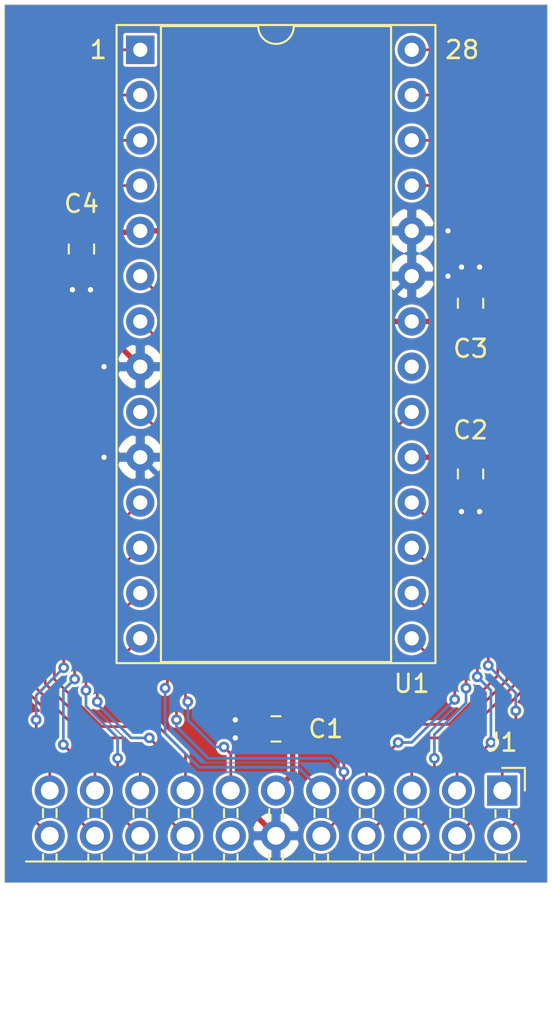
<source format=kicad_pcb>
(kicad_pcb (version 20171130) (host pcbnew "(5.1.5-0-10_14)")

  (general
    (thickness 1.6)
    (drawings 6)
    (tracks 229)
    (zones 0)
    (modules 6)
    (nets 24)
  )

  (page A4)
  (layers
    (0 F.Cu signal)
    (31 B.Cu signal)
    (32 B.Adhes user)
    (33 F.Adhes user)
    (34 B.Paste user)
    (35 F.Paste user)
    (36 B.SilkS user)
    (37 F.SilkS user)
    (38 B.Mask user)
    (39 F.Mask user)
    (40 Dwgs.User user)
    (41 Cmts.User user)
    (42 Eco1.User user)
    (43 Eco2.User user)
    (44 Edge.Cuts user)
    (45 Margin user)
    (46 B.CrtYd user)
    (47 F.CrtYd user)
    (48 B.Fab user hide)
    (49 F.Fab user hide)
  )

  (setup
    (last_trace_width 0.1524)
    (user_trace_width 0.1524)
    (user_trace_width 0.3048)
    (trace_clearance 0.1524)
    (zone_clearance 0)
    (zone_45_only no)
    (trace_min 0.1524)
    (via_size 0.6)
    (via_drill 0.3)
    (via_min_size 0.6)
    (via_min_drill 0.3)
    (user_via 0.6 0.3)
    (uvia_size 0.3)
    (uvia_drill 0.1)
    (uvias_allowed no)
    (uvia_min_size 0.2)
    (uvia_min_drill 0.1)
    (edge_width 0.05)
    (segment_width 0.2)
    (pcb_text_width 0.3)
    (pcb_text_size 1.5 1.5)
    (mod_edge_width 0.12)
    (mod_text_size 1 1)
    (mod_text_width 0.15)
    (pad_size 1.524 1.524)
    (pad_drill 0.762)
    (pad_to_mask_clearance 0.051)
    (solder_mask_min_width 0.25)
    (aux_axis_origin 0 0)
    (visible_elements FFFFFF7F)
    (pcbplotparams
      (layerselection 0x010fc_ffffffff)
      (usegerberextensions false)
      (usegerberattributes false)
      (usegerberadvancedattributes false)
      (creategerberjobfile false)
      (excludeedgelayer true)
      (linewidth 0.100000)
      (plotframeref false)
      (viasonmask false)
      (mode 1)
      (useauxorigin false)
      (hpglpennumber 1)
      (hpglpenspeed 20)
      (hpglpendiameter 15.000000)
      (psnegative false)
      (psa4output false)
      (plotreference true)
      (plotvalue true)
      (plotinvisibletext false)
      (padsonsilk false)
      (subtractmaskfromsilk false)
      (outputformat 1)
      (mirror false)
      (drillshape 0)
      (scaleselection 1)
      (outputdirectory "Gerbers/"))
  )

  (net 0 "")
  (net 1 GND)
  (net 2 +3V3)
  (net 3 /AD15)
  (net 4 /AD0)
  (net 5 /AD14)
  (net 6 /AD1)
  (net 7 /AD13)
  (net 8 /AD2)
  (net 9 /AD12)
  (net 10 /AD3)
  (net 11 /WRITE#)
  (net 12 /ALE_L)
  (net 13 /READ#)
  (net 14 /ALE_H)
  (net 15 /AD11)
  (net 16 /AD4)
  (net 17 /AD10)
  (net 18 /AD5)
  (net 19 /AD9)
  (net 20 /AD6)
  (net 21 /AD8)
  (net 22 /AD7)
  (net 23 "Net-(U1-Pad21)")

  (net_class Default "This is the default net class."
    (clearance 0.1524)
    (trace_width 0.1524)
    (via_dia 0.6)
    (via_drill 0.3)
    (uvia_dia 0.3)
    (uvia_drill 0.1)
    (add_net +3V3)
    (add_net /AD0)
    (add_net /AD1)
    (add_net /AD10)
    (add_net /AD11)
    (add_net /AD12)
    (add_net /AD13)
    (add_net /AD14)
    (add_net /AD15)
    (add_net /AD2)
    (add_net /AD3)
    (add_net /AD4)
    (add_net /AD5)
    (add_net /AD6)
    (add_net /AD7)
    (add_net /AD8)
    (add_net /AD9)
    (add_net /ALE_H)
    (add_net /ALE_L)
    (add_net /READ#)
    (add_net /WRITE#)
    (add_net GND)
    (add_net "Net-(U1-Pad21)")
  )

  (module connector:PinHeader_2x11_P2.54mm_Horizontal locked (layer F.Cu) (tedit 5EADFD2F) (tstamp 5EAE4B74)
    (at 165.1 120.3 270)
    (descr "Through hole angled pin header, 2x11, 2.54mm pitch, 6mm pin length, double rows")
    (tags "Through hole angled pin header THT 2x11 2.54mm double row")
    (path /5ED71000)
    (fp_text reference J1 (at -2.698 0 180) (layer F.SilkS)
      (effects (font (size 1 1) (thickness 0.15)))
    )
    (fp_text value Conn_02x11_Odd_Even (at 5.655 27.67 90) (layer F.Fab)
      (effects (font (size 1 1) (thickness 0.15)))
    )
    (fp_text user %R (at 5.31 12.7) (layer F.Fab)
      (effects (font (size 1 1) (thickness 0.15)))
    )
    (fp_line (start 13.1 -1.8) (end -1.8 -1.8) (layer F.CrtYd) (width 0.05))
    (fp_line (start 13.1 27.2) (end 13.1 -1.8) (layer F.CrtYd) (width 0.05))
    (fp_line (start -1.8 27.2) (end 13.1 27.2) (layer F.CrtYd) (width 0.05))
    (fp_line (start -1.8 -1.8) (end -1.8 27.2) (layer F.CrtYd) (width 0.05))
    (fp_line (start -1.27 -1.27) (end 0 -1.27) (layer F.SilkS) (width 0.12))
    (fp_line (start -1.27 0) (end -1.27 -1.27) (layer F.SilkS) (width 0.12))
    (fp_line (start 1.042929 25.78) (end 1.497071 25.78) (layer F.SilkS) (width 0.12))
    (fp_line (start 1.042929 25.02) (end 1.497071 25.02) (layer F.SilkS) (width 0.12))
    (fp_line (start 3.582929 25.78) (end 3.98 25.78) (layer F.SilkS) (width 0.12))
    (fp_line (start 3.582929 25.02) (end 3.98 25.02) (layer F.SilkS) (width 0.12))
    (fp_line (start 1.042929 23.24) (end 1.497071 23.24) (layer F.SilkS) (width 0.12))
    (fp_line (start 1.042929 22.48) (end 1.497071 22.48) (layer F.SilkS) (width 0.12))
    (fp_line (start 3.582929 23.24) (end 3.98 23.24) (layer F.SilkS) (width 0.12))
    (fp_line (start 3.582929 22.48) (end 3.98 22.48) (layer F.SilkS) (width 0.12))
    (fp_line (start 1.042929 20.7) (end 1.497071 20.7) (layer F.SilkS) (width 0.12))
    (fp_line (start 1.042929 19.94) (end 1.497071 19.94) (layer F.SilkS) (width 0.12))
    (fp_line (start 3.582929 20.7) (end 3.98 20.7) (layer F.SilkS) (width 0.12))
    (fp_line (start 3.582929 19.94) (end 3.98 19.94) (layer F.SilkS) (width 0.12))
    (fp_line (start 1.042929 18.16) (end 1.497071 18.16) (layer F.SilkS) (width 0.12))
    (fp_line (start 1.042929 17.4) (end 1.497071 17.4) (layer F.SilkS) (width 0.12))
    (fp_line (start 3.582929 18.16) (end 3.98 18.16) (layer F.SilkS) (width 0.12))
    (fp_line (start 3.582929 17.4) (end 3.98 17.4) (layer F.SilkS) (width 0.12))
    (fp_line (start 1.042929 15.62) (end 1.497071 15.62) (layer F.SilkS) (width 0.12))
    (fp_line (start 1.042929 14.86) (end 1.497071 14.86) (layer F.SilkS) (width 0.12))
    (fp_line (start 3.582929 15.62) (end 3.98 15.62) (layer F.SilkS) (width 0.12))
    (fp_line (start 3.582929 14.86) (end 3.98 14.86) (layer F.SilkS) (width 0.12))
    (fp_line (start 1.042929 13.08) (end 1.497071 13.08) (layer F.SilkS) (width 0.12))
    (fp_line (start 1.042929 12.32) (end 1.497071 12.32) (layer F.SilkS) (width 0.12))
    (fp_line (start 3.582929 13.08) (end 3.98 13.08) (layer F.SilkS) (width 0.12))
    (fp_line (start 3.582929 12.32) (end 3.98 12.32) (layer F.SilkS) (width 0.12))
    (fp_line (start 1.042929 10.54) (end 1.497071 10.54) (layer F.SilkS) (width 0.12))
    (fp_line (start 1.042929 9.78) (end 1.497071 9.78) (layer F.SilkS) (width 0.12))
    (fp_line (start 3.582929 10.54) (end 3.98 10.54) (layer F.SilkS) (width 0.12))
    (fp_line (start 3.582929 9.78) (end 3.98 9.78) (layer F.SilkS) (width 0.12))
    (fp_line (start 1.042929 8) (end 1.497071 8) (layer F.SilkS) (width 0.12))
    (fp_line (start 1.042929 7.24) (end 1.497071 7.24) (layer F.SilkS) (width 0.12))
    (fp_line (start 3.582929 8) (end 3.98 8) (layer F.SilkS) (width 0.12))
    (fp_line (start 3.582929 7.24) (end 3.98 7.24) (layer F.SilkS) (width 0.12))
    (fp_line (start 1.042929 5.46) (end 1.497071 5.46) (layer F.SilkS) (width 0.12))
    (fp_line (start 1.042929 4.7) (end 1.497071 4.7) (layer F.SilkS) (width 0.12))
    (fp_line (start 3.582929 5.46) (end 3.98 5.46) (layer F.SilkS) (width 0.12))
    (fp_line (start 3.582929 4.7) (end 3.98 4.7) (layer F.SilkS) (width 0.12))
    (fp_line (start 1.042929 2.92) (end 1.497071 2.92) (layer F.SilkS) (width 0.12))
    (fp_line (start 1.042929 2.16) (end 1.497071 2.16) (layer F.SilkS) (width 0.12))
    (fp_line (start 3.582929 2.92) (end 3.98 2.92) (layer F.SilkS) (width 0.12))
    (fp_line (start 3.582929 2.16) (end 3.98 2.16) (layer F.SilkS) (width 0.12))
    (fp_line (start 1.11 0.38) (end 1.497071 0.38) (layer F.SilkS) (width 0.12))
    (fp_line (start 1.11 -0.38) (end 1.497071 -0.38) (layer F.SilkS) (width 0.12))
    (fp_line (start 3.582929 0.38) (end 3.98 0.38) (layer F.SilkS) (width 0.12))
    (fp_line (start 3.582929 -0.38) (end 3.98 -0.38) (layer F.SilkS) (width 0.12))
    (fp_line (start 3.98 -1.33) (end 3.98 26.73) (layer F.SilkS) (width 0.12))
    (fp_line (start -0.32 25.72) (end 4.04 25.72) (layer F.Fab) (width 0.1))
    (fp_line (start -0.32 25.08) (end -0.32 25.72) (layer F.Fab) (width 0.1))
    (fp_line (start -0.32 25.08) (end 4.04 25.08) (layer F.Fab) (width 0.1))
    (fp_line (start -0.32 23.18) (end 4.04 23.18) (layer F.Fab) (width 0.1))
    (fp_line (start -0.32 22.54) (end -0.32 23.18) (layer F.Fab) (width 0.1))
    (fp_line (start -0.32 22.54) (end 4.04 22.54) (layer F.Fab) (width 0.1))
    (fp_line (start -0.32 20.64) (end 4.04 20.64) (layer F.Fab) (width 0.1))
    (fp_line (start -0.32 20) (end -0.32 20.64) (layer F.Fab) (width 0.1))
    (fp_line (start -0.32 20) (end 4.04 20) (layer F.Fab) (width 0.1))
    (fp_line (start -0.32 18.1) (end 4.04 18.1) (layer F.Fab) (width 0.1))
    (fp_line (start -0.32 17.46) (end -0.32 18.1) (layer F.Fab) (width 0.1))
    (fp_line (start -0.32 17.46) (end 4.04 17.46) (layer F.Fab) (width 0.1))
    (fp_line (start -0.32 15.56) (end 4.04 15.56) (layer F.Fab) (width 0.1))
    (fp_line (start -0.32 14.92) (end -0.32 15.56) (layer F.Fab) (width 0.1))
    (fp_line (start -0.32 14.92) (end 4.04 14.92) (layer F.Fab) (width 0.1))
    (fp_line (start -0.32 13.02) (end 4.04 13.02) (layer F.Fab) (width 0.1))
    (fp_line (start -0.32 12.38) (end -0.32 13.02) (layer F.Fab) (width 0.1))
    (fp_line (start -0.32 12.38) (end 4.04 12.38) (layer F.Fab) (width 0.1))
    (fp_line (start -0.32 10.48) (end 4.04 10.48) (layer F.Fab) (width 0.1))
    (fp_line (start -0.32 9.84) (end -0.32 10.48) (layer F.Fab) (width 0.1))
    (fp_line (start -0.32 9.84) (end 4.04 9.84) (layer F.Fab) (width 0.1))
    (fp_line (start -0.32 7.94) (end 4.04 7.94) (layer F.Fab) (width 0.1))
    (fp_line (start -0.32 7.3) (end -0.32 7.94) (layer F.Fab) (width 0.1))
    (fp_line (start -0.32 7.3) (end 4.04 7.3) (layer F.Fab) (width 0.1))
    (fp_line (start -0.32 5.4) (end 4.04 5.4) (layer F.Fab) (width 0.1))
    (fp_line (start -0.32 4.76) (end -0.32 5.4) (layer F.Fab) (width 0.1))
    (fp_line (start -0.32 4.76) (end 4.04 4.76) (layer F.Fab) (width 0.1))
    (fp_line (start -0.32 2.86) (end 4.04 2.86) (layer F.Fab) (width 0.1))
    (fp_line (start -0.32 2.22) (end -0.32 2.86) (layer F.Fab) (width 0.1))
    (fp_line (start -0.32 2.22) (end 4.04 2.22) (layer F.Fab) (width 0.1))
    (fp_line (start -0.32 0.32) (end 4.04 0.32) (layer F.Fab) (width 0.1))
    (fp_line (start -0.32 -0.32) (end -0.32 0.32) (layer F.Fab) (width 0.1))
    (fp_line (start -0.32 -0.32) (end 4.04 -0.32) (layer F.Fab) (width 0.1))
    (fp_line (start 4.04 26.67) (end 4.04 -0.635) (layer F.Fab) (width 0.1))
    (pad 22 thru_hole oval (at 2.54 25.4 270) (size 1.7 1.7) (drill 1) (layers *.Cu *.Mask)
      (net 16 /AD4))
    (pad 21 thru_hole oval (at 0 25.4 270) (size 1.7 1.7) (drill 1) (layers *.Cu *.Mask)
      (net 4 /AD0))
    (pad 20 thru_hole oval (at 2.54 22.86 270) (size 1.7 1.7) (drill 1) (layers *.Cu *.Mask)
      (net 18 /AD5))
    (pad 19 thru_hole oval (at 0 22.86 270) (size 1.7 1.7) (drill 1) (layers *.Cu *.Mask)
      (net 6 /AD1))
    (pad 18 thru_hole oval (at 2.54 20.32 270) (size 1.7 1.7) (drill 1) (layers *.Cu *.Mask)
      (net 20 /AD6))
    (pad 17 thru_hole oval (at 0 20.32 270) (size 1.7 1.7) (drill 1) (layers *.Cu *.Mask)
      (net 8 /AD2))
    (pad 16 thru_hole oval (at 2.54 17.78 270) (size 1.7 1.7) (drill 1) (layers *.Cu *.Mask)
      (net 22 /AD7))
    (pad 15 thru_hole oval (at 0 17.78 270) (size 1.7 1.7) (drill 1) (layers *.Cu *.Mask)
      (net 10 /AD3))
    (pad 14 thru_hole oval (at 2.54 15.24 270) (size 1.7 1.7) (drill 1) (layers *.Cu *.Mask)
      (net 11 /WRITE#))
    (pad 13 thru_hole oval (at 0 15.24 270) (size 1.7 1.7) (drill 1) (layers *.Cu *.Mask)
      (net 12 /ALE_L))
    (pad 12 thru_hole oval (at 2.54 12.7 270) (size 1.7 1.7) (drill 1) (layers *.Cu *.Mask)
      (net 1 GND))
    (pad 11 thru_hole oval (at 0 12.7 270) (size 1.7 1.7) (drill 1) (layers *.Cu *.Mask)
      (net 2 +3V3))
    (pad 10 thru_hole oval (at 2.54 10.16 270) (size 1.7 1.7) (drill 1) (layers *.Cu *.Mask)
      (net 13 /READ#))
    (pad 9 thru_hole oval (at 0 10.16 270) (size 1.7 1.7) (drill 1) (layers *.Cu *.Mask)
      (net 14 /ALE_H))
    (pad 8 thru_hole oval (at 2.54 7.62 270) (size 1.7 1.7) (drill 1) (layers *.Cu *.Mask)
      (net 21 /AD8))
    (pad 7 thru_hole oval (at 0 7.62 270) (size 1.7 1.7) (drill 1) (layers *.Cu *.Mask)
      (net 9 /AD12))
    (pad 6 thru_hole oval (at 2.54 5.08 270) (size 1.7 1.7) (drill 1) (layers *.Cu *.Mask)
      (net 19 /AD9))
    (pad 5 thru_hole oval (at 0 5.08 270) (size 1.7 1.7) (drill 1) (layers *.Cu *.Mask)
      (net 7 /AD13))
    (pad 4 thru_hole oval (at 2.54 2.54 270) (size 1.7 1.7) (drill 1) (layers *.Cu *.Mask)
      (net 17 /AD10))
    (pad 3 thru_hole oval (at 0 2.54 270) (size 1.7 1.7) (drill 1) (layers *.Cu *.Mask)
      (net 5 /AD14))
    (pad 2 thru_hole oval (at 2.54 0 270) (size 1.7 1.7) (drill 1) (layers *.Cu *.Mask)
      (net 15 /AD11))
    (pad 1 thru_hole rect (at 0 0 270) (size 1.7 1.7) (drill 1) (layers *.Cu *.Mask)
      (net 3 /AD15))
    (model ${KISYS3DMOD}/Connector_PinHeader_2.54mm.3dshapes/PinHeader_2x11_P2.54mm_Horizontal.wrl
      (at (xyz 0 0 0))
      (scale (xyz 1 1 1))
      (rotate (xyz 0 0 0))
    )
  )

  (module Package_DIP:DIP-28_W15.24mm_Socket locked (layer F.Cu) (tedit 5A02E8C5) (tstamp 5EAED1CD)
    (at 144.78 78.74)
    (descr "28-lead though-hole mounted DIP package, row spacing 15.24 mm (600 mils), Socket")
    (tags "THT DIP DIL PDIP 2.54mm 15.24mm 600mil Socket")
    (path /5EADEEED)
    (fp_text reference U1 (at 15.24 35.56) (layer F.SilkS)
      (effects (font (size 1 1) (thickness 0.15)))
    )
    (fp_text value MX23L6402-35A (at 7.62 35.35) (layer F.Fab)
      (effects (font (size 1 1) (thickness 0.15)))
    )
    (fp_text user %R (at 7.62 16.51) (layer F.Fab)
      (effects (font (size 1 1) (thickness 0.15)))
    )
    (fp_line (start 16.8 -1.6) (end -1.55 -1.6) (layer F.CrtYd) (width 0.05))
    (fp_line (start 16.8 34.65) (end 16.8 -1.6) (layer F.CrtYd) (width 0.05))
    (fp_line (start -1.55 34.65) (end 16.8 34.65) (layer F.CrtYd) (width 0.05))
    (fp_line (start -1.55 -1.6) (end -1.55 34.65) (layer F.CrtYd) (width 0.05))
    (fp_line (start 16.57 -1.39) (end -1.33 -1.39) (layer F.SilkS) (width 0.12))
    (fp_line (start 16.57 34.41) (end 16.57 -1.39) (layer F.SilkS) (width 0.12))
    (fp_line (start -1.33 34.41) (end 16.57 34.41) (layer F.SilkS) (width 0.12))
    (fp_line (start -1.33 -1.39) (end -1.33 34.41) (layer F.SilkS) (width 0.12))
    (fp_line (start 14.08 -1.33) (end 8.62 -1.33) (layer F.SilkS) (width 0.12))
    (fp_line (start 14.08 34.35) (end 14.08 -1.33) (layer F.SilkS) (width 0.12))
    (fp_line (start 1.16 34.35) (end 14.08 34.35) (layer F.SilkS) (width 0.12))
    (fp_line (start 1.16 -1.33) (end 1.16 34.35) (layer F.SilkS) (width 0.12))
    (fp_line (start 6.62 -1.33) (end 1.16 -1.33) (layer F.SilkS) (width 0.12))
    (fp_line (start 16.51 -1.33) (end -1.27 -1.33) (layer F.Fab) (width 0.1))
    (fp_line (start 16.51 34.35) (end 16.51 -1.33) (layer F.Fab) (width 0.1))
    (fp_line (start -1.27 34.35) (end 16.51 34.35) (layer F.Fab) (width 0.1))
    (fp_line (start -1.27 -1.33) (end -1.27 34.35) (layer F.Fab) (width 0.1))
    (fp_line (start 0.255 -0.27) (end 1.255 -1.27) (layer F.Fab) (width 0.1))
    (fp_line (start 0.255 34.29) (end 0.255 -0.27) (layer F.Fab) (width 0.1))
    (fp_line (start 14.985 34.29) (end 0.255 34.29) (layer F.Fab) (width 0.1))
    (fp_line (start 14.985 -1.27) (end 14.985 34.29) (layer F.Fab) (width 0.1))
    (fp_line (start 1.255 -1.27) (end 14.985 -1.27) (layer F.Fab) (width 0.1))
    (fp_arc (start 7.62 -1.33) (end 6.62 -1.33) (angle -180) (layer F.SilkS) (width 0.12))
    (pad 28 thru_hole oval (at 15.24 0) (size 1.6 1.6) (drill 0.8) (layers *.Cu *.Mask)
      (net 3 /AD15))
    (pad 14 thru_hole oval (at 0 33.02) (size 1.6 1.6) (drill 0.8) (layers *.Cu *.Mask)
      (net 22 /AD7))
    (pad 27 thru_hole oval (at 15.24 2.54) (size 1.6 1.6) (drill 0.8) (layers *.Cu *.Mask)
      (net 5 /AD14))
    (pad 13 thru_hole oval (at 0 30.48) (size 1.6 1.6) (drill 0.8) (layers *.Cu *.Mask)
      (net 20 /AD6))
    (pad 26 thru_hole oval (at 15.24 5.08) (size 1.6 1.6) (drill 0.8) (layers *.Cu *.Mask)
      (net 7 /AD13))
    (pad 12 thru_hole oval (at 0 27.94) (size 1.6 1.6) (drill 0.8) (layers *.Cu *.Mask)
      (net 18 /AD5))
    (pad 25 thru_hole oval (at 15.24 7.62) (size 1.6 1.6) (drill 0.8) (layers *.Cu *.Mask)
      (net 9 /AD12))
    (pad 11 thru_hole oval (at 0 25.4) (size 1.6 1.6) (drill 0.8) (layers *.Cu *.Mask)
      (net 16 /AD4))
    (pad 24 thru_hole oval (at 15.24 10.16) (size 1.6 1.6) (drill 0.8) (layers *.Cu *.Mask)
      (net 1 GND))
    (pad 10 thru_hole oval (at 0 22.86) (size 1.6 1.6) (drill 0.8) (layers *.Cu *.Mask)
      (net 1 GND))
    (pad 23 thru_hole oval (at 15.24 12.7) (size 1.6 1.6) (drill 0.8) (layers *.Cu *.Mask)
      (net 1 GND))
    (pad 9 thru_hole oval (at 0 20.32) (size 1.6 1.6) (drill 0.8) (layers *.Cu *.Mask)
      (net 14 /ALE_H))
    (pad 22 thru_hole oval (at 15.24 15.24) (size 1.6 1.6) (drill 0.8) (layers *.Cu *.Mask)
      (net 2 +3V3))
    (pad 8 thru_hole oval (at 0 17.78) (size 1.6 1.6) (drill 0.8) (layers *.Cu *.Mask)
      (net 1 GND))
    (pad 21 thru_hole oval (at 15.24 17.78) (size 1.6 1.6) (drill 0.8) (layers *.Cu *.Mask)
      (net 23 "Net-(U1-Pad21)"))
    (pad 7 thru_hole oval (at 0 15.24) (size 1.6 1.6) (drill 0.8) (layers *.Cu *.Mask)
      (net 13 /READ#))
    (pad 20 thru_hole oval (at 15.24 20.32) (size 1.6 1.6) (drill 0.8) (layers *.Cu *.Mask)
      (net 13 /READ#))
    (pad 6 thru_hole oval (at 0 12.7) (size 1.6 1.6) (drill 0.8) (layers *.Cu *.Mask)
      (net 12 /ALE_L))
    (pad 19 thru_hole oval (at 15.24 22.86) (size 1.6 1.6) (drill 0.8) (layers *.Cu *.Mask)
      (net 2 +3V3))
    (pad 5 thru_hole oval (at 0 10.16) (size 1.6 1.6) (drill 0.8) (layers *.Cu *.Mask)
      (net 2 +3V3))
    (pad 18 thru_hole oval (at 15.24 25.4) (size 1.6 1.6) (drill 0.8) (layers *.Cu *.Mask)
      (net 15 /AD11))
    (pad 4 thru_hole oval (at 0 7.62) (size 1.6 1.6) (drill 0.8) (layers *.Cu *.Mask)
      (net 10 /AD3))
    (pad 17 thru_hole oval (at 15.24 27.94) (size 1.6 1.6) (drill 0.8) (layers *.Cu *.Mask)
      (net 17 /AD10))
    (pad 3 thru_hole oval (at 0 5.08) (size 1.6 1.6) (drill 0.8) (layers *.Cu *.Mask)
      (net 8 /AD2))
    (pad 16 thru_hole oval (at 15.24 30.48) (size 1.6 1.6) (drill 0.8) (layers *.Cu *.Mask)
      (net 19 /AD9))
    (pad 2 thru_hole oval (at 0 2.54) (size 1.6 1.6) (drill 0.8) (layers *.Cu *.Mask)
      (net 6 /AD1))
    (pad 15 thru_hole oval (at 15.24 33.02) (size 1.6 1.6) (drill 0.8) (layers *.Cu *.Mask)
      (net 21 /AD8))
    (pad 1 thru_hole rect (at 0 0) (size 1.6 1.6) (drill 0.8) (layers *.Cu *.Mask)
      (net 4 /AD0))
    (model ${KISYS3DMOD}/Package_DIP.3dshapes/DIP-28_W15.24mm_Socket.wrl
      (at (xyz 0 0 0))
      (scale (xyz 1 1 1))
      (rotate (xyz 0 0 0))
    )
  )

  (module Capacitor_SMD:C_0805_2012Metric locked (layer F.Cu) (tedit 5B36C52B) (tstamp 5EAE4015)
    (at 141.478 89.916 270)
    (descr "Capacitor SMD 0805 (2012 Metric), square (rectangular) end terminal, IPC_7351 nominal, (Body size source: https://docs.google.com/spreadsheets/d/1BsfQQcO9C6DZCsRaXUlFlo91Tg2WpOkGARC1WS5S8t0/edit?usp=sharing), generated with kicad-footprint-generator")
    (tags capacitor)
    (path /5EB24F7A)
    (attr smd)
    (fp_text reference C4 (at -2.54 0 180) (layer F.SilkS)
      (effects (font (size 1 1) (thickness 0.15)))
    )
    (fp_text value 100n (at 0 1.65 90) (layer F.Fab)
      (effects (font (size 1 1) (thickness 0.15)))
    )
    (fp_text user %R (at 0 0 90) (layer F.Fab)
      (effects (font (size 0.5 0.5) (thickness 0.08)))
    )
    (fp_line (start 1.68 0.95) (end -1.68 0.95) (layer F.CrtYd) (width 0.05))
    (fp_line (start 1.68 -0.95) (end 1.68 0.95) (layer F.CrtYd) (width 0.05))
    (fp_line (start -1.68 -0.95) (end 1.68 -0.95) (layer F.CrtYd) (width 0.05))
    (fp_line (start -1.68 0.95) (end -1.68 -0.95) (layer F.CrtYd) (width 0.05))
    (fp_line (start -0.258578 0.71) (end 0.258578 0.71) (layer F.SilkS) (width 0.12))
    (fp_line (start -0.258578 -0.71) (end 0.258578 -0.71) (layer F.SilkS) (width 0.12))
    (fp_line (start 1 0.6) (end -1 0.6) (layer F.Fab) (width 0.1))
    (fp_line (start 1 -0.6) (end 1 0.6) (layer F.Fab) (width 0.1))
    (fp_line (start -1 -0.6) (end 1 -0.6) (layer F.Fab) (width 0.1))
    (fp_line (start -1 0.6) (end -1 -0.6) (layer F.Fab) (width 0.1))
    (pad 2 smd roundrect (at 0.9375 0 270) (size 0.975 1.4) (layers F.Cu F.Paste F.Mask) (roundrect_rratio 0.25)
      (net 1 GND))
    (pad 1 smd roundrect (at -0.9375 0 270) (size 0.975 1.4) (layers F.Cu F.Paste F.Mask) (roundrect_rratio 0.25)
      (net 2 +3V3))
    (model ${KISYS3DMOD}/Capacitor_SMD.3dshapes/C_0805_2012Metric.wrl
      (at (xyz 0 0 0))
      (scale (xyz 1 1 1))
      (rotate (xyz 0 0 0))
    )
  )

  (module Capacitor_SMD:C_0805_2012Metric locked (layer F.Cu) (tedit 5B36C52B) (tstamp 5EAE4004)
    (at 163.322 92.964 90)
    (descr "Capacitor SMD 0805 (2012 Metric), square (rectangular) end terminal, IPC_7351 nominal, (Body size source: https://docs.google.com/spreadsheets/d/1BsfQQcO9C6DZCsRaXUlFlo91Tg2WpOkGARC1WS5S8t0/edit?usp=sharing), generated with kicad-footprint-generator")
    (tags capacitor)
    (path /5EB24D26)
    (attr smd)
    (fp_text reference C3 (at -2.54 0 180) (layer F.SilkS)
      (effects (font (size 1 1) (thickness 0.15)))
    )
    (fp_text value 100n (at 0 1.65 90) (layer F.Fab)
      (effects (font (size 1 1) (thickness 0.15)))
    )
    (fp_text user %R (at 0 0 90) (layer F.Fab)
      (effects (font (size 0.5 0.5) (thickness 0.08)))
    )
    (fp_line (start 1.68 0.95) (end -1.68 0.95) (layer F.CrtYd) (width 0.05))
    (fp_line (start 1.68 -0.95) (end 1.68 0.95) (layer F.CrtYd) (width 0.05))
    (fp_line (start -1.68 -0.95) (end 1.68 -0.95) (layer F.CrtYd) (width 0.05))
    (fp_line (start -1.68 0.95) (end -1.68 -0.95) (layer F.CrtYd) (width 0.05))
    (fp_line (start -0.258578 0.71) (end 0.258578 0.71) (layer F.SilkS) (width 0.12))
    (fp_line (start -0.258578 -0.71) (end 0.258578 -0.71) (layer F.SilkS) (width 0.12))
    (fp_line (start 1 0.6) (end -1 0.6) (layer F.Fab) (width 0.1))
    (fp_line (start 1 -0.6) (end 1 0.6) (layer F.Fab) (width 0.1))
    (fp_line (start -1 -0.6) (end 1 -0.6) (layer F.Fab) (width 0.1))
    (fp_line (start -1 0.6) (end -1 -0.6) (layer F.Fab) (width 0.1))
    (pad 2 smd roundrect (at 0.9375 0 90) (size 0.975 1.4) (layers F.Cu F.Paste F.Mask) (roundrect_rratio 0.25)
      (net 1 GND))
    (pad 1 smd roundrect (at -0.9375 0 90) (size 0.975 1.4) (layers F.Cu F.Paste F.Mask) (roundrect_rratio 0.25)
      (net 2 +3V3))
    (model ${KISYS3DMOD}/Capacitor_SMD.3dshapes/C_0805_2012Metric.wrl
      (at (xyz 0 0 0))
      (scale (xyz 1 1 1))
      (rotate (xyz 0 0 0))
    )
  )

  (module Capacitor_SMD:C_0805_2012Metric locked (layer F.Cu) (tedit 5B36C52B) (tstamp 5EAE484A)
    (at 163.322 102.5375 270)
    (descr "Capacitor SMD 0805 (2012 Metric), square (rectangular) end terminal, IPC_7351 nominal, (Body size source: https://docs.google.com/spreadsheets/d/1BsfQQcO9C6DZCsRaXUlFlo91Tg2WpOkGARC1WS5S8t0/edit?usp=sharing), generated with kicad-footprint-generator")
    (tags capacitor)
    (path /5EB24AFB)
    (attr smd)
    (fp_text reference C2 (at -2.4615 0 180) (layer F.SilkS)
      (effects (font (size 1 1) (thickness 0.15)))
    )
    (fp_text value 100n (at 0 1.65 90) (layer F.Fab)
      (effects (font (size 1 1) (thickness 0.15)))
    )
    (fp_text user %R (at 0 0 90) (layer F.Fab)
      (effects (font (size 0.5 0.5) (thickness 0.08)))
    )
    (fp_line (start 1.68 0.95) (end -1.68 0.95) (layer F.CrtYd) (width 0.05))
    (fp_line (start 1.68 -0.95) (end 1.68 0.95) (layer F.CrtYd) (width 0.05))
    (fp_line (start -1.68 -0.95) (end 1.68 -0.95) (layer F.CrtYd) (width 0.05))
    (fp_line (start -1.68 0.95) (end -1.68 -0.95) (layer F.CrtYd) (width 0.05))
    (fp_line (start -0.258578 0.71) (end 0.258578 0.71) (layer F.SilkS) (width 0.12))
    (fp_line (start -0.258578 -0.71) (end 0.258578 -0.71) (layer F.SilkS) (width 0.12))
    (fp_line (start 1 0.6) (end -1 0.6) (layer F.Fab) (width 0.1))
    (fp_line (start 1 -0.6) (end 1 0.6) (layer F.Fab) (width 0.1))
    (fp_line (start -1 -0.6) (end 1 -0.6) (layer F.Fab) (width 0.1))
    (fp_line (start -1 0.6) (end -1 -0.6) (layer F.Fab) (width 0.1))
    (pad 2 smd roundrect (at 0.9375 0 270) (size 0.975 1.4) (layers F.Cu F.Paste F.Mask) (roundrect_rratio 0.25)
      (net 1 GND))
    (pad 1 smd roundrect (at -0.9375 0 270) (size 0.975 1.4) (layers F.Cu F.Paste F.Mask) (roundrect_rratio 0.25)
      (net 2 +3V3))
    (model ${KISYS3DMOD}/Capacitor_SMD.3dshapes/C_0805_2012Metric.wrl
      (at (xyz 0 0 0))
      (scale (xyz 1 1 1))
      (rotate (xyz 0 0 0))
    )
  )

  (module Capacitor_SMD:C_0805_2012Metric locked (layer F.Cu) (tedit 5B36C52B) (tstamp 5EAE8277)
    (at 152.4 116.84 180)
    (descr "Capacitor SMD 0805 (2012 Metric), square (rectangular) end terminal, IPC_7351 nominal, (Body size source: https://docs.google.com/spreadsheets/d/1BsfQQcO9C6DZCsRaXUlFlo91Tg2WpOkGARC1WS5S8t0/edit?usp=sharing), generated with kicad-footprint-generator")
    (tags capacitor)
    (path /5EB22F75)
    (attr smd)
    (fp_text reference C1 (at -2.794 0) (layer F.SilkS)
      (effects (font (size 1 1) (thickness 0.15)))
    )
    (fp_text value 2u2 (at 0 1.65) (layer F.Fab)
      (effects (font (size 1 1) (thickness 0.15)))
    )
    (fp_text user %R (at 0 0) (layer F.Fab)
      (effects (font (size 0.5 0.5) (thickness 0.08)))
    )
    (fp_line (start 1.68 0.95) (end -1.68 0.95) (layer F.CrtYd) (width 0.05))
    (fp_line (start 1.68 -0.95) (end 1.68 0.95) (layer F.CrtYd) (width 0.05))
    (fp_line (start -1.68 -0.95) (end 1.68 -0.95) (layer F.CrtYd) (width 0.05))
    (fp_line (start -1.68 0.95) (end -1.68 -0.95) (layer F.CrtYd) (width 0.05))
    (fp_line (start -0.258578 0.71) (end 0.258578 0.71) (layer F.SilkS) (width 0.12))
    (fp_line (start -0.258578 -0.71) (end 0.258578 -0.71) (layer F.SilkS) (width 0.12))
    (fp_line (start 1 0.6) (end -1 0.6) (layer F.Fab) (width 0.1))
    (fp_line (start 1 -0.6) (end 1 0.6) (layer F.Fab) (width 0.1))
    (fp_line (start -1 -0.6) (end 1 -0.6) (layer F.Fab) (width 0.1))
    (fp_line (start -1 0.6) (end -1 -0.6) (layer F.Fab) (width 0.1))
    (pad 2 smd roundrect (at 0.9375 0 180) (size 0.975 1.4) (layers F.Cu F.Paste F.Mask) (roundrect_rratio 0.25)
      (net 1 GND))
    (pad 1 smd roundrect (at -0.9375 0 180) (size 0.975 1.4) (layers F.Cu F.Paste F.Mask) (roundrect_rratio 0.25)
      (net 2 +3V3))
    (model ${KISYS3DMOD}/Capacitor_SMD.3dshapes/C_0805_2012Metric.wrl
      (at (xyz 0 0 0))
      (scale (xyz 1 1 1))
      (rotate (xyz 0 0 0))
    )
  )

  (gr_text 28 (at 161.798 78.74) (layer F.SilkS) (tstamp 5EAED28B)
    (effects (font (size 1 1) (thickness 0.15)) (justify left))
  )
  (gr_text 1 (at 143.002 78.74) (layer F.SilkS)
    (effects (font (size 1 1) (thickness 0.15)) (justify right))
  )
  (gr_line (start 137.16 125.476) (end 167.64 125.476) (layer Edge.Cuts) (width 0.05) (tstamp 5EAE58F3))
  (gr_line (start 137.16 76.2) (end 137.16 125.476) (layer Edge.Cuts) (width 0.05))
  (gr_line (start 167.64 76.2) (end 137.16 76.2) (layer Edge.Cuts) (width 0.05))
  (gr_line (start 167.64 125.476) (end 167.64 76.2) (layer Edge.Cuts) (width 0.05))

  (segment (start 151.13 121.57) (end 151.13 117.1725) (width 0.3048) (layer F.Cu) (net 1))
  (segment (start 151.13 117.1725) (end 151.4625 116.84) (width 0.3048) (layer F.Cu) (net 1))
  (segment (start 152.4 122.84) (end 151.13 121.57) (width 0.3048) (layer F.Cu) (net 1))
  (segment (start 163.807527 92.512027) (end 163.322 92.0265) (width 0.3048) (layer F.Cu) (net 1))
  (segment (start 164.338 93.0425) (end 163.807527 92.512027) (width 0.3048) (layer F.Cu) (net 1))
  (segment (start 164.338 102.459) (end 164.338 93.0425) (width 0.3048) (layer F.Cu) (net 1))
  (segment (start 163.322 103.475) (end 164.338 102.459) (width 0.3048) (layer F.Cu) (net 1))
  (segment (start 160.02 91.44) (end 160.02 88.9) (width 0.3048) (layer F.Cu) (net 1))
  (segment (start 150.114 106.934) (end 144.78 101.6) (width 0.3048) (layer B.Cu) (net 1))
  (segment (start 150.114 101.346) (end 160.02 91.44) (width 0.3048) (layer B.Cu) (net 1))
  (via (at 140.97 92.202) (size 0.6) (drill 0.3) (layers F.Cu B.Cu) (net 1))
  (via (at 141.986 92.202) (size 0.6) (drill 0.3) (layers F.Cu B.Cu) (net 1))
  (via (at 162.814 90.932) (size 0.6) (drill 0.3) (layers F.Cu B.Cu) (net 1))
  (via (at 163.83 90.932) (size 0.6) (drill 0.3) (layers F.Cu B.Cu) (net 1))
  (segment (start 141.478 91.341) (end 141.478 90.8535) (width 0.3048) (layer F.Cu) (net 1))
  (segment (start 144.78 96.52) (end 141.478 93.218) (width 0.3048) (layer F.Cu) (net 1))
  (via (at 163.83 104.648) (size 0.6) (drill 0.3) (layers F.Cu B.Cu) (net 1))
  (via (at 162.814 104.648) (size 0.6) (drill 0.3) (layers F.Cu B.Cu) (net 1))
  (via (at 150.114 116.332) (size 0.6) (drill 0.3) (layers F.Cu B.Cu) (net 1))
  (via (at 150.114 117.348) (size 0.6) (drill 0.3) (layers F.Cu B.Cu) (net 1))
  (segment (start 150.114 106.934) (end 150.114 101.346) (width 0.3048) (layer B.Cu) (net 1))
  (segment (start 150.114 116.332) (end 150.114 106.934) (width 0.3048) (layer B.Cu) (net 1))
  (segment (start 150.114 117.348) (end 150.622 116.84) (width 0.3048) (layer F.Cu) (net 1))
  (segment (start 150.622 116.84) (end 151.4625 116.84) (width 0.3048) (layer F.Cu) (net 1))
  (segment (start 150.114 116.332) (end 150.622 116.84) (width 0.3048) (layer F.Cu) (net 1))
  (segment (start 140.97 92.202) (end 141.478 91.694) (width 0.3048) (layer F.Cu) (net 1))
  (segment (start 141.478 91.694) (end 141.478 91.341) (width 0.3048) (layer F.Cu) (net 1))
  (segment (start 141.478 93.218) (end 141.478 91.694) (width 0.3048) (layer F.Cu) (net 1))
  (segment (start 141.986 92.202) (end 141.478 91.694) (width 0.3048) (layer F.Cu) (net 1))
  (segment (start 162.814 90.932) (end 163.322 91.44) (width 0.3048) (layer F.Cu) (net 1))
  (segment (start 163.322 91.44) (end 163.322 92.0265) (width 0.3048) (layer F.Cu) (net 1))
  (segment (start 163.83 90.932) (end 163.322 91.44) (width 0.3048) (layer F.Cu) (net 1))
  (segment (start 162.814 104.648) (end 163.322 104.14) (width 0.3048) (layer F.Cu) (net 1))
  (segment (start 163.322 104.14) (end 163.322 103.475) (width 0.3048) (layer F.Cu) (net 1))
  (segment (start 163.83 104.648) (end 163.322 104.14) (width 0.3048) (layer F.Cu) (net 1))
  (via (at 142.748 96.52) (size 0.6) (drill 0.3) (layers F.Cu B.Cu) (net 1))
  (via (at 142.748 101.6) (size 0.6) (drill 0.3) (layers F.Cu B.Cu) (net 1))
  (segment (start 141.478 100.33) (end 142.748 101.6) (width 0.3048) (layer F.Cu) (net 1))
  (segment (start 141.478 93.218) (end 141.478 100.33) (width 0.3048) (layer F.Cu) (net 1))
  (segment (start 142.748 101.6) (end 144.78 101.6) (width 0.3048) (layer F.Cu) (net 1))
  (segment (start 142.748 96.52) (end 144.78 96.52) (width 0.3048) (layer F.Cu) (net 1))
  (via (at 162.052 88.9) (size 0.6) (drill 0.3) (layers F.Cu B.Cu) (net 1))
  (via (at 162.052 91.44) (size 0.6) (drill 0.3) (layers F.Cu B.Cu) (net 1))
  (segment (start 160.02 91.44) (end 162.052 91.44) (width 0.3048) (layer F.Cu) (net 1))
  (segment (start 163.2435 91.948) (end 163.322 92.0265) (width 0.3048) (layer F.Cu) (net 1))
  (segment (start 162.56 91.948) (end 163.2435 91.948) (width 0.3048) (layer F.Cu) (net 1))
  (segment (start 162.052 91.44) (end 162.56 91.948) (width 0.3048) (layer F.Cu) (net 1))
  (segment (start 160.02 88.9) (end 162.052 88.9) (width 0.3048) (layer F.Cu) (net 1))
  (segment (start 153.3375 119.3625) (end 153.3375 116.84) (width 0.3048) (layer F.Cu) (net 2))
  (segment (start 152.4 120.3) (end 153.3375 119.3625) (width 0.3048) (layer F.Cu) (net 2))
  (segment (start 144.7015 88.9785) (end 144.78 88.9) (width 0.3048) (layer F.Cu) (net 2))
  (segment (start 141.351 88.9785) (end 144.7015 88.9785) (width 0.3048) (layer F.Cu) (net 2))
  (segment (start 163.2435 93.98) (end 163.322 93.9015) (width 0.3048) (layer F.Cu) (net 2))
  (segment (start 160.02 93.98) (end 163.2435 93.98) (width 0.3048) (layer F.Cu) (net 2))
  (segment (start 160.02 101.6) (end 163.322 101.6) (width 0.3048) (layer F.Cu) (net 2))
  (segment (start 163.322 101.6) (end 163.322 93.9015) (width 0.3048) (layer F.Cu) (net 2))
  (segment (start 153.3375 116.84) (end 153.416 92.075) (width 0.3048) (layer F.Cu) (net 2))
  (segment (start 155.321 93.98) (end 153.416 92.075) (width 0.3048) (layer F.Cu) (net 2))
  (segment (start 160.02 93.98) (end 155.321 93.98) (width 0.3048) (layer F.Cu) (net 2))
  (segment (start 150.241 88.9) (end 144.78 88.9) (width 0.3048) (layer F.Cu) (net 2))
  (segment (start 153.416 92.075) (end 150.241 88.9) (width 0.3048) (layer F.Cu) (net 2))
  (segment (start 165.1 115.824) (end 165.1 120.3) (width 0.1524) (layer F.Cu) (net 3))
  (segment (start 166.37 83.947) (end 166.37 114.554) (width 0.1524) (layer F.Cu) (net 3))
  (segment (start 161.163 78.74) (end 166.37 83.947) (width 0.1524) (layer F.Cu) (net 3))
  (segment (start 166.37 114.554) (end 165.1 115.824) (width 0.1524) (layer F.Cu) (net 3))
  (segment (start 160.02 78.74) (end 161.163 78.74) (width 0.1524) (layer F.Cu) (net 3))
  (via (at 139.7 120.3) (size 0.6) (drill 0.3) (layers F.Cu B.Cu) (net 4))
  (segment (start 139.604 120.3) (end 139.7 120.3) (width 0.1524) (layer F.Cu) (net 4))
  (segment (start 138.43 114.7445) (end 139.7 116.0145) (width 0.1524) (layer F.Cu) (net 4))
  (segment (start 138.43 83.9788) (end 138.43 114.7445) (width 0.1524) (layer F.Cu) (net 4))
  (segment (start 139.7 116.0145) (end 139.7 120.3) (width 0.1524) (layer F.Cu) (net 4))
  (segment (start 143.6688 78.74) (end 138.43 83.9788) (width 0.1524) (layer F.Cu) (net 4))
  (segment (start 144.78 78.74) (end 143.6688 78.74) (width 0.1524) (layer F.Cu) (net 4))
  (segment (start 162.56 117.602) (end 162.56 120.3) (width 0.1524) (layer F.Cu) (net 5))
  (segment (start 165.862 114.3) (end 162.56 117.602) (width 0.1524) (layer F.Cu) (net 5))
  (segment (start 165.862 85.344) (end 165.862 114.3) (width 0.1524) (layer F.Cu) (net 5))
  (segment (start 161.798 81.28) (end 165.862 85.344) (width 0.1524) (layer F.Cu) (net 5))
  (segment (start 160.02 81.28) (end 161.798 81.28) (width 0.1524) (layer F.Cu) (net 5))
  (segment (start 142.24 117.856) (end 142.24 120.3) (width 0.1524) (layer F.Cu) (net 6))
  (segment (start 138.938 85.31225) (end 138.938 114.554) (width 0.1524) (layer F.Cu) (net 6))
  (segment (start 138.938 114.554) (end 142.24 117.856) (width 0.1524) (layer F.Cu) (net 6))
  (segment (start 142.97025 81.28) (end 138.938 85.31225) (width 0.1524) (layer F.Cu) (net 6))
  (segment (start 144.78 81.28) (end 142.97025 81.28) (width 0.1524) (layer F.Cu) (net 6))
  (segment (start 160.909 117.348) (end 160.02 118.237) (width 0.1524) (layer F.Cu) (net 7))
  (segment (start 162.1155 117.348) (end 160.909 117.348) (width 0.1524) (layer F.Cu) (net 7))
  (segment (start 160.02 118.237) (end 160.02 120.3) (width 0.1524) (layer F.Cu) (net 7))
  (segment (start 165.354 114.1095) (end 162.1155 117.348) (width 0.1524) (layer F.Cu) (net 7))
  (segment (start 165.354 86.614) (end 165.354 114.1095) (width 0.1524) (layer F.Cu) (net 7))
  (segment (start 162.56 83.82) (end 165.354 86.614) (width 0.1524) (layer F.Cu) (net 7))
  (segment (start 160.02 83.82) (end 162.56 83.82) (width 0.1524) (layer F.Cu) (net 7))
  (segment (start 144.78 118.237) (end 144.78 120.3) (width 0.1524) (layer F.Cu) (net 8))
  (segment (start 143.891 117.348) (end 144.78 118.237) (width 0.1524) (layer F.Cu) (net 8))
  (segment (start 139.446 114.3) (end 142.494 117.348) (width 0.1524) (layer F.Cu) (net 8))
  (segment (start 142.494 117.348) (end 143.891 117.348) (width 0.1524) (layer F.Cu) (net 8))
  (segment (start 139.446 86.614) (end 139.446 114.3) (width 0.1524) (layer F.Cu) (net 8))
  (segment (start 142.24 83.82) (end 139.446 86.614) (width 0.1524) (layer F.Cu) (net 8))
  (segment (start 144.78 83.82) (end 142.24 83.82) (width 0.1524) (layer F.Cu) (net 8))
  (segment (start 157.48 119.097919) (end 157.48 120.3) (width 0.1524) (layer F.Cu) (net 9))
  (segment (start 157.48 118.237) (end 157.48 119.097919) (width 0.1524) (layer F.Cu) (net 9))
  (segment (start 159.131 116.586) (end 157.48 118.237) (width 0.1524) (layer F.Cu) (net 9))
  (segment (start 162.1155 116.586) (end 159.131 116.586) (width 0.1524) (layer F.Cu) (net 9))
  (segment (start 164.846 113.8555) (end 162.1155 116.586) (width 0.1524) (layer F.Cu) (net 9))
  (segment (start 160.02 86.36) (end 163.322 86.36) (width 0.1524) (layer F.Cu) (net 9))
  (segment (start 164.846 87.884) (end 164.846 113.8555) (width 0.1524) (layer F.Cu) (net 9))
  (segment (start 163.322 86.36) (end 164.846 87.884) (width 0.1524) (layer F.Cu) (net 9))
  (segment (start 147.32 118.237) (end 147.32 120.3) (width 0.1524) (layer F.Cu) (net 10))
  (segment (start 139.954 87.9475) (end 139.954 114.046) (width 0.1524) (layer F.Cu) (net 10))
  (segment (start 139.954 114.046) (end 142.621 116.713) (width 0.1524) (layer F.Cu) (net 10))
  (segment (start 141.5415 86.36) (end 139.954 87.9475) (width 0.1524) (layer F.Cu) (net 10))
  (segment (start 145.796 116.713) (end 147.32 118.237) (width 0.1524) (layer F.Cu) (net 10))
  (segment (start 142.621 116.713) (end 145.796 116.713) (width 0.1524) (layer F.Cu) (net 10))
  (segment (start 144.78 86.36) (end 141.5415 86.36) (width 0.1524) (layer F.Cu) (net 10))
  (via (at 149.479 117.856004) (size 0.6) (drill 0.3) (layers F.Cu B.Cu) (net 12))
  (segment (start 149.86 120.3) (end 149.86 118.237004) (width 0.1524) (layer F.Cu) (net 12))
  (segment (start 149.86 118.237004) (end 149.479 117.856004) (width 0.1524) (layer F.Cu) (net 12))
  (segment (start 147.447 115.316) (end 147.447 116.332) (width 0.1524) (layer B.Cu) (net 12))
  (segment (start 148.971004 117.856004) (end 149.479 117.856004) (width 0.1524) (layer B.Cu) (net 12))
  (segment (start 147.447 116.332) (end 148.971004 117.856004) (width 0.1524) (layer B.Cu) (net 12))
  (via (at 147.447 115.316) (size 0.6) (drill 0.3) (layers F.Cu B.Cu) (net 12))
  (segment (start 147.32 115.189) (end 147.447 115.316) (width 0.1524) (layer F.Cu) (net 12))
  (segment (start 147.32 93.98) (end 147.32 115.189) (width 0.1524) (layer F.Cu) (net 12))
  (segment (start 144.78 91.44) (end 147.32 93.98) (width 0.1524) (layer F.Cu) (net 12))
  (segment (start 156.21 121.57) (end 156.21 119.253) (width 0.1524) (layer F.Cu) (net 13))
  (via (at 156.21 119.253) (size 0.6) (drill 0.3) (layers F.Cu B.Cu) (net 13))
  (segment (start 154.94 122.84) (end 156.21 121.57) (width 0.1524) (layer F.Cu) (net 13))
  (via (at 146.811998 116.332) (size 0.6) (drill 0.3) (layers F.Cu B.Cu) (net 13))
  (segment (start 146.812 116.713) (end 146.812 116.332002) (width 0.1524) (layer B.Cu) (net 13))
  (segment (start 148.59 118.491) (end 146.812 116.713) (width 0.1524) (layer B.Cu) (net 13))
  (segment (start 146.812 116.332002) (end 146.811998 116.332) (width 0.1524) (layer B.Cu) (net 13))
  (segment (start 155.448 118.491) (end 148.59 118.491) (width 0.1524) (layer B.Cu) (net 13))
  (segment (start 156.21 119.253) (end 155.448 118.491) (width 0.1524) (layer B.Cu) (net 13))
  (segment (start 144.78 93.98) (end 146.811998 96.011998) (width 0.1524) (layer F.Cu) (net 13))
  (segment (start 146.811998 115.907736) (end 146.811998 116.332) (width 0.1524) (layer F.Cu) (net 13))
  (segment (start 146.811998 96.011998) (end 146.811998 115.907736) (width 0.1524) (layer F.Cu) (net 13))
  (segment (start 158.496 100.584) (end 160.02 99.06) (width 0.1524) (layer F.Cu) (net 13))
  (segment (start 158.496 116.078) (end 158.496 100.584) (width 0.1524) (layer F.Cu) (net 13))
  (segment (start 156.21 118.364) (end 158.496 116.078) (width 0.1524) (layer F.Cu) (net 13))
  (segment (start 156.21 119.253) (end 156.21 118.364) (width 0.1524) (layer F.Cu) (net 13))
  (via (at 146.177 114.554) (size 0.6) (drill 0.3) (layers F.Cu B.Cu) (net 14))
  (segment (start 146.177 117.094) (end 146.177 114.978264) (width 0.1524) (layer B.Cu) (net 14))
  (segment (start 154.94 120.3) (end 153.639 118.999) (width 0.1524) (layer B.Cu) (net 14))
  (segment (start 146.177 114.978264) (end 146.177 114.554) (width 0.1524) (layer B.Cu) (net 14))
  (segment (start 153.639 118.999) (end 148.082 118.999) (width 0.1524) (layer B.Cu) (net 14))
  (segment (start 148.082 118.999) (end 146.177 117.094) (width 0.1524) (layer B.Cu) (net 14))
  (segment (start 146.304 114.427) (end 146.177 114.554) (width 0.1524) (layer F.Cu) (net 14))
  (segment (start 146.304 100.584) (end 146.304 114.427) (width 0.1524) (layer F.Cu) (net 14))
  (segment (start 144.78 99.06) (end 146.304 100.584) (width 0.1524) (layer F.Cu) (net 14))
  (via (at 164.31739 113.284) (size 0.6) (drill 0.3) (layers F.Cu B.Cu) (net 15))
  (segment (start 164.31739 108.43739) (end 164.31739 112.859736) (width 0.1524) (layer F.Cu) (net 15))
  (segment (start 164.31739 112.859736) (end 164.31739 113.284) (width 0.1524) (layer F.Cu) (net 15))
  (segment (start 160.02 104.14) (end 164.31739 108.43739) (width 0.1524) (layer F.Cu) (net 15))
  (via (at 165.862 115.824) (size 0.6) (drill 0.3) (layers F.Cu B.Cu) (net 15))
  (segment (start 165.862 114.82861) (end 165.862 115.824) (width 0.1524) (layer B.Cu) (net 15))
  (segment (start 164.31739 113.284) (end 165.862 114.82861) (width 0.1524) (layer B.Cu) (net 15))
  (segment (start 165.862 118.618) (end 165.862 115.824) (width 0.1524) (layer F.Cu) (net 15))
  (segment (start 166.415999 119.171999) (end 165.862 118.618) (width 0.1524) (layer F.Cu) (net 15))
  (segment (start 166.415999 121.524001) (end 166.415999 119.171999) (width 0.1524) (layer F.Cu) (net 15))
  (segment (start 165.1 122.84) (end 166.415999 121.524001) (width 0.1524) (layer F.Cu) (net 15))
  (via (at 140.48261 113.411) (size 0.6) (drill 0.3) (layers F.Cu B.Cu) (net 16))
  (segment (start 140.48261 108.43739) (end 140.48261 112.986736) (width 0.1524) (layer F.Cu) (net 16))
  (segment (start 144.78 104.14) (end 140.48261 108.43739) (width 0.1524) (layer F.Cu) (net 16))
  (segment (start 140.48261 112.986736) (end 140.48261 113.411) (width 0.1524) (layer F.Cu) (net 16))
  (via (at 138.938 116.332) (size 0.6) (drill 0.3) (layers F.Cu B.Cu) (net 16))
  (segment (start 140.48261 113.411) (end 138.938 114.95561) (width 0.1524) (layer B.Cu) (net 16))
  (segment (start 138.938 114.95561) (end 138.938 116.332) (width 0.1524) (layer B.Cu) (net 16))
  (segment (start 138.384001 119.679999) (end 138.938 119.126) (width 0.1524) (layer F.Cu) (net 16))
  (segment (start 138.938 119.126) (end 138.938 116.332) (width 0.1524) (layer F.Cu) (net 16))
  (segment (start 138.384001 121.524001) (end 138.384001 119.679999) (width 0.1524) (layer F.Cu) (net 16))
  (segment (start 139.7 122.84) (end 138.384001 121.524001) (width 0.1524) (layer F.Cu) (net 16))
  (via (at 164.465 117.602) (size 0.6) (drill 0.3) (layers F.Cu B.Cu) (net 17))
  (via (at 163.703 113.919) (size 0.6) (drill 0.3) (layers F.Cu B.Cu) (net 17))
  (segment (start 160.02 106.68) (end 163.703 110.363) (width 0.1524) (layer F.Cu) (net 17))
  (segment (start 163.703 110.363) (end 163.703 113.494736) (width 0.1524) (layer F.Cu) (net 17))
  (segment (start 163.703 113.494736) (end 163.703 113.919) (width 0.1524) (layer F.Cu) (net 17))
  (segment (start 164.465 114.681) (end 163.703 113.919) (width 0.1524) (layer B.Cu) (net 17))
  (segment (start 164.465 117.602) (end 164.465 114.681) (width 0.1524) (layer B.Cu) (net 17))
  (segment (start 164.165001 117.901999) (end 164.465 117.602) (width 0.1524) (layer F.Cu) (net 17))
  (segment (start 163.83 121.57) (end 163.83 118.237) (width 0.1524) (layer F.Cu) (net 17))
  (segment (start 163.83 118.237) (end 164.165001 117.901999) (width 0.1524) (layer F.Cu) (net 17))
  (segment (start 162.56 122.84) (end 163.83 121.57) (width 0.1524) (layer F.Cu) (net 17))
  (via (at 140.462 117.729006) (size 0.6) (drill 0.3) (layers F.Cu B.Cu) (net 18))
  (segment (start 140.761999 118.029005) (end 140.462 117.729006) (width 0.1524) (layer F.Cu) (net 18))
  (segment (start 140.97 118.237006) (end 140.761999 118.029005) (width 0.1524) (layer F.Cu) (net 18))
  (segment (start 140.97 121.57) (end 140.97 118.237006) (width 0.1524) (layer F.Cu) (net 18))
  (segment (start 142.24 122.84) (end 140.97 121.57) (width 0.1524) (layer F.Cu) (net 18))
  (segment (start 140.462 114.681) (end 141.097 114.046) (width 0.1524) (layer B.Cu) (net 18))
  (segment (start 144.78 106.68) (end 141.097 110.363) (width 0.1524) (layer F.Cu) (net 18))
  (segment (start 140.462 117.729006) (end 140.462 114.681) (width 0.1524) (layer B.Cu) (net 18))
  (segment (start 141.097 110.363) (end 141.097 114.046) (width 0.1524) (layer F.Cu) (net 18))
  (via (at 141.097 114.046) (size 0.6) (drill 0.3) (layers F.Cu B.Cu) (net 18))
  (via (at 161.29 118.491) (size 0.6) (drill 0.3) (layers F.Cu B.Cu) (net 19))
  (segment (start 161.29 121.57) (end 160.02 122.84) (width 0.1524) (layer F.Cu) (net 19))
  (segment (start 161.29 118.491) (end 161.29 121.57) (width 0.1524) (layer F.Cu) (net 19))
  (via (at 163.068 114.554) (size 0.6) (drill 0.3) (layers F.Cu B.Cu) (net 19))
  (segment (start 160.02 109.22) (end 163.068 112.268) (width 0.1524) (layer F.Cu) (net 19))
  (segment (start 163.068 112.268) (end 163.068 114.554) (width 0.1524) (layer F.Cu) (net 19))
  (segment (start 161.29 117.1575) (end 163.068 115.3795) (width 0.1524) (layer B.Cu) (net 19))
  (segment (start 163.068 115.3795) (end 163.068 114.554) (width 0.1524) (layer B.Cu) (net 19))
  (segment (start 161.29 118.491) (end 161.29 117.1575) (width 0.1524) (layer B.Cu) (net 19))
  (via (at 143.51 118.491) (size 0.6) (drill 0.3) (layers F.Cu B.Cu) (net 20))
  (segment (start 143.51 121.57) (end 143.51 118.491) (width 0.1524) (layer F.Cu) (net 20))
  (segment (start 144.78 122.84) (end 143.51 121.57) (width 0.1524) (layer F.Cu) (net 20))
  (segment (start 144.78 109.22) (end 141.732 112.268) (width 0.1524) (layer F.Cu) (net 20))
  (segment (start 141.732 112.268) (end 141.732 114.681) (width 0.1524) (layer F.Cu) (net 20))
  (via (at 141.732 114.681) (size 0.6) (drill 0.3) (layers F.Cu B.Cu) (net 20))
  (segment (start 141.732 115.57) (end 141.732 114.681) (width 0.1524) (layer B.Cu) (net 20))
  (segment (start 143.51 117.348) (end 141.732 115.57) (width 0.1524) (layer B.Cu) (net 20))
  (segment (start 143.51 118.491) (end 143.51 117.348) (width 0.1524) (layer B.Cu) (net 20))
  (segment (start 158.958001 117.901999) (end 159.258 117.602) (width 0.1524) (layer F.Cu) (net 21))
  (segment (start 158.75 121.57) (end 158.75 118.11) (width 0.1524) (layer F.Cu) (net 21))
  (segment (start 157.48 122.84) (end 158.75 121.57) (width 0.1524) (layer F.Cu) (net 21))
  (segment (start 158.75 118.11) (end 158.958001 117.901999) (width 0.1524) (layer F.Cu) (net 21))
  (via (at 159.258 117.602) (size 0.6) (drill 0.3) (layers F.Cu B.Cu) (net 21))
  (segment (start 160.02 111.76) (end 162.433 114.173) (width 0.1524) (layer F.Cu) (net 21))
  (segment (start 162.433 114.173) (end 162.433 115.189) (width 0.1524) (layer F.Cu) (net 21))
  (via (at 162.433 115.189) (size 0.6) (drill 0.3) (layers F.Cu B.Cu) (net 21))
  (segment (start 160.02 117.602) (end 162.433 115.189) (width 0.1524) (layer B.Cu) (net 21))
  (segment (start 159.258 117.602) (end 160.02 117.602) (width 0.1524) (layer B.Cu) (net 21))
  (via (at 142.367 115.316) (size 0.6) (drill 0.3) (layers F.Cu B.Cu) (net 22))
  (segment (start 142.367 114.173) (end 142.367 115.316) (width 0.1524) (layer F.Cu) (net 22))
  (segment (start 144.78 111.76) (end 142.367 114.173) (width 0.1524) (layer F.Cu) (net 22))
  (via (at 145.288 117.348) (size 0.6) (drill 0.3) (layers F.Cu B.Cu) (net 22))
  (segment (start 147.32 122.84) (end 146.05 121.57) (width 0.1524) (layer F.Cu) (net 22))
  (segment (start 146.05 121.57) (end 146.05 118.11) (width 0.1524) (layer F.Cu) (net 22))
  (segment (start 146.05 118.11) (end 145.587999 117.647999) (width 0.1524) (layer F.Cu) (net 22))
  (segment (start 145.587999 117.647999) (end 145.288 117.348) (width 0.1524) (layer F.Cu) (net 22))
  (segment (start 144.272 117.348) (end 145.288 117.348) (width 0.1524) (layer B.Cu) (net 22))
  (segment (start 142.367 115.443) (end 144.272 117.348) (width 0.1524) (layer B.Cu) (net 22))
  (segment (start 142.367 115.316) (end 142.367 115.443) (width 0.1524) (layer B.Cu) (net 22))

  (zone (net 1) (net_name GND) (layer F.Cu) (tstamp 5EB2221B) (hatch edge 0.508)
    (connect_pads (clearance 0))
    (min_thickness 0.1524)
    (fill yes (arc_segments 32) (thermal_gap 0.508) (thermal_bridge_width 0.508))
    (polygon
      (pts
        (xy 167.894 125.73) (xy 136.906 125.73) (xy 136.906 75.946) (xy 167.894 75.946)
      )
    )
    (filled_polygon
      (pts
        (xy 167.5388 125.3748) (xy 137.2612 125.3748) (xy 137.2612 119.679999) (xy 138.077728 119.679999) (xy 138.079202 119.694967)
        (xy 138.079201 121.509043) (xy 138.077728 121.524001) (xy 138.079201 121.538959) (xy 138.079201 121.538966) (xy 138.082258 121.57)
        (xy 138.083612 121.583752) (xy 138.097566 121.62975) (xy 138.101041 121.641206) (xy 138.129343 121.694157) (xy 138.167433 121.740569)
        (xy 138.179062 121.750113) (xy 138.749718 122.320769) (xy 138.744157 122.329091) (xy 138.66285 122.525384) (xy 138.6214 122.733767)
        (xy 138.6214 122.946233) (xy 138.66285 123.154616) (xy 138.744157 123.350909) (xy 138.862197 123.527567) (xy 139.012433 123.677803)
        (xy 139.189091 123.795843) (xy 139.385384 123.87715) (xy 139.593767 123.9186) (xy 139.806233 123.9186) (xy 140.014616 123.87715)
        (xy 140.210909 123.795843) (xy 140.387567 123.677803) (xy 140.537803 123.527567) (xy 140.655843 123.350909) (xy 140.73715 123.154616)
        (xy 140.7786 122.946233) (xy 140.7786 122.733767) (xy 140.73715 122.525384) (xy 140.655843 122.329091) (xy 140.537803 122.152433)
        (xy 140.387567 122.002197) (xy 140.210909 121.884157) (xy 140.014616 121.80285) (xy 139.806233 121.7614) (xy 139.593767 121.7614)
        (xy 139.385384 121.80285) (xy 139.189091 121.884157) (xy 139.180769 121.889718) (xy 138.688801 121.39775) (xy 138.688801 120.677267)
        (xy 138.744157 120.810909) (xy 138.862197 120.987567) (xy 139.012433 121.137803) (xy 139.189091 121.255843) (xy 139.385384 121.33715)
        (xy 139.593767 121.3786) (xy 139.806233 121.3786) (xy 140.014616 121.33715) (xy 140.210909 121.255843) (xy 140.387567 121.137803)
        (xy 140.537803 120.987567) (xy 140.655843 120.810909) (xy 140.6652 120.788319) (xy 140.6652 121.555042) (xy 140.663727 121.57)
        (xy 140.6652 121.584958) (xy 140.6652 121.584965) (xy 140.669055 121.62411) (xy 140.669611 121.629751) (xy 140.673086 121.641206)
        (xy 140.68704 121.687205) (xy 140.715342 121.740156) (xy 140.753432 121.786568) (xy 140.765061 121.796112) (xy 141.289718 122.320769)
        (xy 141.284157 122.329091) (xy 141.20285 122.525384) (xy 141.1614 122.733767) (xy 141.1614 122.946233) (xy 141.20285 123.154616)
        (xy 141.284157 123.350909) (xy 141.402197 123.527567) (xy 141.552433 123.677803) (xy 141.729091 123.795843) (xy 141.925384 123.87715)
        (xy 142.133767 123.9186) (xy 142.346233 123.9186) (xy 142.554616 123.87715) (xy 142.750909 123.795843) (xy 142.927567 123.677803)
        (xy 143.077803 123.527567) (xy 143.195843 123.350909) (xy 143.27715 123.154616) (xy 143.3186 122.946233) (xy 143.3186 122.733767)
        (xy 143.27715 122.525384) (xy 143.195843 122.329091) (xy 143.077803 122.152433) (xy 142.927567 122.002197) (xy 142.750909 121.884157)
        (xy 142.554616 121.80285) (xy 142.346233 121.7614) (xy 142.133767 121.7614) (xy 141.925384 121.80285) (xy 141.729091 121.884157)
        (xy 141.720769 121.889718) (xy 141.2748 121.443749) (xy 141.2748 120.788319) (xy 141.284157 120.810909) (xy 141.402197 120.987567)
        (xy 141.552433 121.137803) (xy 141.729091 121.255843) (xy 141.925384 121.33715) (xy 142.133767 121.3786) (xy 142.346233 121.3786)
        (xy 142.554616 121.33715) (xy 142.750909 121.255843) (xy 142.927567 121.137803) (xy 143.077803 120.987567) (xy 143.195843 120.810909)
        (xy 143.2052 120.788319) (xy 143.2052 121.555042) (xy 143.203727 121.57) (xy 143.2052 121.584958) (xy 143.2052 121.584965)
        (xy 143.209055 121.62411) (xy 143.209611 121.629751) (xy 143.213086 121.641206) (xy 143.22704 121.687205) (xy 143.255342 121.740156)
        (xy 143.293432 121.786568) (xy 143.305061 121.796112) (xy 143.829718 122.320769) (xy 143.824157 122.329091) (xy 143.74285 122.525384)
        (xy 143.7014 122.733767) (xy 143.7014 122.946233) (xy 143.74285 123.154616) (xy 143.824157 123.350909) (xy 143.942197 123.527567)
        (xy 144.092433 123.677803) (xy 144.269091 123.795843) (xy 144.465384 123.87715) (xy 144.673767 123.9186) (xy 144.886233 123.9186)
        (xy 145.094616 123.87715) (xy 145.290909 123.795843) (xy 145.467567 123.677803) (xy 145.617803 123.527567) (xy 145.735843 123.350909)
        (xy 145.81715 123.154616) (xy 145.8586 122.946233) (xy 145.8586 122.733767) (xy 145.81715 122.525384) (xy 145.735843 122.329091)
        (xy 145.617803 122.152433) (xy 145.467567 122.002197) (xy 145.290909 121.884157) (xy 145.094616 121.80285) (xy 144.886233 121.7614)
        (xy 144.673767 121.7614) (xy 144.465384 121.80285) (xy 144.269091 121.884157) (xy 144.260769 121.889718) (xy 143.8148 121.443749)
        (xy 143.8148 120.788319) (xy 143.824157 120.810909) (xy 143.942197 120.987567) (xy 144.092433 121.137803) (xy 144.269091 121.255843)
        (xy 144.465384 121.33715) (xy 144.673767 121.3786) (xy 144.886233 121.3786) (xy 145.094616 121.33715) (xy 145.290909 121.255843)
        (xy 145.467567 121.137803) (xy 145.617803 120.987567) (xy 145.735843 120.810909) (xy 145.7452 120.788319) (xy 145.7452 121.555042)
        (xy 145.743727 121.57) (xy 145.7452 121.584958) (xy 145.7452 121.584965) (xy 145.749055 121.62411) (xy 145.749611 121.629751)
        (xy 145.753086 121.641206) (xy 145.76704 121.687205) (xy 145.795342 121.740156) (xy 145.833432 121.786568) (xy 145.845061 121.796112)
        (xy 146.369718 122.320769) (xy 146.364157 122.329091) (xy 146.28285 122.525384) (xy 146.2414 122.733767) (xy 146.2414 122.946233)
        (xy 146.28285 123.154616) (xy 146.364157 123.350909) (xy 146.482197 123.527567) (xy 146.632433 123.677803) (xy 146.809091 123.795843)
        (xy 147.005384 123.87715) (xy 147.213767 123.9186) (xy 147.426233 123.9186) (xy 147.634616 123.87715) (xy 147.830909 123.795843)
        (xy 148.007567 123.677803) (xy 148.157803 123.527567) (xy 148.275843 123.350909) (xy 148.35715 123.154616) (xy 148.3986 122.946233)
        (xy 148.3986 122.733767) (xy 148.7814 122.733767) (xy 148.7814 122.946233) (xy 148.82285 123.154616) (xy 148.904157 123.350909)
        (xy 149.022197 123.527567) (xy 149.172433 123.677803) (xy 149.349091 123.795843) (xy 149.545384 123.87715) (xy 149.753767 123.9186)
        (xy 149.966233 123.9186) (xy 150.174616 123.87715) (xy 150.370909 123.795843) (xy 150.547567 123.677803) (xy 150.697803 123.527567)
        (xy 150.815843 123.350909) (xy 150.862511 123.23824) (xy 151.022192 123.23824) (xy 151.126359 123.499385) (xy 151.279471 123.73519)
        (xy 151.475645 123.936594) (xy 151.707341 124.095856) (xy 151.965656 124.206856) (xy 152.001761 124.217801) (xy 152.2222 124.11582)
        (xy 152.2222 123.0178) (xy 152.5778 123.0178) (xy 152.5778 124.11582) (xy 152.798239 124.217801) (xy 152.834344 124.206856)
        (xy 153.092659 124.095856) (xy 153.324355 123.936594) (xy 153.520529 123.73519) (xy 153.673641 123.499385) (xy 153.777808 123.23824)
        (xy 153.677093 123.0178) (xy 152.5778 123.0178) (xy 152.2222 123.0178) (xy 151.122907 123.0178) (xy 151.022192 123.23824)
        (xy 150.862511 123.23824) (xy 150.89715 123.154616) (xy 150.9386 122.946233) (xy 150.9386 122.733767) (xy 150.89715 122.525384)
        (xy 150.862512 122.44176) (xy 151.022192 122.44176) (xy 151.122907 122.6622) (xy 152.2222 122.6622) (xy 152.2222 121.56418)
        (xy 152.5778 121.56418) (xy 152.5778 122.6622) (xy 153.677093 122.6622) (xy 153.777808 122.44176) (xy 153.673641 122.180615)
        (xy 153.520529 121.94481) (xy 153.324355 121.743406) (xy 153.092659 121.584144) (xy 152.834344 121.473144) (xy 152.798239 121.462199)
        (xy 152.5778 121.56418) (xy 152.2222 121.56418) (xy 152.001761 121.462199) (xy 151.965656 121.473144) (xy 151.707341 121.584144)
        (xy 151.475645 121.743406) (xy 151.279471 121.94481) (xy 151.126359 122.180615) (xy 151.022192 122.44176) (xy 150.862512 122.44176)
        (xy 150.815843 122.329091) (xy 150.697803 122.152433) (xy 150.547567 122.002197) (xy 150.370909 121.884157) (xy 150.174616 121.80285)
        (xy 149.966233 121.7614) (xy 149.753767 121.7614) (xy 149.545384 121.80285) (xy 149.349091 121.884157) (xy 149.172433 122.002197)
        (xy 149.022197 122.152433) (xy 148.904157 122.329091) (xy 148.82285 122.525384) (xy 148.7814 122.733767) (xy 148.3986 122.733767)
        (xy 148.35715 122.525384) (xy 148.275843 122.329091) (xy 148.157803 122.152433) (xy 148.007567 122.002197) (xy 147.830909 121.884157)
        (xy 147.634616 121.80285) (xy 147.426233 121.7614) (xy 147.213767 121.7614) (xy 147.005384 121.80285) (xy 146.809091 121.884157)
        (xy 146.800769 121.889718) (xy 146.3548 121.443749) (xy 146.3548 120.788319) (xy 146.364157 120.810909) (xy 146.482197 120.987567)
        (xy 146.632433 121.137803) (xy 146.809091 121.255843) (xy 147.005384 121.33715) (xy 147.213767 121.3786) (xy 147.426233 121.3786)
        (xy 147.634616 121.33715) (xy 147.830909 121.255843) (xy 148.007567 121.137803) (xy 148.157803 120.987567) (xy 148.275843 120.810909)
        (xy 148.35715 120.614616) (xy 148.3986 120.406233) (xy 148.3986 120.193767) (xy 148.7814 120.193767) (xy 148.7814 120.406233)
        (xy 148.82285 120.614616) (xy 148.904157 120.810909) (xy 149.022197 120.987567) (xy 149.172433 121.137803) (xy 149.349091 121.255843)
        (xy 149.545384 121.33715) (xy 149.753767 121.3786) (xy 149.966233 121.3786) (xy 150.174616 121.33715) (xy 150.370909 121.255843)
        (xy 150.547567 121.137803) (xy 150.697803 120.987567) (xy 150.815843 120.810909) (xy 150.89715 120.614616) (xy 150.9386 120.406233)
        (xy 150.9386 120.193767) (xy 150.89715 119.985384) (xy 150.815843 119.789091) (xy 150.697803 119.612433) (xy 150.547567 119.462197)
        (xy 150.370909 119.344157) (xy 150.174616 119.26285) (xy 150.1648 119.260897) (xy 150.1648 118.251961) (xy 150.166273 118.237003)
        (xy 150.1648 118.22204) (xy 150.1648 118.222038) (xy 150.160389 118.177253) (xy 150.160388 118.177248) (xy 150.148772 118.138959)
        (xy 150.14296 118.119798) (xy 150.114658 118.066847) (xy 150.076568 118.020436) (xy 150.064944 118.010896) (xy 150.000054 117.946006)
        (xy 150.0076 117.908067) (xy 150.0076 117.803941) (xy 149.987287 117.701817) (xy 149.94744 117.605618) (xy 149.903596 117.54)
        (xy 150.387973 117.54) (xy 150.399253 117.654523) (xy 150.432658 117.764646) (xy 150.486905 117.866135) (xy 150.559909 117.955091)
        (xy 150.648865 118.028095) (xy 150.750354 118.082342) (xy 150.860477 118.115747) (xy 150.975 118.127027) (xy 151.13865 118.1242)
        (xy 151.2847 117.97815) (xy 151.2847 117.0178) (xy 151.6403 117.0178) (xy 151.6403 117.97815) (xy 151.78635 118.1242)
        (xy 151.95 118.127027) (xy 152.064523 118.115747) (xy 152.174646 118.082342) (xy 152.276135 118.028095) (xy 152.365091 117.955091)
        (xy 152.438095 117.866135) (xy 152.492342 117.764646) (xy 152.525747 117.654523) (xy 152.537027 117.54) (xy 152.5342 117.16385)
        (xy 152.38815 117.0178) (xy 151.6403 117.0178) (xy 151.2847 117.0178) (xy 150.53685 117.0178) (xy 150.3908 117.16385)
        (xy 150.387973 117.54) (xy 149.903596 117.54) (xy 149.889591 117.519041) (xy 149.815963 117.445413) (xy 149.729386 117.387564)
        (xy 149.633187 117.347717) (xy 149.531063 117.327404) (xy 149.426937 117.327404) (xy 149.324813 117.347717) (xy 149.228614 117.387564)
        (xy 149.142037 117.445413) (xy 149.068409 117.519041) (xy 149.01056 117.605618) (xy 148.970713 117.701817) (xy 148.9504 117.803941)
        (xy 148.9504 117.908067) (xy 148.970713 118.010191) (xy 149.01056 118.10639) (xy 149.068409 118.192967) (xy 149.142037 118.266595)
        (xy 149.228614 118.324444) (xy 149.324813 118.364291) (xy 149.426937 118.384604) (xy 149.531063 118.384604) (xy 149.555201 118.379803)
        (xy 149.555201 119.260897) (xy 149.545384 119.26285) (xy 149.349091 119.344157) (xy 149.172433 119.462197) (xy 149.022197 119.612433)
        (xy 148.904157 119.789091) (xy 148.82285 119.985384) (xy 148.7814 120.193767) (xy 148.3986 120.193767) (xy 148.35715 119.985384)
        (xy 148.275843 119.789091) (xy 148.157803 119.612433) (xy 148.007567 119.462197) (xy 147.830909 119.344157) (xy 147.634616 119.26285)
        (xy 147.6248 119.260897) (xy 147.6248 118.251957) (xy 147.626273 118.236999) (xy 147.6248 118.222038) (xy 147.6248 118.222034)
        (xy 147.62039 118.177255) (xy 147.620389 118.177248) (xy 147.611344 118.147432) (xy 147.60296 118.119794) (xy 147.574658 118.066843)
        (xy 147.536568 118.020432) (xy 147.524945 118.010893) (xy 146.022112 116.508061) (xy 146.012568 116.496432) (xy 145.966157 116.458342)
        (xy 145.913206 116.43004) (xy 145.855751 116.412611) (xy 145.810966 116.4082) (xy 145.810958 116.4082) (xy 145.796 116.406727)
        (xy 145.781042 116.4082) (xy 142.747253 116.4082) (xy 142.128356 115.789304) (xy 142.212813 115.824287) (xy 142.314937 115.8446)
        (xy 142.419063 115.8446) (xy 142.521187 115.824287) (xy 142.617386 115.78444) (xy 142.703963 115.726591) (xy 142.777591 115.652963)
        (xy 142.83544 115.566386) (xy 142.875287 115.470187) (xy 142.8956 115.368063) (xy 142.8956 115.263937) (xy 142.875287 115.161813)
        (xy 142.83544 115.065614) (xy 142.777591 114.979037) (xy 142.703963 114.905409) (xy 142.6718 114.883918) (xy 142.6718 114.299251)
        (xy 144.297543 112.673509) (xy 144.479968 112.749072) (xy 144.678692 112.7886) (xy 144.881308 112.7886) (xy 145.080032 112.749072)
        (xy 145.267225 112.671534) (xy 145.435694 112.558966) (xy 145.578966 112.415694) (xy 145.691534 112.247225) (xy 145.769072 112.060032)
        (xy 145.8086 111.861308) (xy 145.8086 111.658692) (xy 145.769072 111.459968) (xy 145.691534 111.272775) (xy 145.578966 111.104306)
        (xy 145.435694 110.961034) (xy 145.267225 110.848466) (xy 145.080032 110.770928) (xy 144.881308 110.7314) (xy 144.678692 110.7314)
        (xy 144.479968 110.770928) (xy 144.292775 110.848466) (xy 144.124306 110.961034) (xy 143.981034 111.104306) (xy 143.868466 111.272775)
        (xy 143.790928 111.459968) (xy 143.7514 111.658692) (xy 143.7514 111.861308) (xy 143.790928 112.060032) (xy 143.866491 112.242457)
        (xy 142.162061 113.946888) (xy 142.150432 113.956432) (xy 142.112342 114.002844) (xy 142.087272 114.049749) (xy 142.08404 114.055795)
        (xy 142.066612 114.113248) (xy 142.066611 114.11325) (xy 142.0622 114.158035) (xy 142.0622 114.158042) (xy 142.060727 114.173)
        (xy 142.0622 114.187958) (xy 142.0622 114.26589) (xy 142.0368 114.248918) (xy 142.0368 112.394251) (xy 144.297543 110.133509)
        (xy 144.479968 110.209072) (xy 144.678692 110.2486) (xy 144.881308 110.2486) (xy 145.080032 110.209072) (xy 145.267225 110.131534)
        (xy 145.435694 110.018966) (xy 145.578966 109.875694) (xy 145.691534 109.707225) (xy 145.769072 109.520032) (xy 145.8086 109.321308)
        (xy 145.8086 109.118692) (xy 145.769072 108.919968) (xy 145.691534 108.732775) (xy 145.578966 108.564306) (xy 145.435694 108.421034)
        (xy 145.267225 108.308466) (xy 145.080032 108.230928) (xy 144.881308 108.1914) (xy 144.678692 108.1914) (xy 144.479968 108.230928)
        (xy 144.292775 108.308466) (xy 144.124306 108.421034) (xy 143.981034 108.564306) (xy 143.868466 108.732775) (xy 143.790928 108.919968)
        (xy 143.7514 109.118692) (xy 143.7514 109.321308) (xy 143.790928 109.520032) (xy 143.866491 109.702457) (xy 141.527061 112.041888)
        (xy 141.515432 112.051432) (xy 141.477342 112.097844) (xy 141.449041 112.150794) (xy 141.44904 112.150795) (xy 141.431612 112.208248)
        (xy 141.431611 112.20825) (xy 141.4272 112.253035) (xy 141.4272 112.253042) (xy 141.425727 112.268) (xy 141.4272 112.282958)
        (xy 141.427201 113.63089) (xy 141.4018 113.613918) (xy 141.4018 110.489251) (xy 144.297543 107.593509) (xy 144.479968 107.669072)
        (xy 144.678692 107.7086) (xy 144.881308 107.7086) (xy 145.080032 107.669072) (xy 145.267225 107.591534) (xy 145.435694 107.478966)
        (xy 145.578966 107.335694) (xy 145.691534 107.167225) (xy 145.769072 106.980032) (xy 145.8086 106.781308) (xy 145.8086 106.578692)
        (xy 145.769072 106.379968) (xy 145.691534 106.192775) (xy 145.578966 106.024306) (xy 145.435694 105.881034) (xy 145.267225 105.768466)
        (xy 145.080032 105.690928) (xy 144.881308 105.6514) (xy 144.678692 105.6514) (xy 144.479968 105.690928) (xy 144.292775 105.768466)
        (xy 144.124306 105.881034) (xy 143.981034 106.024306) (xy 143.868466 106.192775) (xy 143.790928 106.379968) (xy 143.7514 106.578692)
        (xy 143.7514 106.781308) (xy 143.790928 106.980032) (xy 143.866491 107.162457) (xy 140.892061 110.136888) (xy 140.880432 110.146432)
        (xy 140.842342 110.192844) (xy 140.81404 110.245795) (xy 140.796611 110.30325) (xy 140.7922 110.348035) (xy 140.7922 110.348042)
        (xy 140.790727 110.363) (xy 140.7922 110.377958) (xy 140.792201 112.982119) (xy 140.78741 112.978918) (xy 140.78741 108.563641)
        (xy 144.297543 105.053509) (xy 144.479968 105.129072) (xy 144.678692 105.1686) (xy 144.881308 105.1686) (xy 145.080032 105.129072)
        (xy 145.267225 105.051534) (xy 145.435694 104.938966) (xy 145.578966 104.795694) (xy 145.691534 104.627225) (xy 145.769072 104.440032)
        (xy 145.8086 104.241308) (xy 145.8086 104.038692) (xy 145.769072 103.839968) (xy 145.691534 103.652775) (xy 145.578966 103.484306)
        (xy 145.435694 103.341034) (xy 145.267225 103.228466) (xy 145.080032 103.150928) (xy 144.881308 103.1114) (xy 144.678692 103.1114)
        (xy 144.479968 103.150928) (xy 144.292775 103.228466) (xy 144.124306 103.341034) (xy 143.981034 103.484306) (xy 143.868466 103.652775)
        (xy 143.790928 103.839968) (xy 143.7514 104.038692) (xy 143.7514 104.241308) (xy 143.790928 104.440032) (xy 143.866491 104.622457)
        (xy 140.277671 108.211278) (xy 140.266042 108.220822) (xy 140.2588 108.229646) (xy 140.2588 101.990354) (xy 143.451982 101.990354)
        (xy 143.458917 102.013244) (xy 143.564921 102.263034) (xy 143.71762 102.487344) (xy 143.911146 102.677554) (xy 144.138061 102.826354)
        (xy 144.389645 102.928026) (xy 144.6022 102.826691) (xy 144.6022 101.7778) (xy 143.554683 101.7778) (xy 143.451982 101.990354)
        (xy 140.2588 101.990354) (xy 140.2588 101.209646) (xy 143.451982 101.209646) (xy 143.554683 101.4222) (xy 144.6022 101.4222)
        (xy 144.6022 100.373309) (xy 144.389645 100.271974) (xy 144.138061 100.373646) (xy 143.911146 100.522446) (xy 143.71762 100.712656)
        (xy 143.564921 100.936966) (xy 143.458917 101.186756) (xy 143.451982 101.209646) (xy 140.2588 101.209646) (xy 140.2588 96.910354)
        (xy 143.451982 96.910354) (xy 143.458917 96.933244) (xy 143.564921 97.183034) (xy 143.71762 97.407344) (xy 143.911146 97.597554)
        (xy 144.138061 97.746354) (xy 144.389645 97.848026) (xy 144.6022 97.746691) (xy 144.6022 96.6978) (xy 144.9578 96.6978)
        (xy 144.9578 97.746691) (xy 145.170355 97.848026) (xy 145.421939 97.746354) (xy 145.648854 97.597554) (xy 145.84238 97.407344)
        (xy 145.995079 97.183034) (xy 146.101083 96.933244) (xy 146.108018 96.910354) (xy 146.005317 96.6978) (xy 144.9578 96.6978)
        (xy 144.6022 96.6978) (xy 143.554683 96.6978) (xy 143.451982 96.910354) (xy 140.2588 96.910354) (xy 140.2588 96.129646)
        (xy 143.451982 96.129646) (xy 143.554683 96.3422) (xy 144.6022 96.3422) (xy 144.6022 95.293309) (xy 144.9578 95.293309)
        (xy 144.9578 96.3422) (xy 146.005317 96.3422) (xy 146.108018 96.129646) (xy 146.101083 96.106756) (xy 145.995079 95.856966)
        (xy 145.84238 95.632656) (xy 145.648854 95.442446) (xy 145.421939 95.293646) (xy 145.170355 95.191974) (xy 144.9578 95.293309)
        (xy 144.6022 95.293309) (xy 144.389645 95.191974) (xy 144.138061 95.293646) (xy 143.911146 95.442446) (xy 143.71762 95.632656)
        (xy 143.564921 95.856966) (xy 143.458917 96.106756) (xy 143.451982 96.129646) (xy 140.2588 96.129646) (xy 140.2588 91.608942)
        (xy 140.289905 91.667135) (xy 140.362909 91.756091) (xy 140.451865 91.829095) (xy 140.553354 91.883342) (xy 140.663477 91.916747)
        (xy 140.778 91.928027) (xy 141.15415 91.9252) (xy 141.3002 91.77915) (xy 141.3002 91.0313) (xy 141.6558 91.0313)
        (xy 141.6558 91.77915) (xy 141.80185 91.9252) (xy 142.178 91.928027) (xy 142.292523 91.916747) (xy 142.402646 91.883342)
        (xy 142.504135 91.829095) (xy 142.593091 91.756091) (xy 142.666095 91.667135) (xy 142.720342 91.565646) (xy 142.753747 91.455523)
        (xy 142.765027 91.341) (xy 142.764988 91.338692) (xy 143.7514 91.338692) (xy 143.7514 91.541308) (xy 143.790928 91.740032)
        (xy 143.868466 91.927225) (xy 143.981034 92.095694) (xy 144.124306 92.238966) (xy 144.292775 92.351534) (xy 144.479968 92.429072)
        (xy 144.678692 92.4686) (xy 144.881308 92.4686) (xy 145.080032 92.429072) (xy 145.262457 92.353509) (xy 147.0152 94.106252)
        (xy 147.0152 95.784148) (xy 145.693509 94.462457) (xy 145.769072 94.280032) (xy 145.8086 94.081308) (xy 145.8086 93.878692)
        (xy 145.769072 93.679968) (xy 145.691534 93.492775) (xy 145.578966 93.324306) (xy 145.435694 93.181034) (xy 145.267225 93.068466)
        (xy 145.080032 92.990928) (xy 144.881308 92.9514) (xy 144.678692 92.9514) (xy 144.479968 92.990928) (xy 144.292775 93.068466)
        (xy 144.124306 93.181034) (xy 143.981034 93.324306) (xy 143.868466 93.492775) (xy 143.790928 93.679968) (xy 143.7514 93.878692)
        (xy 143.7514 94.081308) (xy 143.790928 94.280032) (xy 143.868466 94.467225) (xy 143.981034 94.635694) (xy 144.124306 94.778966)
        (xy 144.292775 94.891534) (xy 144.479968 94.969072) (xy 144.678692 95.0086) (xy 144.881308 95.0086) (xy 145.080032 94.969072)
        (xy 145.262457 94.893509) (xy 146.507198 96.13825) (xy 146.507198 100.356146) (xy 145.693509 99.542457) (xy 145.769072 99.360032)
        (xy 145.8086 99.161308) (xy 145.8086 98.958692) (xy 145.769072 98.759968) (xy 145.691534 98.572775) (xy 145.578966 98.404306)
        (xy 145.435694 98.261034) (xy 145.267225 98.148466) (xy 145.080032 98.070928) (xy 144.881308 98.0314) (xy 144.678692 98.0314)
        (xy 144.479968 98.070928) (xy 144.292775 98.148466) (xy 144.124306 98.261034) (xy 143.981034 98.404306) (xy 143.868466 98.572775)
        (xy 143.790928 98.759968) (xy 143.7514 98.958692) (xy 143.7514 99.161308) (xy 143.790928 99.360032) (xy 143.868466 99.547225)
        (xy 143.981034 99.715694) (xy 144.124306 99.858966) (xy 144.292775 99.971534) (xy 144.479968 100.049072) (xy 144.678692 100.0886)
        (xy 144.881308 100.0886) (xy 145.080032 100.049072) (xy 145.262457 99.973509) (xy 145.9992 100.710252) (xy 145.9992 100.946677)
        (xy 145.995079 100.936966) (xy 145.84238 100.712656) (xy 145.648854 100.522446) (xy 145.421939 100.373646) (xy 145.170355 100.271974)
        (xy 144.9578 100.373309) (xy 144.9578 101.4222) (xy 144.9778 101.4222) (xy 144.9778 101.7778) (xy 144.9578 101.7778)
        (xy 144.9578 102.826691) (xy 145.170355 102.928026) (xy 145.421939 102.826354) (xy 145.648854 102.677554) (xy 145.84238 102.487344)
        (xy 145.995079 102.263034) (xy 145.9992 102.253323) (xy 145.999201 114.055493) (xy 145.926614 114.08556) (xy 145.840037 114.143409)
        (xy 145.766409 114.217037) (xy 145.70856 114.303614) (xy 145.668713 114.399813) (xy 145.6484 114.501937) (xy 145.6484 114.606063)
        (xy 145.668713 114.708187) (xy 145.70856 114.804386) (xy 145.766409 114.890963) (xy 145.840037 114.964591) (xy 145.926614 115.02244)
        (xy 146.022813 115.062287) (xy 146.124937 115.0826) (xy 146.229063 115.0826) (xy 146.331187 115.062287) (xy 146.427386 115.02244)
        (xy 146.507199 114.969111) (xy 146.507199 115.892761) (xy 146.507198 115.892771) (xy 146.507198 115.899918) (xy 146.475035 115.921409)
        (xy 146.401407 115.995037) (xy 146.343558 116.081614) (xy 146.303711 116.177813) (xy 146.283398 116.279937) (xy 146.283398 116.384063)
        (xy 146.303711 116.486187) (xy 146.343558 116.582386) (xy 146.401407 116.668963) (xy 146.475035 116.742591) (xy 146.561612 116.80044)
        (xy 146.657811 116.840287) (xy 146.759935 116.8606) (xy 146.864061 116.8606) (xy 146.966185 116.840287) (xy 147.062384 116.80044)
        (xy 147.148961 116.742591) (xy 147.222589 116.668963) (xy 147.280438 116.582386) (xy 147.320285 116.486187) (xy 147.340598 116.384063)
        (xy 147.340598 116.279937) (xy 147.320285 116.177813) (xy 147.304623 116.14) (xy 150.387973 116.14) (xy 150.3908 116.51615)
        (xy 150.53685 116.6622) (xy 151.2847 116.6622) (xy 151.2847 115.70185) (xy 151.6403 115.70185) (xy 151.6403 116.6622)
        (xy 152.38815 116.6622) (xy 152.5342 116.51615) (xy 152.537027 116.14) (xy 152.525747 116.025477) (xy 152.492342 115.915354)
        (xy 152.438095 115.813865) (xy 152.365091 115.724909) (xy 152.276135 115.651905) (xy 152.174646 115.597658) (xy 152.064523 115.564253)
        (xy 151.95 115.552973) (xy 151.78635 115.5558) (xy 151.6403 115.70185) (xy 151.2847 115.70185) (xy 151.13865 115.5558)
        (xy 150.975 115.552973) (xy 150.860477 115.564253) (xy 150.750354 115.597658) (xy 150.648865 115.651905) (xy 150.559909 115.724909)
        (xy 150.486905 115.813865) (xy 150.432658 115.915354) (xy 150.399253 116.025477) (xy 150.387973 116.14) (xy 147.304623 116.14)
        (xy 147.280438 116.081614) (xy 147.222589 115.995037) (xy 147.148961 115.921409) (xy 147.116798 115.899918) (xy 147.116798 115.731109)
        (xy 147.196614 115.78444) (xy 147.292813 115.824287) (xy 147.394937 115.8446) (xy 147.499063 115.8446) (xy 147.601187 115.824287)
        (xy 147.697386 115.78444) (xy 147.783963 115.726591) (xy 147.857591 115.652963) (xy 147.91544 115.566386) (xy 147.955287 115.470187)
        (xy 147.9756 115.368063) (xy 147.9756 115.263937) (xy 147.955287 115.161813) (xy 147.91544 115.065614) (xy 147.857591 114.979037)
        (xy 147.783963 114.905409) (xy 147.697386 114.84756) (xy 147.6248 114.817494) (xy 147.6248 93.994957) (xy 147.626273 93.979999)
        (xy 147.6248 93.965041) (xy 147.6248 93.965034) (xy 147.620389 93.920249) (xy 147.60296 93.862794) (xy 147.574658 93.809843)
        (xy 147.536568 93.763432) (xy 147.524944 93.753892) (xy 145.693509 91.922457) (xy 145.769072 91.740032) (xy 145.8086 91.541308)
        (xy 145.8086 91.338692) (xy 145.769072 91.139968) (xy 145.691534 90.952775) (xy 145.578966 90.784306) (xy 145.435694 90.641034)
        (xy 145.267225 90.528466) (xy 145.080032 90.450928) (xy 144.881308 90.4114) (xy 144.678692 90.4114) (xy 144.479968 90.450928)
        (xy 144.292775 90.528466) (xy 144.124306 90.641034) (xy 143.981034 90.784306) (xy 143.868466 90.952775) (xy 143.790928 91.139968)
        (xy 143.7514 91.338692) (xy 142.764988 91.338692) (xy 142.7622 91.17735) (xy 142.61615 91.0313) (xy 141.6558 91.0313)
        (xy 141.3002 91.0313) (xy 141.2802 91.0313) (xy 141.2802 90.6757) (xy 141.3002 90.6757) (xy 141.3002 89.92785)
        (xy 141.6558 89.92785) (xy 141.6558 90.6757) (xy 142.61615 90.6757) (xy 142.7622 90.52965) (xy 142.765027 90.366)
        (xy 142.753747 90.251477) (xy 142.720342 90.141354) (xy 142.666095 90.039865) (xy 142.593091 89.950909) (xy 142.504135 89.877905)
        (xy 142.402646 89.823658) (xy 142.292523 89.790253) (xy 142.178 89.778973) (xy 141.80185 89.7818) (xy 141.6558 89.92785)
        (xy 141.3002 89.92785) (xy 141.15415 89.7818) (xy 140.778 89.778973) (xy 140.663477 89.790253) (xy 140.553354 89.823658)
        (xy 140.451865 89.877905) (xy 140.362909 89.950909) (xy 140.289905 90.039865) (xy 140.2588 90.098058) (xy 140.2588 88.73475)
        (xy 140.548294 88.73475) (xy 140.548294 89.22225) (xy 140.557391 89.314617) (xy 140.584334 89.403434) (xy 140.628086 89.485288)
        (xy 140.686966 89.557034) (xy 140.758712 89.615914) (xy 140.840566 89.659666) (xy 140.929383 89.686609) (xy 141.02175 89.695706)
        (xy 141.93425 89.695706) (xy 142.026617 89.686609) (xy 142.115434 89.659666) (xy 142.197288 89.615914) (xy 142.269034 89.557034)
        (xy 142.327914 89.485288) (xy 142.371666 89.403434) (xy 142.384994 89.3595) (xy 143.856982 89.3595) (xy 143.868466 89.387225)
        (xy 143.981034 89.555694) (xy 144.124306 89.698966) (xy 144.292775 89.811534) (xy 144.479968 89.889072) (xy 144.678692 89.9286)
        (xy 144.881308 89.9286) (xy 145.080032 89.889072) (xy 145.267225 89.811534) (xy 145.435694 89.698966) (xy 145.578966 89.555694)
        (xy 145.691534 89.387225) (xy 145.735534 89.281) (xy 150.083186 89.281) (xy 153.0345 92.232315) (xy 152.959376 115.932134)
        (xy 152.912566 115.946334) (xy 152.830712 115.990086) (xy 152.758966 116.048966) (xy 152.700086 116.120712) (xy 152.656334 116.202566)
        (xy 152.629391 116.291383) (xy 152.620294 116.38375) (xy 152.620294 117.29625) (xy 152.629391 117.388617) (xy 152.656334 117.477434)
        (xy 152.700086 117.559288) (xy 152.758966 117.631034) (xy 152.830712 117.689914) (xy 152.912566 117.733666) (xy 152.956501 117.746994)
        (xy 152.9565 119.204685) (xy 152.844525 119.31666) (xy 152.714616 119.26285) (xy 152.506233 119.2214) (xy 152.293767 119.2214)
        (xy 152.085384 119.26285) (xy 151.889091 119.344157) (xy 151.712433 119.462197) (xy 151.562197 119.612433) (xy 151.444157 119.789091)
        (xy 151.36285 119.985384) (xy 151.3214 120.193767) (xy 151.3214 120.406233) (xy 151.36285 120.614616) (xy 151.444157 120.810909)
        (xy 151.562197 120.987567) (xy 151.712433 121.137803) (xy 151.889091 121.255843) (xy 152.085384 121.33715) (xy 152.293767 121.3786)
        (xy 152.506233 121.3786) (xy 152.714616 121.33715) (xy 152.910909 121.255843) (xy 153.087567 121.137803) (xy 153.237803 120.987567)
        (xy 153.355843 120.810909) (xy 153.43715 120.614616) (xy 153.4786 120.406233) (xy 153.4786 120.193767) (xy 153.8614 120.193767)
        (xy 153.8614 120.406233) (xy 153.90285 120.614616) (xy 153.984157 120.810909) (xy 154.102197 120.987567) (xy 154.252433 121.137803)
        (xy 154.429091 121.255843) (xy 154.625384 121.33715) (xy 154.833767 121.3786) (xy 155.046233 121.3786) (xy 155.254616 121.33715)
        (xy 155.450909 121.255843) (xy 155.627567 121.137803) (xy 155.777803 120.987567) (xy 155.895843 120.810909) (xy 155.9052 120.788319)
        (xy 155.9052 121.443748) (xy 155.459231 121.889718) (xy 155.450909 121.884157) (xy 155.254616 121.80285) (xy 155.046233 121.7614)
        (xy 154.833767 121.7614) (xy 154.625384 121.80285) (xy 154.429091 121.884157) (xy 154.252433 122.002197) (xy 154.102197 122.152433)
        (xy 153.984157 122.329091) (xy 153.90285 122.525384) (xy 153.8614 122.733767) (xy 153.8614 122.946233) (xy 153.90285 123.154616)
        (xy 153.984157 123.350909) (xy 154.102197 123.527567) (xy 154.252433 123.677803) (xy 154.429091 123.795843) (xy 154.625384 123.87715)
        (xy 154.833767 123.9186) (xy 155.046233 123.9186) (xy 155.254616 123.87715) (xy 155.450909 123.795843) (xy 155.627567 123.677803)
        (xy 155.777803 123.527567) (xy 155.895843 123.350909) (xy 155.97715 123.154616) (xy 156.0186 122.946233) (xy 156.0186 122.733767)
        (xy 155.97715 122.525384) (xy 155.895843 122.329091) (xy 155.890282 122.320769) (xy 156.414945 121.796107) (xy 156.426568 121.786568)
        (xy 156.464658 121.740157) (xy 156.49296 121.687206) (xy 156.510389 121.629751) (xy 156.5148 121.584966) (xy 156.5148 121.584959)
        (xy 156.516273 121.570001) (xy 156.5148 121.555043) (xy 156.5148 120.788319) (xy 156.524157 120.810909) (xy 156.642197 120.987567)
        (xy 156.792433 121.137803) (xy 156.969091 121.255843) (xy 157.165384 121.33715) (xy 157.373767 121.3786) (xy 157.586233 121.3786)
        (xy 157.794616 121.33715) (xy 157.990909 121.255843) (xy 158.167567 121.137803) (xy 158.317803 120.987567) (xy 158.435843 120.810909)
        (xy 158.4452 120.788319) (xy 158.4452 121.443748) (xy 157.999231 121.889718) (xy 157.990909 121.884157) (xy 157.794616 121.80285)
        (xy 157.586233 121.7614) (xy 157.373767 121.7614) (xy 157.165384 121.80285) (xy 156.969091 121.884157) (xy 156.792433 122.002197)
        (xy 156.642197 122.152433) (xy 156.524157 122.329091) (xy 156.44285 122.525384) (xy 156.4014 122.733767) (xy 156.4014 122.946233)
        (xy 156.44285 123.154616) (xy 156.524157 123.350909) (xy 156.642197 123.527567) (xy 156.792433 123.677803) (xy 156.969091 123.795843)
        (xy 157.165384 123.87715) (xy 157.373767 123.9186) (xy 157.586233 123.9186) (xy 157.794616 123.87715) (xy 157.990909 123.795843)
        (xy 158.167567 123.677803) (xy 158.317803 123.527567) (xy 158.435843 123.350909) (xy 158.51715 123.154616) (xy 158.5586 122.946233)
        (xy 158.5586 122.733767) (xy 158.51715 122.525384) (xy 158.435843 122.329091) (xy 158.430282 122.320769) (xy 158.954945 121.796107)
        (xy 158.966568 121.786568) (xy 159.004658 121.740157) (xy 159.03296 121.687206) (xy 159.050389 121.629751) (xy 159.0548 121.584966)
        (xy 159.0548 121.584959) (xy 159.056273 121.570001) (xy 159.0548 121.555043) (xy 159.0548 120.788319) (xy 159.064157 120.810909)
        (xy 159.182197 120.987567) (xy 159.332433 121.137803) (xy 159.509091 121.255843) (xy 159.705384 121.33715) (xy 159.913767 121.3786)
        (xy 160.126233 121.3786) (xy 160.334616 121.33715) (xy 160.530909 121.255843) (xy 160.707567 121.137803) (xy 160.857803 120.987567)
        (xy 160.975843 120.810909) (xy 160.985201 120.788319) (xy 160.985201 121.443747) (xy 160.539231 121.889718) (xy 160.530909 121.884157)
        (xy 160.334616 121.80285) (xy 160.126233 121.7614) (xy 159.913767 121.7614) (xy 159.705384 121.80285) (xy 159.509091 121.884157)
        (xy 159.332433 122.002197) (xy 159.182197 122.152433) (xy 159.064157 122.329091) (xy 158.98285 122.525384) (xy 158.9414 122.733767)
        (xy 158.9414 122.946233) (xy 158.98285 123.154616) (xy 159.064157 123.350909) (xy 159.182197 123.527567) (xy 159.332433 123.677803)
        (xy 159.509091 123.795843) (xy 159.705384 123.87715) (xy 159.913767 123.9186) (xy 160.126233 123.9186) (xy 160.334616 123.87715)
        (xy 160.530909 123.795843) (xy 160.707567 123.677803) (xy 160.857803 123.527567) (xy 160.975843 123.350909) (xy 161.05715 123.154616)
        (xy 161.0986 122.946233) (xy 161.0986 122.733767) (xy 161.05715 122.525384) (xy 160.975843 122.329091) (xy 160.970282 122.320769)
        (xy 161.494944 121.796108) (xy 161.506568 121.786568) (xy 161.544658 121.740157) (xy 161.57296 121.687206) (xy 161.590389 121.629751)
        (xy 161.5948 121.584966) (xy 161.5948 121.584959) (xy 161.596273 121.570001) (xy 161.5948 121.555043) (xy 161.5948 120.788319)
        (xy 161.604157 120.810909) (xy 161.722197 120.987567) (xy 161.872433 121.137803) (xy 162.049091 121.255843) (xy 162.245384 121.33715)
        (xy 162.453767 121.3786) (xy 162.666233 121.3786) (xy 162.874616 121.33715) (xy 163.070909 121.255843) (xy 163.247567 121.137803)
        (xy 163.397803 120.987567) (xy 163.515843 120.810909) (xy 163.5252 120.788319) (xy 163.5252 121.443748) (xy 163.079231 121.889718)
        (xy 163.070909 121.884157) (xy 162.874616 121.80285) (xy 162.666233 121.7614) (xy 162.453767 121.7614) (xy 162.245384 121.80285)
        (xy 162.049091 121.884157) (xy 161.872433 122.002197) (xy 161.722197 122.152433) (xy 161.604157 122.329091) (xy 161.52285 122.525384)
        (xy 161.4814 122.733767) (xy 161.4814 122.946233) (xy 161.52285 123.154616) (xy 161.604157 123.350909) (xy 161.722197 123.527567)
        (xy 161.872433 123.677803) (xy 162.049091 123.795843) (xy 162.245384 123.87715) (xy 162.453767 123.9186) (xy 162.666233 123.9186)
        (xy 162.874616 123.87715) (xy 163.070909 123.795843) (xy 163.247567 123.677803) (xy 163.397803 123.527567) (xy 163.515843 123.350909)
        (xy 163.59715 123.154616) (xy 163.6386 122.946233) (xy 163.6386 122.733767) (xy 163.59715 122.525384) (xy 163.515843 122.329091)
        (xy 163.510282 122.320769) (xy 164.034945 121.796107) (xy 164.046568 121.786568) (xy 164.084658 121.740157) (xy 164.11296 121.687206)
        (xy 164.130389 121.629751) (xy 164.1348 121.584966) (xy 164.1348 121.584959) (xy 164.136273 121.570001) (xy 164.1348 121.555043)
        (xy 164.1348 121.347632) (xy 164.162095 121.362221) (xy 164.205187 121.375292) (xy 164.25 121.379706) (xy 165.95 121.379706)
        (xy 165.994813 121.375292) (xy 166.037905 121.362221) (xy 166.077618 121.340994) (xy 166.111199 121.313435) (xy 166.111199 121.397749)
        (xy 165.619231 121.889718) (xy 165.610909 121.884157) (xy 165.414616 121.80285) (xy 165.206233 121.7614) (xy 164.993767 121.7614)
        (xy 164.785384 121.80285) (xy 164.589091 121.884157) (xy 164.412433 122.002197) (xy 164.262197 122.152433) (xy 164.144157 122.329091)
        (xy 164.06285 122.525384) (xy 164.0214 122.733767) (xy 164.0214 122.946233) (xy 164.06285 123.154616) (xy 164.144157 123.350909)
        (xy 164.262197 123.527567) (xy 164.412433 123.677803) (xy 164.589091 123.795843) (xy 164.785384 123.87715) (xy 164.993767 123.9186)
        (xy 165.206233 123.9186) (xy 165.414616 123.87715) (xy 165.610909 123.795843) (xy 165.787567 123.677803) (xy 165.937803 123.527567)
        (xy 166.055843 123.350909) (xy 166.13715 123.154616) (xy 166.1786 122.946233) (xy 166.1786 122.733767) (xy 166.13715 122.525384)
        (xy 166.055843 122.329091) (xy 166.050282 122.320769) (xy 166.620944 121.750108) (xy 166.632567 121.740569) (xy 166.670657 121.694158)
        (xy 166.698959 121.641207) (xy 166.716388 121.583752) (xy 166.720799 121.538967) (xy 166.720799 121.538959) (xy 166.722272 121.524001)
        (xy 166.720799 121.509043) (xy 166.720799 119.186957) (xy 166.722272 119.171999) (xy 166.720799 119.157041) (xy 166.720799 119.157033)
        (xy 166.716388 119.112248) (xy 166.712313 119.098813) (xy 166.698959 119.054793) (xy 166.693285 119.044178) (xy 166.670657 119.001842)
        (xy 166.632567 118.955431) (xy 166.620943 118.945891) (xy 166.1668 118.491749) (xy 166.1668 116.256082) (xy 166.198963 116.234591)
        (xy 166.272591 116.160963) (xy 166.33044 116.074386) (xy 166.370287 115.978187) (xy 166.3906 115.876063) (xy 166.3906 115.771937)
        (xy 166.370287 115.669813) (xy 166.33044 115.573614) (xy 166.272591 115.487037) (xy 166.198963 115.413409) (xy 166.112386 115.35556)
        (xy 166.032558 115.322494) (xy 166.574944 114.780108) (xy 166.586568 114.770568) (xy 166.624658 114.724157) (xy 166.65296 114.671206)
        (xy 166.670389 114.613751) (xy 166.6748 114.568966) (xy 166.6748 114.568959) (xy 166.676273 114.554001) (xy 166.6748 114.539043)
        (xy 166.6748 83.961957) (xy 166.676273 83.946999) (xy 166.6748 83.932041) (xy 166.6748 83.932034) (xy 166.670389 83.887249)
        (xy 166.668115 83.879751) (xy 166.65296 83.829794) (xy 166.641655 83.808643) (xy 166.624658 83.776843) (xy 166.586568 83.730432)
        (xy 166.574945 83.720893) (xy 161.389112 78.535061) (xy 161.379568 78.523432) (xy 161.333157 78.485342) (xy 161.280206 78.45704)
        (xy 161.222751 78.439611) (xy 161.177966 78.4352) (xy 161.177958 78.4352) (xy 161.163 78.433727) (xy 161.148042 78.4352)
        (xy 161.007097 78.4352) (xy 160.931534 78.252775) (xy 160.818966 78.084306) (xy 160.675694 77.941034) (xy 160.507225 77.828466)
        (xy 160.320032 77.750928) (xy 160.121308 77.7114) (xy 159.918692 77.7114) (xy 159.719968 77.750928) (xy 159.532775 77.828466)
        (xy 159.364306 77.941034) (xy 159.221034 78.084306) (xy 159.108466 78.252775) (xy 159.030928 78.439968) (xy 158.9914 78.638692)
        (xy 158.9914 78.841308) (xy 159.030928 79.040032) (xy 159.108466 79.227225) (xy 159.221034 79.395694) (xy 159.364306 79.538966)
        (xy 159.532775 79.651534) (xy 159.719968 79.729072) (xy 159.918692 79.7686) (xy 160.121308 79.7686) (xy 160.320032 79.729072)
        (xy 160.507225 79.651534) (xy 160.675694 79.538966) (xy 160.818966 79.395694) (xy 160.931534 79.227225) (xy 161.007097 79.0448)
        (xy 161.036749 79.0448) (xy 166.0652 84.073252) (xy 166.0652 85.116148) (xy 162.024112 81.075061) (xy 162.014568 81.063432)
        (xy 161.968157 81.025342) (xy 161.915206 80.99704) (xy 161.857751 80.979611) (xy 161.812966 80.9752) (xy 161.812958 80.9752)
        (xy 161.798 80.973727) (xy 161.783042 80.9752) (xy 161.007097 80.9752) (xy 160.931534 80.792775) (xy 160.818966 80.624306)
        (xy 160.675694 80.481034) (xy 160.507225 80.368466) (xy 160.320032 80.290928) (xy 160.121308 80.2514) (xy 159.918692 80.2514)
        (xy 159.719968 80.290928) (xy 159.532775 80.368466) (xy 159.364306 80.481034) (xy 159.221034 80.624306) (xy 159.108466 80.792775)
        (xy 159.030928 80.979968) (xy 158.9914 81.178692) (xy 158.9914 81.381308) (xy 159.030928 81.580032) (xy 159.108466 81.767225)
        (xy 159.221034 81.935694) (xy 159.364306 82.078966) (xy 159.532775 82.191534) (xy 159.719968 82.269072) (xy 159.918692 82.3086)
        (xy 160.121308 82.3086) (xy 160.320032 82.269072) (xy 160.507225 82.191534) (xy 160.675694 82.078966) (xy 160.818966 81.935694)
        (xy 160.931534 81.767225) (xy 161.007097 81.5848) (xy 161.671749 81.5848) (xy 165.5572 85.470252) (xy 165.5572 86.386148)
        (xy 162.786112 83.615061) (xy 162.776568 83.603432) (xy 162.730157 83.565342) (xy 162.677206 83.53704) (xy 162.619751 83.519611)
        (xy 162.574966 83.5152) (xy 162.574958 83.5152) (xy 162.56 83.513727) (xy 162.545042 83.5152) (xy 161.007097 83.5152)
        (xy 160.931534 83.332775) (xy 160.818966 83.164306) (xy 160.675694 83.021034) (xy 160.507225 82.908466) (xy 160.320032 82.830928)
        (xy 160.121308 82.7914) (xy 159.918692 82.7914) (xy 159.719968 82.830928) (xy 159.532775 82.908466) (xy 159.364306 83.021034)
        (xy 159.221034 83.164306) (xy 159.108466 83.332775) (xy 159.030928 83.519968) (xy 158.9914 83.718692) (xy 158.9914 83.921308)
        (xy 159.030928 84.120032) (xy 159.108466 84.307225) (xy 159.221034 84.475694) (xy 159.364306 84.618966) (xy 159.532775 84.731534)
        (xy 159.719968 84.809072) (xy 159.918692 84.8486) (xy 160.121308 84.8486) (xy 160.320032 84.809072) (xy 160.507225 84.731534)
        (xy 160.675694 84.618966) (xy 160.818966 84.475694) (xy 160.931534 84.307225) (xy 161.007097 84.1248) (xy 162.433749 84.1248)
        (xy 165.0492 86.740252) (xy 165.0492 87.656148) (xy 163.548112 86.155061) (xy 163.538568 86.143432) (xy 163.492157 86.105342)
        (xy 163.439206 86.07704) (xy 163.381751 86.059611) (xy 163.336966 86.0552) (xy 163.336958 86.0552) (xy 163.322 86.053727)
        (xy 163.307042 86.0552) (xy 161.007097 86.0552) (xy 160.931534 85.872775) (xy 160.818966 85.704306) (xy 160.675694 85.561034)
        (xy 160.507225 85.448466) (xy 160.320032 85.370928) (xy 160.121308 85.3314) (xy 159.918692 85.3314) (xy 159.719968 85.370928)
        (xy 159.532775 85.448466) (xy 159.364306 85.561034) (xy 159.221034 85.704306) (xy 159.108466 85.872775) (xy 159.030928 86.059968)
        (xy 158.9914 86.258692) (xy 158.9914 86.461308) (xy 159.030928 86.660032) (xy 159.108466 86.847225) (xy 159.221034 87.015694)
        (xy 159.364306 87.158966) (xy 159.532775 87.271534) (xy 159.719968 87.349072) (xy 159.918692 87.3886) (xy 160.121308 87.3886)
        (xy 160.320032 87.349072) (xy 160.507225 87.271534) (xy 160.675694 87.158966) (xy 160.818966 87.015694) (xy 160.931534 86.847225)
        (xy 161.007097 86.6648) (xy 163.195749 86.6648) (xy 164.5412 88.010252) (xy 164.5412 91.271059) (xy 164.510095 91.212865)
        (xy 164.437091 91.123909) (xy 164.348135 91.050905) (xy 164.246646 90.996658) (xy 164.136523 90.963253) (xy 164.022 90.951973)
        (xy 163.64585 90.9548) (xy 163.4998 91.10085) (xy 163.4998 91.8487) (xy 163.5198 91.8487) (xy 163.5198 92.2043)
        (xy 163.4998 92.2043) (xy 163.4998 92.95215) (xy 163.64585 93.0982) (xy 164.022 93.101027) (xy 164.136523 93.089747)
        (xy 164.246646 93.056342) (xy 164.348135 93.002095) (xy 164.437091 92.929091) (xy 164.510095 92.840135) (xy 164.5412 92.781941)
        (xy 164.541201 102.719559) (xy 164.510095 102.661365) (xy 164.437091 102.572409) (xy 164.348135 102.499405) (xy 164.246646 102.445158)
        (xy 164.136523 102.411753) (xy 164.022 102.400473) (xy 163.64585 102.4033) (xy 163.4998 102.54935) (xy 163.4998 103.2972)
        (xy 163.5198 103.2972) (xy 163.5198 103.6528) (xy 163.4998 103.6528) (xy 163.4998 104.40065) (xy 163.64585 104.5467)
        (xy 164.022 104.549527) (xy 164.136523 104.538247) (xy 164.246646 104.504842) (xy 164.348135 104.450595) (xy 164.437091 104.377591)
        (xy 164.510095 104.288635) (xy 164.541201 104.23044) (xy 164.541201 108.229647) (xy 164.533958 108.220822) (xy 164.522335 108.211283)
        (xy 160.933509 104.622458) (xy 161.009072 104.440032) (xy 161.0486 104.241308) (xy 161.0486 104.038692) (xy 161.033445 103.9625)
        (xy 162.034973 103.9625) (xy 162.046253 104.077023) (xy 162.079658 104.187146) (xy 162.133905 104.288635) (xy 162.206909 104.377591)
        (xy 162.295865 104.450595) (xy 162.397354 104.504842) (xy 162.507477 104.538247) (xy 162.622 104.549527) (xy 162.99815 104.5467)
        (xy 163.1442 104.40065) (xy 163.1442 103.6528) (xy 162.18385 103.6528) (xy 162.0378 103.79885) (xy 162.034973 103.9625)
        (xy 161.033445 103.9625) (xy 161.009072 103.839968) (xy 160.931534 103.652775) (xy 160.818966 103.484306) (xy 160.675694 103.341034)
        (xy 160.507225 103.228466) (xy 160.320032 103.150928) (xy 160.121308 103.1114) (xy 159.918692 103.1114) (xy 159.719968 103.150928)
        (xy 159.532775 103.228466) (xy 159.364306 103.341034) (xy 159.221034 103.484306) (xy 159.108466 103.652775) (xy 159.030928 103.839968)
        (xy 158.9914 104.038692) (xy 158.9914 104.241308) (xy 159.030928 104.440032) (xy 159.108466 104.627225) (xy 159.221034 104.795694)
        (xy 159.364306 104.938966) (xy 159.532775 105.051534) (xy 159.719968 105.129072) (xy 159.918692 105.1686) (xy 160.121308 105.1686)
        (xy 160.320032 105.129072) (xy 160.502458 105.053509) (xy 164.01259 108.563642) (xy 164.012591 112.844761) (xy 164.01259 112.844771)
        (xy 164.01259 112.851918) (xy 164.0078 112.855119) (xy 164.0078 110.377958) (xy 164.009273 110.363) (xy 164.0078 110.348042)
        (xy 164.0078 110.348034) (xy 164.003389 110.303249) (xy 163.98596 110.245794) (xy 163.957658 110.192843) (xy 163.943798 110.175955)
        (xy 163.929109 110.158056) (xy 163.929103 110.15805) (xy 163.919568 110.146432) (xy 163.907951 110.136898) (xy 160.933509 107.162457)
        (xy 161.009072 106.980032) (xy 161.0486 106.781308) (xy 161.0486 106.578692) (xy 161.009072 106.379968) (xy 160.931534 106.192775)
        (xy 160.818966 106.024306) (xy 160.675694 105.881034) (xy 160.507225 105.768466) (xy 160.320032 105.690928) (xy 160.121308 105.6514)
        (xy 159.918692 105.6514) (xy 159.719968 105.690928) (xy 159.532775 105.768466) (xy 159.364306 105.881034) (xy 159.221034 106.024306)
        (xy 159.108466 106.192775) (xy 159.030928 106.379968) (xy 158.9914 106.578692) (xy 158.9914 106.781308) (xy 159.030928 106.980032)
        (xy 159.108466 107.167225) (xy 159.221034 107.335694) (xy 159.364306 107.478966) (xy 159.532775 107.591534) (xy 159.719968 107.669072)
        (xy 159.918692 107.7086) (xy 160.121308 107.7086) (xy 160.320032 107.669072) (xy 160.502457 107.593509) (xy 163.3982 110.489253)
        (xy 163.398201 113.479761) (xy 163.3982 113.479771) (xy 163.3982 113.486918) (xy 163.3728 113.50389) (xy 163.3728 112.282958)
        (xy 163.374273 112.268) (xy 163.3728 112.253042) (xy 163.3728 112.253034) (xy 163.368389 112.208249) (xy 163.35096 112.150794)
        (xy 163.322658 112.097843) (xy 163.284568 112.051432) (xy 163.272945 112.041893) (xy 160.933509 109.702458) (xy 161.009072 109.520032)
        (xy 161.0486 109.321308) (xy 161.0486 109.118692) (xy 161.009072 108.919968) (xy 160.931534 108.732775) (xy 160.818966 108.564306)
        (xy 160.675694 108.421034) (xy 160.507225 108.308466) (xy 160.320032 108.230928) (xy 160.121308 108.1914) (xy 159.918692 108.1914)
        (xy 159.719968 108.230928) (xy 159.532775 108.308466) (xy 159.364306 108.421034) (xy 159.221034 108.564306) (xy 159.108466 108.732775)
        (xy 159.030928 108.919968) (xy 158.9914 109.118692) (xy 158.9914 109.321308) (xy 159.030928 109.520032) (xy 159.108466 109.707225)
        (xy 159.221034 109.875694) (xy 159.364306 110.018966) (xy 159.532775 110.131534) (xy 159.719968 110.209072) (xy 159.918692 110.2486)
        (xy 160.121308 110.2486) (xy 160.320032 110.209072) (xy 160.502458 110.133509) (xy 162.7632 112.394252) (xy 162.763201 114.121918)
        (xy 162.736031 114.140072) (xy 162.733389 114.113249) (xy 162.732452 114.110158) (xy 162.726081 114.089157) (xy 162.71596 114.055794)
        (xy 162.687658 114.002843) (xy 162.649568 113.956432) (xy 162.637945 113.946893) (xy 160.933509 112.242457) (xy 161.009072 112.060032)
        (xy 161.0486 111.861308) (xy 161.0486 111.658692) (xy 161.009072 111.459968) (xy 160.931534 111.272775) (xy 160.818966 111.104306)
        (xy 160.675694 110.961034) (xy 160.507225 110.848466) (xy 160.320032 110.770928) (xy 160.121308 110.7314) (xy 159.918692 110.7314)
        (xy 159.719968 110.770928) (xy 159.532775 110.848466) (xy 159.364306 110.961034) (xy 159.221034 111.104306) (xy 159.108466 111.272775)
        (xy 159.030928 111.459968) (xy 158.9914 111.658692) (xy 158.9914 111.861308) (xy 159.030928 112.060032) (xy 159.108466 112.247225)
        (xy 159.221034 112.415694) (xy 159.364306 112.558966) (xy 159.532775 112.671534) (xy 159.719968 112.749072) (xy 159.918692 112.7886)
        (xy 160.121308 112.7886) (xy 160.320032 112.749072) (xy 160.502457 112.673509) (xy 162.1282 114.299252) (xy 162.128201 114.756918)
        (xy 162.096037 114.778409) (xy 162.022409 114.852037) (xy 161.96456 114.938614) (xy 161.924713 115.034813) (xy 161.9044 115.136937)
        (xy 161.9044 115.241063) (xy 161.924713 115.343187) (xy 161.96456 115.439386) (xy 162.022409 115.525963) (xy 162.096037 115.599591)
        (xy 162.182614 115.65744) (xy 162.278813 115.697287) (xy 162.380937 115.7176) (xy 162.485063 115.7176) (xy 162.569679 115.700769)
        (xy 161.989249 116.2812) (xy 159.145958 116.2812) (xy 159.131 116.279727) (xy 159.116042 116.2812) (xy 159.116034 116.2812)
        (xy 159.071249 116.285611) (xy 159.013794 116.30304) (xy 158.960843 116.331342) (xy 158.914432 116.369432) (xy 158.904892 116.381056)
        (xy 157.275061 118.010888) (xy 157.263432 118.020432) (xy 157.225342 118.066844) (xy 157.202122 118.110287) (xy 157.19704 118.119795)
        (xy 157.179611 118.177249) (xy 157.179055 118.18289) (xy 157.1752 118.222035) (xy 157.1752 118.222038) (xy 157.173727 118.237)
        (xy 157.1752 118.251958) (xy 157.175201 119.082944) (xy 157.1752 119.082954) (xy 157.1752 119.260897) (xy 157.165384 119.26285)
        (xy 156.969091 119.344157) (xy 156.792433 119.462197) (xy 156.642197 119.612433) (xy 156.524157 119.789091) (xy 156.5148 119.811681)
        (xy 156.5148 119.685082) (xy 156.546963 119.663591) (xy 156.620591 119.589963) (xy 156.67844 119.503386) (xy 156.718287 119.407187)
        (xy 156.7386 119.305063) (xy 156.7386 119.200937) (xy 156.718287 119.098813) (xy 156.67844 119.002614) (xy 156.620591 118.916037)
        (xy 156.546963 118.842409) (xy 156.5148 118.820918) (xy 156.5148 118.490251) (xy 158.700945 116.304107) (xy 158.712568 116.294568)
        (xy 158.750658 116.248157) (xy 158.77896 116.195206) (xy 158.796389 116.137751) (xy 158.8008 116.092966) (xy 158.8008 116.092959)
        (xy 158.802273 116.078001) (xy 158.8008 116.063043) (xy 158.8008 102.9875) (xy 162.034973 102.9875) (xy 162.0378 103.15115)
        (xy 162.18385 103.2972) (xy 163.1442 103.2972) (xy 163.1442 102.54935) (xy 162.99815 102.4033) (xy 162.622 102.400473)
        (xy 162.507477 102.411753) (xy 162.397354 102.445158) (xy 162.295865 102.499405) (xy 162.206909 102.572409) (xy 162.133905 102.661365)
        (xy 162.079658 102.762854) (xy 162.046253 102.872977) (xy 162.034973 102.9875) (xy 158.8008 102.9875) (xy 158.8008 100.710251)
        (xy 159.537543 99.973509) (xy 159.719968 100.049072) (xy 159.918692 100.0886) (xy 160.121308 100.0886) (xy 160.320032 100.049072)
        (xy 160.507225 99.971534) (xy 160.675694 99.858966) (xy 160.818966 99.715694) (xy 160.931534 99.547225) (xy 161.009072 99.360032)
        (xy 161.0486 99.161308) (xy 161.0486 98.958692) (xy 161.009072 98.759968) (xy 160.931534 98.572775) (xy 160.818966 98.404306)
        (xy 160.675694 98.261034) (xy 160.507225 98.148466) (xy 160.320032 98.070928) (xy 160.121308 98.0314) (xy 159.918692 98.0314)
        (xy 159.719968 98.070928) (xy 159.532775 98.148466) (xy 159.364306 98.261034) (xy 159.221034 98.404306) (xy 159.108466 98.572775)
        (xy 159.030928 98.759968) (xy 158.9914 98.958692) (xy 158.9914 99.161308) (xy 159.030928 99.360032) (xy 159.106491 99.542457)
        (xy 158.291057 100.357892) (xy 158.279433 100.367432) (xy 158.241343 100.413843) (xy 158.226215 100.442146) (xy 158.21304 100.466795)
        (xy 158.195611 100.524249) (xy 158.189727 100.584) (xy 158.191201 100.598968) (xy 158.1912 115.951748) (xy 156.005057 118.137892)
        (xy 155.993433 118.147432) (xy 155.955343 118.193843) (xy 155.952501 118.199161) (xy 155.92704 118.246795) (xy 155.909611 118.304249)
        (xy 155.903727 118.364) (xy 155.905201 118.378968) (xy 155.9052 118.820918) (xy 155.873037 118.842409) (xy 155.799409 118.916037)
        (xy 155.74156 119.002614) (xy 155.701713 119.098813) (xy 155.6814 119.200937) (xy 155.6814 119.305063) (xy 155.701713 119.407187)
        (xy 155.74156 119.503386) (xy 155.799409 119.589963) (xy 155.873037 119.663591) (xy 155.905201 119.685082) (xy 155.905201 119.811681)
        (xy 155.895843 119.789091) (xy 155.777803 119.612433) (xy 155.627567 119.462197) (xy 155.450909 119.344157) (xy 155.254616 119.26285)
        (xy 155.046233 119.2214) (xy 154.833767 119.2214) (xy 154.625384 119.26285) (xy 154.429091 119.344157) (xy 154.252433 119.462197)
        (xy 154.102197 119.612433) (xy 153.984157 119.789091) (xy 153.90285 119.985384) (xy 153.8614 120.193767) (xy 153.4786 120.193767)
        (xy 153.43715 119.985384) (xy 153.38334 119.855475) (xy 153.593675 119.64514) (xy 153.608211 119.633211) (xy 153.63175 119.604528)
        (xy 153.655822 119.575197) (xy 153.691201 119.509008) (xy 153.692906 119.503386) (xy 153.712987 119.437189) (xy 153.7185 119.381213)
        (xy 153.7185 119.381211) (xy 153.720343 119.362501) (xy 153.7185 119.343791) (xy 153.7185 117.746994) (xy 153.762434 117.733666)
        (xy 153.844288 117.689914) (xy 153.916034 117.631034) (xy 153.974914 117.559288) (xy 154.018666 117.477434) (xy 154.045609 117.388617)
        (xy 154.054706 117.29625) (xy 154.054706 116.38375) (xy 154.045609 116.291383) (xy 154.018666 116.202566) (xy 153.974914 116.120712)
        (xy 153.916034 116.048966) (xy 153.844288 115.990086) (xy 153.762434 115.946334) (xy 153.721373 115.933878) (xy 153.783232 96.418692)
        (xy 158.9914 96.418692) (xy 158.9914 96.621308) (xy 159.030928 96.820032) (xy 159.108466 97.007225) (xy 159.221034 97.175694)
        (xy 159.364306 97.318966) (xy 159.532775 97.431534) (xy 159.719968 97.509072) (xy 159.918692 97.5486) (xy 160.121308 97.5486)
        (xy 160.320032 97.509072) (xy 160.507225 97.431534) (xy 160.675694 97.318966) (xy 160.818966 97.175694) (xy 160.931534 97.007225)
        (xy 161.009072 96.820032) (xy 161.0486 96.621308) (xy 161.0486 96.418692) (xy 161.009072 96.219968) (xy 160.931534 96.032775)
        (xy 160.818966 95.864306) (xy 160.675694 95.721034) (xy 160.507225 95.608466) (xy 160.320032 95.530928) (xy 160.121308 95.4914)
        (xy 159.918692 95.4914) (xy 159.719968 95.530928) (xy 159.532775 95.608466) (xy 159.364306 95.721034) (xy 159.221034 95.864306)
        (xy 159.108466 96.032775) (xy 159.030928 96.219968) (xy 158.9914 96.418692) (xy 153.783232 96.418692) (xy 153.794095 92.991909)
        (xy 155.038359 94.236174) (xy 155.050289 94.250711) (xy 155.078972 94.27425) (xy 155.108303 94.298322) (xy 155.174492 94.333701)
        (xy 155.246311 94.355487) (xy 155.302287 94.361) (xy 155.30229 94.361) (xy 155.321 94.362843) (xy 155.33971 94.361)
        (xy 159.064466 94.361) (xy 159.108466 94.467225) (xy 159.221034 94.635694) (xy 159.364306 94.778966) (xy 159.532775 94.891534)
        (xy 159.719968 94.969072) (xy 159.918692 95.0086) (xy 160.121308 95.0086) (xy 160.320032 94.969072) (xy 160.507225 94.891534)
        (xy 160.675694 94.778966) (xy 160.818966 94.635694) (xy 160.931534 94.467225) (xy 160.975534 94.361) (xy 162.44681 94.361)
        (xy 162.472086 94.408288) (xy 162.530966 94.480034) (xy 162.602712 94.538914) (xy 162.684566 94.582666) (xy 162.773383 94.609609)
        (xy 162.86575 94.618706) (xy 162.941001 94.618706) (xy 162.941 100.882794) (xy 162.86575 100.882794) (xy 162.773383 100.891891)
        (xy 162.684566 100.918834) (xy 162.602712 100.962586) (xy 162.530966 101.021466) (xy 162.472086 101.093212) (xy 162.428334 101.175066)
        (xy 162.415006 101.219) (xy 160.975534 101.219) (xy 160.931534 101.112775) (xy 160.818966 100.944306) (xy 160.675694 100.801034)
        (xy 160.507225 100.688466) (xy 160.320032 100.610928) (xy 160.121308 100.5714) (xy 159.918692 100.5714) (xy 159.719968 100.610928)
        (xy 159.532775 100.688466) (xy 159.364306 100.801034) (xy 159.221034 100.944306) (xy 159.108466 101.112775) (xy 159.030928 101.299968)
        (xy 158.9914 101.498692) (xy 158.9914 101.701308) (xy 159.030928 101.900032) (xy 159.108466 102.087225) (xy 159.221034 102.255694)
        (xy 159.364306 102.398966) (xy 159.532775 102.511534) (xy 159.719968 102.589072) (xy 159.918692 102.6286) (xy 160.121308 102.6286)
        (xy 160.320032 102.589072) (xy 160.507225 102.511534) (xy 160.675694 102.398966) (xy 160.818966 102.255694) (xy 160.931534 102.087225)
        (xy 160.975534 101.981) (xy 162.415006 101.981) (xy 162.428334 102.024934) (xy 162.472086 102.106788) (xy 162.530966 102.178534)
        (xy 162.602712 102.237414) (xy 162.684566 102.281166) (xy 162.773383 102.308109) (xy 162.86575 102.317206) (xy 163.77825 102.317206)
        (xy 163.870617 102.308109) (xy 163.959434 102.281166) (xy 164.041288 102.237414) (xy 164.113034 102.178534) (xy 164.171914 102.106788)
        (xy 164.215666 102.024934) (xy 164.242609 101.936117) (xy 164.251706 101.84375) (xy 164.251706 101.35625) (xy 164.242609 101.263883)
        (xy 164.215666 101.175066) (xy 164.171914 101.093212) (xy 164.113034 101.021466) (xy 164.041288 100.962586) (xy 163.959434 100.918834)
        (xy 163.870617 100.891891) (xy 163.77825 100.882794) (xy 163.703 100.882794) (xy 163.703 94.618706) (xy 163.77825 94.618706)
        (xy 163.870617 94.609609) (xy 163.959434 94.582666) (xy 164.041288 94.538914) (xy 164.113034 94.480034) (xy 164.171914 94.408288)
        (xy 164.215666 94.326434) (xy 164.242609 94.237617) (xy 164.251706 94.14525) (xy 164.251706 93.65775) (xy 164.242609 93.565383)
        (xy 164.215666 93.476566) (xy 164.171914 93.394712) (xy 164.113034 93.322966) (xy 164.041288 93.264086) (xy 163.959434 93.220334)
        (xy 163.870617 93.193391) (xy 163.77825 93.184294) (xy 162.86575 93.184294) (xy 162.773383 93.193391) (xy 162.684566 93.220334)
        (xy 162.602712 93.264086) (xy 162.530966 93.322966) (xy 162.472086 93.394712) (xy 162.428334 93.476566) (xy 162.401391 93.565383)
        (xy 162.39808 93.599) (xy 160.975534 93.599) (xy 160.931534 93.492775) (xy 160.818966 93.324306) (xy 160.675694 93.181034)
        (xy 160.507225 93.068466) (xy 160.320032 92.990928) (xy 160.121308 92.9514) (xy 159.918692 92.9514) (xy 159.719968 92.990928)
        (xy 159.532775 93.068466) (xy 159.364306 93.181034) (xy 159.221034 93.324306) (xy 159.108466 93.492775) (xy 159.064466 93.599)
        (xy 155.478815 93.599) (xy 153.710169 91.830354) (xy 158.691982 91.830354) (xy 158.698917 91.853244) (xy 158.804921 92.103034)
        (xy 158.95762 92.327344) (xy 159.151146 92.517554) (xy 159.378061 92.666354) (xy 159.629645 92.768026) (xy 159.8422 92.666691)
        (xy 159.8422 91.6178) (xy 160.1978 91.6178) (xy 160.1978 92.666691) (xy 160.410355 92.768026) (xy 160.661939 92.666354)
        (xy 160.888854 92.517554) (xy 160.892469 92.514) (xy 162.034973 92.514) (xy 162.046253 92.628523) (xy 162.079658 92.738646)
        (xy 162.133905 92.840135) (xy 162.206909 92.929091) (xy 162.295865 93.002095) (xy 162.397354 93.056342) (xy 162.507477 93.089747)
        (xy 162.622 93.101027) (xy 162.99815 93.0982) (xy 163.1442 92.95215) (xy 163.1442 92.2043) (xy 162.18385 92.2043)
        (xy 162.0378 92.35035) (xy 162.034973 92.514) (xy 160.892469 92.514) (xy 161.08238 92.327344) (xy 161.235079 92.103034)
        (xy 161.341083 91.853244) (xy 161.348018 91.830354) (xy 161.245317 91.6178) (xy 160.1978 91.6178) (xy 159.8422 91.6178)
        (xy 158.794683 91.6178) (xy 158.691982 91.830354) (xy 153.710169 91.830354) (xy 153.699067 91.819253) (xy 153.687567 91.805149)
        (xy 153.67261 91.792795) (xy 153.418815 91.539) (xy 162.034973 91.539) (xy 162.0378 91.70265) (xy 162.18385 91.8487)
        (xy 163.1442 91.8487) (xy 163.1442 91.10085) (xy 162.99815 90.9548) (xy 162.622 90.951973) (xy 162.507477 90.963253)
        (xy 162.397354 90.996658) (xy 162.295865 91.050905) (xy 162.206909 91.123909) (xy 162.133905 91.212865) (xy 162.079658 91.314354)
        (xy 162.046253 91.424477) (xy 162.034973 91.539) (xy 153.418815 91.539) (xy 151.170169 89.290354) (xy 158.691982 89.290354)
        (xy 158.698917 89.313244) (xy 158.804921 89.563034) (xy 158.95762 89.787344) (xy 159.151146 89.977554) (xy 159.378061 90.126354)
        (xy 159.486062 90.17) (xy 159.378061 90.213646) (xy 159.151146 90.362446) (xy 158.95762 90.552656) (xy 158.804921 90.776966)
        (xy 158.698917 91.026756) (xy 158.691982 91.049646) (xy 158.794683 91.2622) (xy 159.8422 91.2622) (xy 159.8422 90.213309)
        (xy 159.751357 90.17) (xy 159.8422 90.126691) (xy 159.8422 89.0778) (xy 160.1978 89.0778) (xy 160.1978 90.126691)
        (xy 160.288643 90.17) (xy 160.1978 90.213309) (xy 160.1978 91.2622) (xy 161.245317 91.2622) (xy 161.348018 91.049646)
        (xy 161.341083 91.026756) (xy 161.235079 90.776966) (xy 161.08238 90.552656) (xy 160.888854 90.362446) (xy 160.661939 90.213646)
        (xy 160.553938 90.17) (xy 160.661939 90.126354) (xy 160.888854 89.977554) (xy 161.08238 89.787344) (xy 161.235079 89.563034)
        (xy 161.341083 89.313244) (xy 161.348018 89.290354) (xy 161.245317 89.0778) (xy 160.1978 89.0778) (xy 159.8422 89.0778)
        (xy 158.794683 89.0778) (xy 158.691982 89.290354) (xy 151.170169 89.290354) (xy 150.523646 88.643832) (xy 150.511711 88.629289)
        (xy 150.453696 88.581678) (xy 150.387508 88.546299) (xy 150.315689 88.524513) (xy 150.259713 88.519) (xy 150.25971 88.519)
        (xy 150.241 88.517157) (xy 150.22229 88.519) (xy 145.735534 88.519) (xy 145.73166 88.509646) (xy 158.691982 88.509646)
        (xy 158.794683 88.7222) (xy 159.8422 88.7222) (xy 159.8422 87.673309) (xy 160.1978 87.673309) (xy 160.1978 88.7222)
        (xy 161.245317 88.7222) (xy 161.348018 88.509646) (xy 161.341083 88.486756) (xy 161.235079 88.236966) (xy 161.08238 88.012656)
        (xy 160.888854 87.822446) (xy 160.661939 87.673646) (xy 160.410355 87.571974) (xy 160.1978 87.673309) (xy 159.8422 87.673309)
        (xy 159.629645 87.571974) (xy 159.378061 87.673646) (xy 159.151146 87.822446) (xy 158.95762 88.012656) (xy 158.804921 88.236966)
        (xy 158.698917 88.486756) (xy 158.691982 88.509646) (xy 145.73166 88.509646) (xy 145.691534 88.412775) (xy 145.578966 88.244306)
        (xy 145.435694 88.101034) (xy 145.267225 87.988466) (xy 145.080032 87.910928) (xy 144.881308 87.8714) (xy 144.678692 87.8714)
        (xy 144.479968 87.910928) (xy 144.292775 87.988466) (xy 144.124306 88.101034) (xy 143.981034 88.244306) (xy 143.868466 88.412775)
        (xy 143.79195 88.5975) (xy 142.384994 88.5975) (xy 142.371666 88.553566) (xy 142.327914 88.471712) (xy 142.269034 88.399966)
        (xy 142.197288 88.341086) (xy 142.115434 88.297334) (xy 142.026617 88.270391) (xy 141.93425 88.261294) (xy 141.02175 88.261294)
        (xy 140.929383 88.270391) (xy 140.840566 88.297334) (xy 140.758712 88.341086) (xy 140.686966 88.399966) (xy 140.628086 88.471712)
        (xy 140.584334 88.553566) (xy 140.557391 88.642383) (xy 140.548294 88.73475) (xy 140.2588 88.73475) (xy 140.2588 88.073751)
        (xy 141.667752 86.6648) (xy 143.792903 86.6648) (xy 143.868466 86.847225) (xy 143.981034 87.015694) (xy 144.124306 87.158966)
        (xy 144.292775 87.271534) (xy 144.479968 87.349072) (xy 144.678692 87.3886) (xy 144.881308 87.3886) (xy 145.080032 87.349072)
        (xy 145.267225 87.271534) (xy 145.435694 87.158966) (xy 145.578966 87.015694) (xy 145.691534 86.847225) (xy 145.769072 86.660032)
        (xy 145.8086 86.461308) (xy 145.8086 86.258692) (xy 145.769072 86.059968) (xy 145.691534 85.872775) (xy 145.578966 85.704306)
        (xy 145.435694 85.561034) (xy 145.267225 85.448466) (xy 145.080032 85.370928) (xy 144.881308 85.3314) (xy 144.678692 85.3314)
        (xy 144.479968 85.370928) (xy 144.292775 85.448466) (xy 144.124306 85.561034) (xy 143.981034 85.704306) (xy 143.868466 85.872775)
        (xy 143.792903 86.0552) (xy 141.556457 86.0552) (xy 141.541499 86.053727) (xy 141.526541 86.0552) (xy 141.526534 86.0552)
        (xy 141.487389 86.059055) (xy 141.481748 86.059611) (xy 141.424294 86.07704) (xy 141.371343 86.105342) (xy 141.324932 86.143432)
        (xy 141.315392 86.155056) (xy 139.7508 87.719649) (xy 139.7508 86.740251) (xy 142.366252 84.1248) (xy 143.792903 84.1248)
        (xy 143.868466 84.307225) (xy 143.981034 84.475694) (xy 144.124306 84.618966) (xy 144.292775 84.731534) (xy 144.479968 84.809072)
        (xy 144.678692 84.8486) (xy 144.881308 84.8486) (xy 145.080032 84.809072) (xy 145.267225 84.731534) (xy 145.435694 84.618966)
        (xy 145.578966 84.475694) (xy 145.691534 84.307225) (xy 145.769072 84.120032) (xy 145.8086 83.921308) (xy 145.8086 83.718692)
        (xy 145.769072 83.519968) (xy 145.691534 83.332775) (xy 145.578966 83.164306) (xy 145.435694 83.021034) (xy 145.267225 82.908466)
        (xy 145.080032 82.830928) (xy 144.881308 82.7914) (xy 144.678692 82.7914) (xy 144.479968 82.830928) (xy 144.292775 82.908466)
        (xy 144.124306 83.021034) (xy 143.981034 83.164306) (xy 143.868466 83.332775) (xy 143.792903 83.5152) (xy 142.254958 83.5152)
        (xy 142.24 83.513727) (xy 142.225042 83.5152) (xy 142.225034 83.5152) (xy 142.185403 83.519103) (xy 142.180248 83.519611)
        (xy 142.122794 83.53704) (xy 142.069843 83.565342) (xy 142.023432 83.603432) (xy 142.013892 83.615056) (xy 139.2428 86.386149)
        (xy 139.2428 85.438501) (xy 143.096502 81.5848) (xy 143.792903 81.5848) (xy 143.868466 81.767225) (xy 143.981034 81.935694)
        (xy 144.124306 82.078966) (xy 144.292775 82.191534) (xy 144.479968 82.269072) (xy 144.678692 82.3086) (xy 144.881308 82.3086)
        (xy 145.080032 82.269072) (xy 145.267225 82.191534) (xy 145.435694 82.078966) (xy 145.578966 81.935694) (xy 145.691534 81.767225)
        (xy 145.769072 81.580032) (xy 145.8086 81.381308) (xy 145.8086 81.178692) (xy 145.769072 80.979968) (xy 145.691534 80.792775)
        (xy 145.578966 80.624306) (xy 145.435694 80.481034) (xy 145.267225 80.368466) (xy 145.080032 80.290928) (xy 144.881308 80.2514)
        (xy 144.678692 80.2514) (xy 144.479968 80.290928) (xy 144.292775 80.368466) (xy 144.124306 80.481034) (xy 143.981034 80.624306)
        (xy 143.868466 80.792775) (xy 143.792903 80.9752) (xy 142.985208 80.9752) (xy 142.97025 80.973727) (xy 142.955292 80.9752)
        (xy 142.955284 80.9752) (xy 142.910499 80.979611) (xy 142.853044 80.99704) (xy 142.800093 81.025342) (xy 142.753682 81.063432)
        (xy 142.744142 81.075056) (xy 138.7348 85.084399) (xy 138.7348 84.105051) (xy 143.750294 79.089558) (xy 143.750294 79.54)
        (xy 143.754708 79.584813) (xy 143.767779 79.627905) (xy 143.789006 79.667618) (xy 143.817573 79.702427) (xy 143.852382 79.730994)
        (xy 143.892095 79.752221) (xy 143.935187 79.765292) (xy 143.98 79.769706) (xy 145.58 79.769706) (xy 145.624813 79.765292)
        (xy 145.667905 79.752221) (xy 145.707618 79.730994) (xy 145.742427 79.702427) (xy 145.770994 79.667618) (xy 145.792221 79.627905)
        (xy 145.805292 79.584813) (xy 145.809706 79.54) (xy 145.809706 77.94) (xy 145.805292 77.895187) (xy 145.792221 77.852095)
        (xy 145.770994 77.812382) (xy 145.742427 77.777573) (xy 145.707618 77.749006) (xy 145.667905 77.727779) (xy 145.624813 77.714708)
        (xy 145.58 77.710294) (xy 143.98 77.710294) (xy 143.935187 77.714708) (xy 143.892095 77.727779) (xy 143.852382 77.749006)
        (xy 143.817573 77.777573) (xy 143.789006 77.812382) (xy 143.767779 77.852095) (xy 143.754708 77.895187) (xy 143.750294 77.94)
        (xy 143.750294 78.4352) (xy 143.683757 78.4352) (xy 143.668799 78.433727) (xy 143.653841 78.4352) (xy 143.653834 78.4352)
        (xy 143.614689 78.439055) (xy 143.609048 78.439611) (xy 143.551594 78.45704) (xy 143.498643 78.485342) (xy 143.452232 78.523432)
        (xy 143.442692 78.535056) (xy 138.225061 83.752688) (xy 138.213432 83.762232) (xy 138.175342 83.808644) (xy 138.147041 83.861594)
        (xy 138.14704 83.861595) (xy 138.139258 83.88725) (xy 138.129611 83.91905) (xy 138.1252 83.963835) (xy 138.1252 83.963842)
        (xy 138.123727 83.9788) (xy 138.1252 83.993758) (xy 138.125201 114.729532) (xy 138.123727 114.7445) (xy 138.129611 114.804251)
        (xy 138.14704 114.861705) (xy 138.147041 114.861706) (xy 138.175343 114.914657) (xy 138.213433 114.961068) (xy 138.225057 114.970608)
        (xy 139.074679 115.820231) (xy 138.990063 115.8034) (xy 138.885937 115.8034) (xy 138.783813 115.823713) (xy 138.687614 115.86356)
        (xy 138.601037 115.921409) (xy 138.527409 115.995037) (xy 138.46956 116.081614) (xy 138.429713 116.177813) (xy 138.4094 116.279937)
        (xy 138.4094 116.384063) (xy 138.429713 116.486187) (xy 138.46956 116.582386) (xy 138.527409 116.668963) (xy 138.601037 116.742591)
        (xy 138.633201 116.764082) (xy 138.6332 118.999748) (xy 138.179057 119.453892) (xy 138.167434 119.463431) (xy 138.129344 119.509842)
        (xy 138.115384 119.53596) (xy 138.101041 119.562794) (xy 138.083612 119.620248) (xy 138.077728 119.679999) (xy 137.2612 119.679999)
        (xy 137.2612 76.3012) (xy 167.538801 76.3012)
      )
    )
  )
  (zone (net 1) (net_name GND) (layer B.Cu) (tstamp 5EB22218) (hatch edge 0.508)
    (connect_pads (clearance 0))
    (min_thickness 0.0254)
    (fill yes (arc_segments 32) (thermal_gap 0.508) (thermal_bridge_width 0.508))
    (polygon
      (pts
        (xy 167.894 125.73) (xy 136.906 125.73) (xy 136.906 75.946) (xy 167.894 75.946)
      )
    )
    (filled_polygon
      (pts
        (xy 167.6023 125.4383) (xy 137.1977 125.4383) (xy 137.1977 122.740021) (xy 138.6849 122.740021) (xy 138.6849 122.939979)
        (xy 138.723909 123.136094) (xy 138.80043 123.32083) (xy 138.91152 123.487089) (xy 139.052911 123.62848) (xy 139.21917 123.73957)
        (xy 139.403906 123.816091) (xy 139.600021 123.8551) (xy 139.799979 123.8551) (xy 139.996094 123.816091) (xy 140.18083 123.73957)
        (xy 140.347089 123.62848) (xy 140.48848 123.487089) (xy 140.59957 123.32083) (xy 140.676091 123.136094) (xy 140.7151 122.939979)
        (xy 140.7151 122.740021) (xy 141.2249 122.740021) (xy 141.2249 122.939979) (xy 141.263909 123.136094) (xy 141.34043 123.32083)
        (xy 141.45152 123.487089) (xy 141.592911 123.62848) (xy 141.75917 123.73957) (xy 141.943906 123.816091) (xy 142.140021 123.8551)
        (xy 142.339979 123.8551) (xy 142.536094 123.816091) (xy 142.72083 123.73957) (xy 142.887089 123.62848) (xy 143.02848 123.487089)
        (xy 143.13957 123.32083) (xy 143.216091 123.136094) (xy 143.2551 122.939979) (xy 143.2551 122.740021) (xy 143.7649 122.740021)
        (xy 143.7649 122.939979) (xy 143.803909 123.136094) (xy 143.88043 123.32083) (xy 143.99152 123.487089) (xy 144.132911 123.62848)
        (xy 144.29917 123.73957) (xy 144.483906 123.816091) (xy 144.680021 123.8551) (xy 144.879979 123.8551) (xy 145.076094 123.816091)
        (xy 145.26083 123.73957) (xy 145.427089 123.62848) (xy 145.56848 123.487089) (xy 145.67957 123.32083) (xy 145.756091 123.136094)
        (xy 145.7951 122.939979) (xy 145.7951 122.740021) (xy 146.3049 122.740021) (xy 146.3049 122.939979) (xy 146.343909 123.136094)
        (xy 146.42043 123.32083) (xy 146.53152 123.487089) (xy 146.672911 123.62848) (xy 146.83917 123.73957) (xy 147.023906 123.816091)
        (xy 147.220021 123.8551) (xy 147.419979 123.8551) (xy 147.616094 123.816091) (xy 147.80083 123.73957) (xy 147.967089 123.62848)
        (xy 148.10848 123.487089) (xy 148.21957 123.32083) (xy 148.296091 123.136094) (xy 148.3351 122.939979) (xy 148.3351 122.740021)
        (xy 148.8449 122.740021) (xy 148.8449 122.939979) (xy 148.883909 123.136094) (xy 148.96043 123.32083) (xy 149.07152 123.487089)
        (xy 149.212911 123.62848) (xy 149.37917 123.73957) (xy 149.563906 123.816091) (xy 149.760021 123.8551) (xy 149.959979 123.8551)
        (xy 150.156094 123.816091) (xy 150.34083 123.73957) (xy 150.507089 123.62848) (xy 150.64848 123.487089) (xy 150.75957 123.32083)
        (xy 150.772585 123.289407) (xy 151.105056 123.289407) (xy 151.217613 123.533403) (xy 151.375608 123.750752) (xy 151.57297 123.933101)
        (xy 151.802115 124.073443) (xy 151.950595 124.134933) (xy 152.1587 124.056831) (xy 152.1587 123.0813) (xy 152.6413 123.0813)
        (xy 152.6413 124.056831) (xy 152.849405 124.134933) (xy 152.997885 124.073443) (xy 153.22703 123.933101) (xy 153.424392 123.750752)
        (xy 153.582387 123.533403) (xy 153.694944 123.289407) (xy 153.619129 123.0813) (xy 152.6413 123.0813) (xy 152.1587 123.0813)
        (xy 151.180871 123.0813) (xy 151.105056 123.289407) (xy 150.772585 123.289407) (xy 150.836091 123.136094) (xy 150.8751 122.939979)
        (xy 150.8751 122.740021) (xy 153.9249 122.740021) (xy 153.9249 122.939979) (xy 153.963909 123.136094) (xy 154.04043 123.32083)
        (xy 154.15152 123.487089) (xy 154.292911 123.62848) (xy 154.45917 123.73957) (xy 154.643906 123.816091) (xy 154.840021 123.8551)
        (xy 155.039979 123.8551) (xy 155.236094 123.816091) (xy 155.42083 123.73957) (xy 155.587089 123.62848) (xy 155.72848 123.487089)
        (xy 155.83957 123.32083) (xy 155.916091 123.136094) (xy 155.9551 122.939979) (xy 155.9551 122.740021) (xy 156.4649 122.740021)
        (xy 156.4649 122.939979) (xy 156.503909 123.136094) (xy 156.58043 123.32083) (xy 156.69152 123.487089) (xy 156.832911 123.62848)
        (xy 156.99917 123.73957) (xy 157.183906 123.816091) (xy 157.380021 123.8551) (xy 157.579979 123.8551) (xy 157.776094 123.816091)
        (xy 157.96083 123.73957) (xy 158.127089 123.62848) (xy 158.26848 123.487089) (xy 158.37957 123.32083) (xy 158.456091 123.136094)
        (xy 158.4951 122.939979) (xy 158.4951 122.740021) (xy 159.0049 122.740021) (xy 159.0049 122.939979) (xy 159.043909 123.136094)
        (xy 159.12043 123.32083) (xy 159.23152 123.487089) (xy 159.372911 123.62848) (xy 159.53917 123.73957) (xy 159.723906 123.816091)
        (xy 159.920021 123.8551) (xy 160.119979 123.8551) (xy 160.316094 123.816091) (xy 160.50083 123.73957) (xy 160.667089 123.62848)
        (xy 160.80848 123.487089) (xy 160.91957 123.32083) (xy 160.996091 123.136094) (xy 161.0351 122.939979) (xy 161.0351 122.740021)
        (xy 161.5449 122.740021) (xy 161.5449 122.939979) (xy 161.583909 123.136094) (xy 161.66043 123.32083) (xy 161.77152 123.487089)
        (xy 161.912911 123.62848) (xy 162.07917 123.73957) (xy 162.263906 123.816091) (xy 162.460021 123.8551) (xy 162.659979 123.8551)
        (xy 162.856094 123.816091) (xy 163.04083 123.73957) (xy 163.207089 123.62848) (xy 163.34848 123.487089) (xy 163.45957 123.32083)
        (xy 163.536091 123.136094) (xy 163.5751 122.939979) (xy 163.5751 122.740021) (xy 164.0849 122.740021) (xy 164.0849 122.939979)
        (xy 164.123909 123.136094) (xy 164.20043 123.32083) (xy 164.31152 123.487089) (xy 164.452911 123.62848) (xy 164.61917 123.73957)
        (xy 164.803906 123.816091) (xy 165.000021 123.8551) (xy 165.199979 123.8551) (xy 165.396094 123.816091) (xy 165.58083 123.73957)
        (xy 165.747089 123.62848) (xy 165.88848 123.487089) (xy 165.99957 123.32083) (xy 166.076091 123.136094) (xy 166.1151 122.939979)
        (xy 166.1151 122.740021) (xy 166.076091 122.543906) (xy 165.99957 122.35917) (xy 165.88848 122.192911) (xy 165.747089 122.05152)
        (xy 165.58083 121.94043) (xy 165.396094 121.863909) (xy 165.199979 121.8249) (xy 165.000021 121.8249) (xy 164.803906 121.863909)
        (xy 164.61917 121.94043) (xy 164.452911 122.05152) (xy 164.31152 122.192911) (xy 164.20043 122.35917) (xy 164.123909 122.543906)
        (xy 164.0849 122.740021) (xy 163.5751 122.740021) (xy 163.536091 122.543906) (xy 163.45957 122.35917) (xy 163.34848 122.192911)
        (xy 163.207089 122.05152) (xy 163.04083 121.94043) (xy 162.856094 121.863909) (xy 162.659979 121.8249) (xy 162.460021 121.8249)
        (xy 162.263906 121.863909) (xy 162.07917 121.94043) (xy 161.912911 122.05152) (xy 161.77152 122.192911) (xy 161.66043 122.35917)
        (xy 161.583909 122.543906) (xy 161.5449 122.740021) (xy 161.0351 122.740021) (xy 160.996091 122.543906) (xy 160.91957 122.35917)
        (xy 160.80848 122.192911) (xy 160.667089 122.05152) (xy 160.50083 121.94043) (xy 160.316094 121.863909) (xy 160.119979 121.8249)
        (xy 159.920021 121.8249) (xy 159.723906 121.863909) (xy 159.53917 121.94043) (xy 159.372911 122.05152) (xy 159.23152 122.192911)
        (xy 159.12043 122.35917) (xy 159.043909 122.543906) (xy 159.0049 122.740021) (xy 158.4951 122.740021) (xy 158.456091 122.543906)
        (xy 158.37957 122.35917) (xy 158.26848 122.192911) (xy 158.127089 122.05152) (xy 157.96083 121.94043) (xy 157.776094 121.863909)
        (xy 157.579979 121.8249) (xy 157.380021 121.8249) (xy 157.183906 121.863909) (xy 156.99917 121.94043) (xy 156.832911 122.05152)
        (xy 156.69152 122.192911) (xy 156.58043 122.35917) (xy 156.503909 122.543906) (xy 156.4649 122.740021) (xy 155.9551 122.740021)
        (xy 155.916091 122.543906) (xy 155.83957 122.35917) (xy 155.72848 122.192911) (xy 155.587089 122.05152) (xy 155.42083 121.94043)
        (xy 155.236094 121.863909) (xy 155.039979 121.8249) (xy 154.840021 121.8249) (xy 154.643906 121.863909) (xy 154.45917 121.94043)
        (xy 154.292911 122.05152) (xy 154.15152 122.192911) (xy 154.04043 122.35917) (xy 153.963909 122.543906) (xy 153.9249 122.740021)
        (xy 150.8751 122.740021) (xy 150.836091 122.543906) (xy 150.772586 122.390593) (xy 151.105056 122.390593) (xy 151.180871 122.5987)
        (xy 152.1587 122.5987) (xy 152.1587 121.623169) (xy 152.6413 121.623169) (xy 152.6413 122.5987) (xy 153.619129 122.5987)
        (xy 153.694944 122.390593) (xy 153.582387 122.146597) (xy 153.424392 121.929248) (xy 153.22703 121.746899) (xy 152.997885 121.606557)
        (xy 152.849405 121.545067) (xy 152.6413 121.623169) (xy 152.1587 121.623169) (xy 151.950595 121.545067) (xy 151.802115 121.606557)
        (xy 151.57297 121.746899) (xy 151.375608 121.929248) (xy 151.217613 122.146597) (xy 151.105056 122.390593) (xy 150.772586 122.390593)
        (xy 150.75957 122.35917) (xy 150.64848 122.192911) (xy 150.507089 122.05152) (xy 150.34083 121.94043) (xy 150.156094 121.863909)
        (xy 149.959979 121.8249) (xy 149.760021 121.8249) (xy 149.563906 121.863909) (xy 149.37917 121.94043) (xy 149.212911 122.05152)
        (xy 149.07152 122.192911) (xy 148.96043 122.35917) (xy 148.883909 122.543906) (xy 148.8449 122.740021) (xy 148.3351 122.740021)
        (xy 148.296091 122.543906) (xy 148.21957 122.35917) (xy 148.10848 122.192911) (xy 147.967089 122.05152) (xy 147.80083 121.94043)
        (xy 147.616094 121.863909) (xy 147.419979 121.8249) (xy 147.220021 121.8249) (xy 147.023906 121.863909) (xy 146.83917 121.94043)
        (xy 146.672911 122.05152) (xy 146.53152 122.192911) (xy 146.42043 122.35917) (xy 146.343909 122.543906) (xy 146.3049 122.740021)
        (xy 145.7951 122.740021) (xy 145.756091 122.543906) (xy 145.67957 122.35917) (xy 145.56848 122.192911) (xy 145.427089 122.05152)
        (xy 145.26083 121.94043) (xy 145.076094 121.863909) (xy 144.879979 121.8249) (xy 144.680021 121.8249) (xy 144.483906 121.863909)
        (xy 144.29917 121.94043) (xy 144.132911 122.05152) (xy 143.99152 122.192911) (xy 143.88043 122.35917) (xy 143.803909 122.543906)
        (xy 143.7649 122.740021) (xy 143.2551 122.740021) (xy 143.216091 122.543906) (xy 143.13957 122.35917) (xy 143.02848 122.192911)
        (xy 142.887089 122.05152) (xy 142.72083 121.94043) (xy 142.536094 121.863909) (xy 142.339979 121.8249) (xy 142.140021 121.8249)
        (xy 141.943906 121.863909) (xy 141.75917 121.94043) (xy 141.592911 122.05152) (xy 141.45152 122.192911) (xy 141.34043 122.35917)
        (xy 141.263909 122.543906) (xy 141.2249 122.740021) (xy 140.7151 122.740021) (xy 140.676091 122.543906) (xy 140.59957 122.35917)
        (xy 140.48848 122.192911) (xy 140.347089 122.05152) (xy 140.18083 121.94043) (xy 139.996094 121.863909) (xy 139.799979 121.8249)
        (xy 139.600021 121.8249) (xy 139.403906 121.863909) (xy 139.21917 121.94043) (xy 139.052911 122.05152) (xy 138.91152 122.192911)
        (xy 138.80043 122.35917) (xy 138.723909 122.543906) (xy 138.6849 122.740021) (xy 137.1977 122.740021) (xy 137.1977 120.200021)
        (xy 138.6849 120.200021) (xy 138.6849 120.399979) (xy 138.723909 120.596094) (xy 138.80043 120.78083) (xy 138.91152 120.947089)
        (xy 139.052911 121.08848) (xy 139.21917 121.19957) (xy 139.403906 121.276091) (xy 139.600021 121.3151) (xy 139.799979 121.3151)
        (xy 139.996094 121.276091) (xy 140.18083 121.19957) (xy 140.347089 121.08848) (xy 140.48848 120.947089) (xy 140.59957 120.78083)
        (xy 140.676091 120.596094) (xy 140.7151 120.399979) (xy 140.7151 120.200021) (xy 141.2249 120.200021) (xy 141.2249 120.399979)
        (xy 141.263909 120.596094) (xy 141.34043 120.78083) (xy 141.45152 120.947089) (xy 141.592911 121.08848) (xy 141.75917 121.19957)
        (xy 141.943906 121.276091) (xy 142.140021 121.3151) (xy 142.339979 121.3151) (xy 142.536094 121.276091) (xy 142.72083 121.19957)
        (xy 142.887089 121.08848) (xy 143.02848 120.947089) (xy 143.13957 120.78083) (xy 143.216091 120.596094) (xy 143.2551 120.399979)
        (xy 143.2551 120.200021) (xy 143.7649 120.200021) (xy 143.7649 120.399979) (xy 143.803909 120.596094) (xy 143.88043 120.78083)
        (xy 143.99152 120.947089) (xy 144.132911 121.08848) (xy 144.29917 121.19957) (xy 144.483906 121.276091) (xy 144.680021 121.3151)
        (xy 144.879979 121.3151) (xy 145.076094 121.276091) (xy 145.26083 121.19957) (xy 145.427089 121.08848) (xy 145.56848 120.947089)
        (xy 145.67957 120.78083) (xy 145.756091 120.596094) (xy 145.7951 120.399979) (xy 145.7951 120.200021) (xy 146.3049 120.200021)
        (xy 146.3049 120.399979) (xy 146.343909 120.596094) (xy 146.42043 120.78083) (xy 146.53152 120.947089) (xy 146.672911 121.08848)
        (xy 146.83917 121.19957) (xy 147.023906 121.276091) (xy 147.220021 121.3151) (xy 147.419979 121.3151) (xy 147.616094 121.276091)
        (xy 147.80083 121.19957) (xy 147.967089 121.08848) (xy 148.10848 120.947089) (xy 148.21957 120.78083) (xy 148.296091 120.596094)
        (xy 148.3351 120.399979) (xy 148.3351 120.200021) (xy 148.8449 120.200021) (xy 148.8449 120.399979) (xy 148.883909 120.596094)
        (xy 148.96043 120.78083) (xy 149.07152 120.947089) (xy 149.212911 121.08848) (xy 149.37917 121.19957) (xy 149.563906 121.276091)
        (xy 149.760021 121.3151) (xy 149.959979 121.3151) (xy 150.156094 121.276091) (xy 150.34083 121.19957) (xy 150.507089 121.08848)
        (xy 150.64848 120.947089) (xy 150.75957 120.78083) (xy 150.836091 120.596094) (xy 150.8751 120.399979) (xy 150.8751 120.200021)
        (xy 151.3849 120.200021) (xy 151.3849 120.399979) (xy 151.423909 120.596094) (xy 151.50043 120.78083) (xy 151.61152 120.947089)
        (xy 151.752911 121.08848) (xy 151.91917 121.19957) (xy 152.103906 121.276091) (xy 152.300021 121.3151) (xy 152.499979 121.3151)
        (xy 152.696094 121.276091) (xy 152.88083 121.19957) (xy 153.047089 121.08848) (xy 153.18848 120.947089) (xy 153.29957 120.78083)
        (xy 153.376091 120.596094) (xy 153.4151 120.399979) (xy 153.4151 120.200021) (xy 153.376091 120.003906) (xy 153.29957 119.81917)
        (xy 153.18848 119.652911) (xy 153.047089 119.51152) (xy 152.88083 119.40043) (xy 152.696094 119.323909) (xy 152.499979 119.2849)
        (xy 152.300021 119.2849) (xy 152.103906 119.323909) (xy 151.91917 119.40043) (xy 151.752911 119.51152) (xy 151.61152 119.652911)
        (xy 151.50043 119.81917) (xy 151.423909 120.003906) (xy 151.3849 120.200021) (xy 150.8751 120.200021) (xy 150.836091 120.003906)
        (xy 150.75957 119.81917) (xy 150.64848 119.652911) (xy 150.507089 119.51152) (xy 150.34083 119.40043) (xy 150.156094 119.323909)
        (xy 149.959979 119.2849) (xy 149.760021 119.2849) (xy 149.563906 119.323909) (xy 149.37917 119.40043) (xy 149.212911 119.51152)
        (xy 149.07152 119.652911) (xy 148.96043 119.81917) (xy 148.883909 120.003906) (xy 148.8449 120.200021) (xy 148.3351 120.200021)
        (xy 148.296091 120.003906) (xy 148.21957 119.81917) (xy 148.10848 119.652911) (xy 147.967089 119.51152) (xy 147.80083 119.40043)
        (xy 147.616094 119.323909) (xy 147.419979 119.2849) (xy 147.220021 119.2849) (xy 147.023906 119.323909) (xy 146.83917 119.40043)
        (xy 146.672911 119.51152) (xy 146.53152 119.652911) (xy 146.42043 119.81917) (xy 146.343909 120.003906) (xy 146.3049 120.200021)
        (xy 145.7951 120.200021) (xy 145.756091 120.003906) (xy 145.67957 119.81917) (xy 145.56848 119.652911) (xy 145.427089 119.51152)
        (xy 145.26083 119.40043) (xy 145.076094 119.323909) (xy 144.879979 119.2849) (xy 144.680021 119.2849) (xy 144.483906 119.323909)
        (xy 144.29917 119.40043) (xy 144.132911 119.51152) (xy 143.99152 119.652911) (xy 143.88043 119.81917) (xy 143.803909 120.003906)
        (xy 143.7649 120.200021) (xy 143.2551 120.200021) (xy 143.216091 120.003906) (xy 143.13957 119.81917) (xy 143.02848 119.652911)
        (xy 142.887089 119.51152) (xy 142.72083 119.40043) (xy 142.536094 119.323909) (xy 142.339979 119.2849) (xy 142.140021 119.2849)
        (xy 141.943906 119.323909) (xy 141.75917 119.40043) (xy 141.592911 119.51152) (xy 141.45152 119.652911) (xy 141.34043 119.81917)
        (xy 141.263909 120.003906) (xy 141.2249 120.200021) (xy 140.7151 120.200021) (xy 140.676091 120.003906) (xy 140.59957 119.81917)
        (xy 140.48848 119.652911) (xy 140.347089 119.51152) (xy 140.18083 119.40043) (xy 139.996094 119.323909) (xy 139.799979 119.2849)
        (xy 139.600021 119.2849) (xy 139.403906 119.323909) (xy 139.21917 119.40043) (xy 139.052911 119.51152) (xy 138.91152 119.652911)
        (xy 138.80043 119.81917) (xy 138.723909 120.003906) (xy 138.6849 120.200021) (xy 137.1977 120.200021) (xy 137.1977 116.286192)
        (xy 138.4729 116.286192) (xy 138.4729 116.377808) (xy 138.490774 116.467665) (xy 138.525834 116.552307) (xy 138.576734 116.628484)
        (xy 138.641516 116.693266) (xy 138.717693 116.744166) (xy 138.802335 116.779226) (xy 138.892192 116.7971) (xy 138.983808 116.7971)
        (xy 139.073665 116.779226) (xy 139.158307 116.744166) (xy 139.234484 116.693266) (xy 139.299266 116.628484) (xy 139.350166 116.552307)
        (xy 139.385226 116.467665) (xy 139.4031 116.377808) (xy 139.4031 116.286192) (xy 139.385226 116.196335) (xy 139.350166 116.111693)
        (xy 139.299266 116.035516) (xy 139.234484 115.970734) (xy 139.1793 115.933861) (xy 139.1793 115.055559) (xy 140.371708 113.863152)
        (xy 140.436802 113.8761) (xy 140.528418 113.8761) (xy 140.618275 113.858226) (xy 140.682352 113.831684) (xy 140.649774 113.910335)
        (xy 140.6319 114.000192) (xy 140.6319 114.091808) (xy 140.644848 114.156902) (xy 140.299752 114.501999) (xy 140.290551 114.50955)
        (xy 140.283 114.518751) (xy 140.282997 114.518754) (xy 140.260397 114.546293) (xy 140.23799 114.588213) (xy 140.224193 114.633697)
        (xy 140.219534 114.681) (xy 140.220701 114.692849) (xy 140.2207 117.330867) (xy 140.165516 117.36774) (xy 140.100734 117.432522)
        (xy 140.049834 117.508699) (xy 140.014774 117.593341) (xy 139.9969 117.683198) (xy 139.9969 117.774814) (xy 140.014774 117.864671)
        (xy 140.049834 117.949313) (xy 140.100734 118.02549) (xy 140.165516 118.090272) (xy 140.241693 118.141172) (xy 140.326335 118.176232)
        (xy 140.416192 118.194106) (xy 140.507808 118.194106) (xy 140.597665 118.176232) (xy 140.682307 118.141172) (xy 140.758484 118.090272)
        (xy 140.823266 118.02549) (xy 140.874166 117.949313) (xy 140.909226 117.864671) (xy 140.9271 117.774814) (xy 140.9271 117.683198)
        (xy 140.909226 117.593341) (xy 140.874166 117.508699) (xy 140.823266 117.432522) (xy 140.758484 117.36774) (xy 140.7033 117.330867)
        (xy 140.7033 114.780949) (xy 140.986098 114.498152) (xy 141.051192 114.5111) (xy 141.142808 114.5111) (xy 141.232665 114.493226)
        (xy 141.317307 114.458166) (xy 141.324923 114.453077) (xy 141.319834 114.460693) (xy 141.284774 114.545335) (xy 141.2669 114.635192)
        (xy 141.2669 114.726808) (xy 141.284774 114.816665) (xy 141.319834 114.901307) (xy 141.370734 114.977484) (xy 141.435516 115.042266)
        (xy 141.490701 115.079139) (xy 141.4907 115.558161) (xy 141.489534 115.57) (xy 141.4907 115.581838) (xy 141.4907 115.581848)
        (xy 141.494192 115.617302) (xy 141.50799 115.662787) (xy 141.530396 115.704707) (xy 141.56055 115.74145) (xy 141.569757 115.749006)
        (xy 143.268701 117.447951) (xy 143.2687 118.092861) (xy 143.213516 118.129734) (xy 143.148734 118.194516) (xy 143.097834 118.270693)
        (xy 143.062774 118.355335) (xy 143.0449 118.445192) (xy 143.0449 118.536808) (xy 143.062774 118.626665) (xy 143.097834 118.711307)
        (xy 143.148734 118.787484) (xy 143.213516 118.852266) (xy 143.289693 118.903166) (xy 143.374335 118.938226) (xy 143.464192 118.9561)
        (xy 143.555808 118.9561) (xy 143.645665 118.938226) (xy 143.730307 118.903166) (xy 143.806484 118.852266) (xy 143.871266 118.787484)
        (xy 143.922166 118.711307) (xy 143.957226 118.626665) (xy 143.9751 118.536808) (xy 143.9751 118.445192) (xy 143.957226 118.355335)
        (xy 143.922166 118.270693) (xy 143.871266 118.194516) (xy 143.806484 118.129734) (xy 143.7513 118.092861) (xy 143.7513 117.359846)
        (xy 143.752467 117.348) (xy 143.750872 117.331808) (xy 143.747808 117.300697) (xy 143.73401 117.255212) (xy 143.731378 117.250287)
        (xy 143.711604 117.213292) (xy 143.689003 117.185753) (xy 143.689001 117.185751) (xy 143.68145 117.17655) (xy 143.672249 117.168999)
        (xy 142.275201 115.771952) (xy 142.321192 115.7811) (xy 142.363851 115.7811) (xy 144.092999 117.510249) (xy 144.10055 117.51945)
        (xy 144.109751 117.527001) (xy 144.109753 117.527003) (xy 144.137292 117.549604) (xy 144.172284 117.568307) (xy 144.179212 117.57201)
        (xy 144.224697 117.585808) (xy 144.260151 117.5893) (xy 144.260154 117.5893) (xy 144.272 117.590467) (xy 144.283846 117.5893)
        (xy 144.889861 117.5893) (xy 144.926734 117.644484) (xy 144.991516 117.709266) (xy 145.067693 117.760166) (xy 145.152335 117.795226)
        (xy 145.242192 117.8131) (xy 145.333808 117.8131) (xy 145.423665 117.795226) (xy 145.508307 117.760166) (xy 145.584484 117.709266)
        (xy 145.649266 117.644484) (xy 145.700166 117.568307) (xy 145.735226 117.483665) (xy 145.7531 117.393808) (xy 145.7531 117.302192)
        (xy 145.735226 117.212335) (xy 145.700166 117.127693) (xy 145.649266 117.051516) (xy 145.584484 116.986734) (xy 145.508307 116.935834)
        (xy 145.423665 116.900774) (xy 145.333808 116.8829) (xy 145.242192 116.8829) (xy 145.152335 116.900774) (xy 145.067693 116.935834)
        (xy 144.991516 116.986734) (xy 144.926734 117.051516) (xy 144.889861 117.1067) (xy 144.37195 117.1067) (xy 142.785724 115.520475)
        (xy 142.814226 115.451665) (xy 142.8321 115.361808) (xy 142.8321 115.270192) (xy 142.814226 115.180335) (xy 142.779166 115.095693)
        (xy 142.728266 115.019516) (xy 142.663484 114.954734) (xy 142.587307 114.903834) (xy 142.502665 114.868774) (xy 142.412808 114.8509)
        (xy 142.321192 114.8509) (xy 142.231335 114.868774) (xy 142.146693 114.903834) (xy 142.139077 114.908923) (xy 142.144166 114.901307)
        (xy 142.179226 114.816665) (xy 142.1971 114.726808) (xy 142.1971 114.635192) (xy 142.179226 114.545335) (xy 142.163841 114.508192)
        (xy 145.7119 114.508192) (xy 145.7119 114.599808) (xy 145.729774 114.689665) (xy 145.764834 114.774307) (xy 145.815734 114.850484)
        (xy 145.880516 114.915266) (xy 145.9357 114.952139) (xy 145.9357 114.990112) (xy 145.935701 114.990122) (xy 145.9357 117.082161)
        (xy 145.934534 117.094) (xy 145.9357 117.105838) (xy 145.9357 117.105848) (xy 145.939192 117.141302) (xy 145.95299 117.186787)
        (xy 145.975396 117.228707) (xy 146.00555 117.26545) (xy 146.014757 117.273006) (xy 147.902999 119.161249) (xy 147.91055 119.17045)
        (xy 147.919751 119.178001) (xy 147.919753 119.178003) (xy 147.947292 119.200604) (xy 147.959618 119.207192) (xy 147.989212 119.22301)
        (xy 148.034697 119.236808) (xy 148.070151 119.2403) (xy 148.070154 119.2403) (xy 148.082 119.241467) (xy 148.093846 119.2403)
        (xy 153.539051 119.2403) (xy 154.071468 119.772718) (xy 154.04043 119.81917) (xy 153.963909 120.003906) (xy 153.9249 120.200021)
        (xy 153.9249 120.399979) (xy 153.963909 120.596094) (xy 154.04043 120.78083) (xy 154.15152 120.947089) (xy 154.292911 121.08848)
        (xy 154.45917 121.19957) (xy 154.643906 121.276091) (xy 154.840021 121.3151) (xy 155.039979 121.3151) (xy 155.236094 121.276091)
        (xy 155.42083 121.19957) (xy 155.587089 121.08848) (xy 155.72848 120.947089) (xy 155.83957 120.78083) (xy 155.916091 120.596094)
        (xy 155.9551 120.399979) (xy 155.9551 120.200021) (xy 156.4649 120.200021) (xy 156.4649 120.399979) (xy 156.503909 120.596094)
        (xy 156.58043 120.78083) (xy 156.69152 120.947089) (xy 156.832911 121.08848) (xy 156.99917 121.19957) (xy 157.183906 121.276091)
        (xy 157.380021 121.3151) (xy 157.579979 121.3151) (xy 157.776094 121.276091) (xy 157.96083 121.19957) (xy 158.127089 121.08848)
        (xy 158.26848 120.947089) (xy 158.37957 120.78083) (xy 158.456091 120.596094) (xy 158.4951 120.399979) (xy 158.4951 120.200021)
        (xy 159.0049 120.200021) (xy 159.0049 120.399979) (xy 159.043909 120.596094) (xy 159.12043 120.78083) (xy 159.23152 120.947089)
        (xy 159.372911 121.08848) (xy 159.53917 121.19957) (xy 159.723906 121.276091) (xy 159.920021 121.3151) (xy 160.119979 121.3151)
        (xy 160.316094 121.276091) (xy 160.50083 121.19957) (xy 160.667089 121.08848) (xy 160.80848 120.947089) (xy 160.91957 120.78083)
        (xy 160.996091 120.596094) (xy 161.0351 120.399979) (xy 161.0351 120.200021) (xy 161.5449 120.200021) (xy 161.5449 120.399979)
        (xy 161.583909 120.596094) (xy 161.66043 120.78083) (xy 161.77152 120.947089) (xy 161.912911 121.08848) (xy 162.07917 121.19957)
        (xy 162.263906 121.276091) (xy 162.460021 121.3151) (xy 162.659979 121.3151) (xy 162.856094 121.276091) (xy 163.04083 121.19957)
        (xy 163.207089 121.08848) (xy 163.34848 120.947089) (xy 163.45957 120.78083) (xy 163.536091 120.596094) (xy 163.5751 120.399979)
        (xy 163.5751 120.200021) (xy 163.536091 120.003906) (xy 163.45957 119.81917) (xy 163.34848 119.652911) (xy 163.207089 119.51152)
        (xy 163.115018 119.45) (xy 164.084102 119.45) (xy 164.084102 121.15) (xy 164.08729 121.182365) (xy 164.09673 121.213486)
        (xy 164.112061 121.242168) (xy 164.132692 121.267308) (xy 164.157832 121.287939) (xy 164.186514 121.30327) (xy 164.217635 121.31271)
        (xy 164.25 121.315898) (xy 165.95 121.315898) (xy 165.982365 121.31271) (xy 166.013486 121.30327) (xy 166.042168 121.287939)
        (xy 166.067308 121.267308) (xy 166.087939 121.242168) (xy 166.10327 121.213486) (xy 166.11271 121.182365) (xy 166.115898 121.15)
        (xy 166.115898 119.45) (xy 166.11271 119.417635) (xy 166.10327 119.386514) (xy 166.087939 119.357832) (xy 166.067308 119.332692)
        (xy 166.042168 119.312061) (xy 166.013486 119.29673) (xy 165.982365 119.28729) (xy 165.95 119.284102) (xy 164.25 119.284102)
        (xy 164.217635 119.28729) (xy 164.186514 119.29673) (xy 164.157832 119.312061) (xy 164.132692 119.332692) (xy 164.112061 119.357832)
        (xy 164.09673 119.386514) (xy 164.08729 119.417635) (xy 164.084102 119.45) (xy 163.115018 119.45) (xy 163.04083 119.40043)
        (xy 162.856094 119.323909) (xy 162.659979 119.2849) (xy 162.460021 119.2849) (xy 162.263906 119.323909) (xy 162.07917 119.40043)
        (xy 161.912911 119.51152) (xy 161.77152 119.652911) (xy 161.66043 119.81917) (xy 161.583909 120.003906) (xy 161.5449 120.200021)
        (xy 161.0351 120.200021) (xy 160.996091 120.003906) (xy 160.91957 119.81917) (xy 160.80848 119.652911) (xy 160.667089 119.51152)
        (xy 160.50083 119.40043) (xy 160.316094 119.323909) (xy 160.119979 119.2849) (xy 159.920021 119.2849) (xy 159.723906 119.323909)
        (xy 159.53917 119.40043) (xy 159.372911 119.51152) (xy 159.23152 119.652911) (xy 159.12043 119.81917) (xy 159.043909 120.003906)
        (xy 159.0049 120.200021) (xy 158.4951 120.200021) (xy 158.456091 120.003906) (xy 158.37957 119.81917) (xy 158.26848 119.652911)
        (xy 158.127089 119.51152) (xy 157.96083 119.40043) (xy 157.776094 119.323909) (xy 157.579979 119.2849) (xy 157.380021 119.2849)
        (xy 157.183906 119.323909) (xy 156.99917 119.40043) (xy 156.832911 119.51152) (xy 156.69152 119.652911) (xy 156.58043 119.81917)
        (xy 156.503909 120.003906) (xy 156.4649 120.200021) (xy 155.9551 120.200021) (xy 155.916091 120.003906) (xy 155.83957 119.81917)
        (xy 155.72848 119.652911) (xy 155.587089 119.51152) (xy 155.42083 119.40043) (xy 155.236094 119.323909) (xy 155.039979 119.2849)
        (xy 154.840021 119.2849) (xy 154.643906 119.323909) (xy 154.45917 119.40043) (xy 154.412718 119.431468) (xy 153.818006 118.836757)
        (xy 153.81045 118.82755) (xy 153.773707 118.797396) (xy 153.731788 118.77499) (xy 153.686303 118.761192) (xy 153.650849 118.7577)
        (xy 153.650838 118.7577) (xy 153.639 118.756534) (xy 153.627162 118.7577) (xy 148.18195 118.7577) (xy 146.4183 116.994051)
        (xy 146.4183 116.579946) (xy 146.450732 116.628484) (xy 146.515514 116.693266) (xy 146.571258 116.730513) (xy 146.574192 116.760302)
        (xy 146.58799 116.805787) (xy 146.610396 116.847707) (xy 146.64055 116.88445) (xy 146.649757 116.892006) (xy 148.410999 118.653249)
        (xy 148.41855 118.66245) (xy 148.427751 118.670001) (xy 148.427753 118.670003) (xy 148.455292 118.692604) (xy 148.490284 118.711307)
        (xy 148.497212 118.71501) (xy 148.542697 118.728808) (xy 148.578151 118.7323) (xy 148.578154 118.7323) (xy 148.59 118.733467)
        (xy 148.601846 118.7323) (xy 155.348051 118.7323) (xy 155.757848 119.142098) (xy 155.7449 119.207192) (xy 155.7449 119.298808)
        (xy 155.762774 119.388665) (xy 155.797834 119.473307) (xy 155.848734 119.549484) (xy 155.913516 119.614266) (xy 155.989693 119.665166)
        (xy 156.074335 119.700226) (xy 156.164192 119.7181) (xy 156.255808 119.7181) (xy 156.345665 119.700226) (xy 156.430307 119.665166)
        (xy 156.506484 119.614266) (xy 156.571266 119.549484) (xy 156.622166 119.473307) (xy 156.657226 119.388665) (xy 156.6751 119.298808)
        (xy 156.6751 119.207192) (xy 156.657226 119.117335) (xy 156.622166 119.032693) (xy 156.571266 118.956516) (xy 156.506484 118.891734)
        (xy 156.430307 118.840834) (xy 156.345665 118.805774) (xy 156.255808 118.7879) (xy 156.164192 118.7879) (xy 156.099098 118.800848)
        (xy 155.627006 118.328757) (xy 155.61945 118.31955) (xy 155.582707 118.289396) (xy 155.540788 118.26699) (xy 155.495303 118.253192)
        (xy 155.459849 118.2497) (xy 155.459838 118.2497) (xy 155.448 118.248534) (xy 155.436162 118.2497) (xy 149.726949 118.2497)
        (xy 149.775484 118.21727) (xy 149.840266 118.152488) (xy 149.891166 118.076311) (xy 149.926226 117.991669) (xy 149.9441 117.901812)
        (xy 149.9441 117.810196) (xy 149.926226 117.720339) (xy 149.891166 117.635697) (xy 149.840266 117.55952) (xy 149.836938 117.556192)
        (xy 158.7929 117.556192) (xy 158.7929 117.647808) (xy 158.810774 117.737665) (xy 158.845834 117.822307) (xy 158.896734 117.898484)
        (xy 158.961516 117.963266) (xy 159.037693 118.014166) (xy 159.122335 118.049226) (xy 159.212192 118.0671) (xy 159.303808 118.0671)
        (xy 159.393665 118.049226) (xy 159.478307 118.014166) (xy 159.554484 117.963266) (xy 159.619266 117.898484) (xy 159.656139 117.8433)
        (xy 160.008162 117.8433) (xy 160.02 117.844466) (xy 160.031838 117.8433) (xy 160.031849 117.8433) (xy 160.067303 117.839808)
        (xy 160.112788 117.82601) (xy 160.154707 117.803604) (xy 160.19145 117.77345) (xy 160.199006 117.764243) (xy 162.322098 115.641152)
        (xy 162.387192 115.6541) (xy 162.45215 115.6541) (xy 161.127752 116.978499) (xy 161.118551 116.98605) (xy 161.111 116.995251)
        (xy 161.110997 116.995254) (xy 161.088397 117.022793) (xy 161.06599 117.064713) (xy 161.052193 117.110197) (xy 161.047534 117.1575)
        (xy 161.048701 117.169348) (xy 161.0487 118.092861) (xy 160.993516 118.129734) (xy 160.928734 118.194516) (xy 160.877834 118.270693)
        (xy 160.842774 118.355335) (xy 160.8249 118.445192) (xy 160.8249 118.536808) (xy 160.842774 118.626665) (xy 160.877834 118.711307)
        (xy 160.928734 118.787484) (xy 160.993516 118.852266) (xy 161.069693 118.903166) (xy 161.154335 118.938226) (xy 161.244192 118.9561)
        (xy 161.335808 118.9561) (xy 161.425665 118.938226) (xy 161.510307 118.903166) (xy 161.586484 118.852266) (xy 161.651266 118.787484)
        (xy 161.702166 118.711307) (xy 161.737226 118.626665) (xy 161.7551 118.536808) (xy 161.7551 118.445192) (xy 161.737226 118.355335)
        (xy 161.702166 118.270693) (xy 161.651266 118.194516) (xy 161.586484 118.129734) (xy 161.5313 118.092861) (xy 161.5313 117.257449)
        (xy 163.230249 115.558501) (xy 163.23945 115.55095) (xy 163.247003 115.541747) (xy 163.269604 115.514208) (xy 163.29201 115.472288)
        (xy 163.298266 115.451665) (xy 163.305808 115.426803) (xy 163.3093 115.391349) (xy 163.3093 115.391346) (xy 163.310467 115.3795)
        (xy 163.3093 115.367654) (xy 163.3093 114.952139) (xy 163.364484 114.915266) (xy 163.429266 114.850484) (xy 163.480166 114.774307)
        (xy 163.515226 114.689665) (xy 163.5331 114.599808) (xy 163.5331 114.508192) (xy 163.515226 114.418335) (xy 163.480166 114.333693)
        (xy 163.475077 114.326077) (xy 163.482693 114.331166) (xy 163.567335 114.366226) (xy 163.657192 114.3841) (xy 163.748808 114.3841)
        (xy 163.813902 114.371152) (xy 164.223701 114.780951) (xy 164.2237 117.203861) (xy 164.168516 117.240734) (xy 164.103734 117.305516)
        (xy 164.052834 117.381693) (xy 164.017774 117.466335) (xy 163.9999 117.556192) (xy 163.9999 117.647808) (xy 164.017774 117.737665)
        (xy 164.052834 117.822307) (xy 164.103734 117.898484) (xy 164.168516 117.963266) (xy 164.244693 118.014166) (xy 164.329335 118.049226)
        (xy 164.419192 118.0671) (xy 164.510808 118.0671) (xy 164.600665 118.049226) (xy 164.685307 118.014166) (xy 164.761484 117.963266)
        (xy 164.826266 117.898484) (xy 164.877166 117.822307) (xy 164.912226 117.737665) (xy 164.9301 117.647808) (xy 164.9301 117.556192)
        (xy 164.912226 117.466335) (xy 164.877166 117.381693) (xy 164.826266 117.305516) (xy 164.761484 117.240734) (xy 164.7063 117.203861)
        (xy 164.7063 114.692846) (xy 164.707467 114.681) (xy 164.706025 114.666363) (xy 164.702808 114.633697) (xy 164.68901 114.588212)
        (xy 164.687904 114.586143) (xy 164.666604 114.546292) (xy 164.644003 114.518753) (xy 164.644001 114.518751) (xy 164.63645 114.50955)
        (xy 164.627249 114.501999) (xy 164.155152 114.029902) (xy 164.1681 113.964808) (xy 164.1681 113.873192) (xy 164.150226 113.783335)
        (xy 164.117648 113.704684) (xy 164.181725 113.731226) (xy 164.271582 113.7491) (xy 164.363198 113.7491) (xy 164.428292 113.736152)
        (xy 165.6207 114.92856) (xy 165.620701 115.425861) (xy 165.565516 115.462734) (xy 165.500734 115.527516) (xy 165.449834 115.603693)
        (xy 165.414774 115.688335) (xy 165.3969 115.778192) (xy 165.3969 115.869808) (xy 165.414774 115.959665) (xy 165.449834 116.044307)
        (xy 165.500734 116.120484) (xy 165.565516 116.185266) (xy 165.641693 116.236166) (xy 165.726335 116.271226) (xy 165.816192 116.2891)
        (xy 165.907808 116.2891) (xy 165.997665 116.271226) (xy 166.082307 116.236166) (xy 166.158484 116.185266) (xy 166.223266 116.120484)
        (xy 166.274166 116.044307) (xy 166.309226 115.959665) (xy 166.3271 115.869808) (xy 166.3271 115.778192) (xy 166.309226 115.688335)
        (xy 166.274166 115.603693) (xy 166.223266 115.527516) (xy 166.158484 115.462734) (xy 166.1033 115.425861) (xy 166.1033 114.840448)
        (xy 166.104466 114.828609) (xy 166.1033 114.816771) (xy 166.1033 114.816761) (xy 166.099808 114.781307) (xy 166.08601 114.735822)
        (xy 166.063604 114.693903) (xy 166.03345 114.65716) (xy 166.024249 114.649609) (xy 164.769542 113.394902) (xy 164.78249 113.329808)
        (xy 164.78249 113.238192) (xy 164.764616 113.148335) (xy 164.729556 113.063693) (xy 164.678656 112.987516) (xy 164.613874 112.922734)
        (xy 164.537697 112.871834) (xy 164.453055 112.836774) (xy 164.363198 112.8189) (xy 164.271582 112.8189) (xy 164.181725 112.836774)
        (xy 164.097083 112.871834) (xy 164.020906 112.922734) (xy 163.956124 112.987516) (xy 163.905224 113.063693) (xy 163.870164 113.148335)
        (xy 163.85229 113.238192) (xy 163.85229 113.329808) (xy 163.870164 113.419665) (xy 163.902742 113.498316) (xy 163.838665 113.471774)
        (xy 163.748808 113.4539) (xy 163.657192 113.4539) (xy 163.567335 113.471774) (xy 163.482693 113.506834) (xy 163.406516 113.557734)
        (xy 163.341734 113.622516) (xy 163.290834 113.698693) (xy 163.255774 113.783335) (xy 163.2379 113.873192) (xy 163.2379 113.964808)
        (xy 163.255774 114.054665) (xy 163.290834 114.139307) (xy 163.295923 114.146923) (xy 163.288307 114.141834) (xy 163.203665 114.106774)
        (xy 163.113808 114.0889) (xy 163.022192 114.0889) (xy 162.932335 114.106774) (xy 162.847693 114.141834) (xy 162.771516 114.192734)
        (xy 162.706734 114.257516) (xy 162.655834 114.333693) (xy 162.620774 114.418335) (xy 162.6029 114.508192) (xy 162.6029 114.599808)
        (xy 162.620774 114.689665) (xy 162.655834 114.774307) (xy 162.660923 114.781923) (xy 162.653307 114.776834) (xy 162.568665 114.741774)
        (xy 162.478808 114.7239) (xy 162.387192 114.7239) (xy 162.297335 114.741774) (xy 162.212693 114.776834) (xy 162.136516 114.827734)
        (xy 162.071734 114.892516) (xy 162.020834 114.968693) (xy 161.985774 115.053335) (xy 161.9679 115.143192) (xy 161.9679 115.234808)
        (xy 161.980848 115.299902) (xy 159.920051 117.3607) (xy 159.656139 117.3607) (xy 159.619266 117.305516) (xy 159.554484 117.240734)
        (xy 159.478307 117.189834) (xy 159.393665 117.154774) (xy 159.303808 117.1369) (xy 159.212192 117.1369) (xy 159.122335 117.154774)
        (xy 159.037693 117.189834) (xy 158.961516 117.240734) (xy 158.896734 117.305516) (xy 158.845834 117.381693) (xy 158.810774 117.466335)
        (xy 158.7929 117.556192) (xy 149.836938 117.556192) (xy 149.775484 117.494738) (xy 149.699307 117.443838) (xy 149.614665 117.408778)
        (xy 149.524808 117.390904) (xy 149.433192 117.390904) (xy 149.343335 117.408778) (xy 149.258693 117.443838) (xy 149.182516 117.494738)
        (xy 149.117734 117.55952) (xy 149.080861 117.614704) (xy 149.070954 117.614704) (xy 147.6883 116.232051) (xy 147.6883 115.714139)
        (xy 147.743484 115.677266) (xy 147.808266 115.612484) (xy 147.859166 115.536307) (xy 147.894226 115.451665) (xy 147.9121 115.361808)
        (xy 147.9121 115.270192) (xy 147.894226 115.180335) (xy 147.859166 115.095693) (xy 147.808266 115.019516) (xy 147.743484 114.954734)
        (xy 147.667307 114.903834) (xy 147.582665 114.868774) (xy 147.492808 114.8509) (xy 147.401192 114.8509) (xy 147.311335 114.868774)
        (xy 147.226693 114.903834) (xy 147.150516 114.954734) (xy 147.085734 115.019516) (xy 147.034834 115.095693) (xy 146.999774 115.180335)
        (xy 146.9819 115.270192) (xy 146.9819 115.361808) (xy 146.999774 115.451665) (xy 147.034834 115.536307) (xy 147.085734 115.612484)
        (xy 147.150516 115.677266) (xy 147.2057 115.714139) (xy 147.205701 116.084061) (xy 147.173264 116.035516) (xy 147.108482 115.970734)
        (xy 147.032305 115.919834) (xy 146.947663 115.884774) (xy 146.857806 115.8669) (xy 146.76619 115.8669) (xy 146.676333 115.884774)
        (xy 146.591691 115.919834) (xy 146.515514 115.970734) (xy 146.450732 116.035516) (xy 146.4183 116.084054) (xy 146.4183 114.952139)
        (xy 146.473484 114.915266) (xy 146.538266 114.850484) (xy 146.589166 114.774307) (xy 146.624226 114.689665) (xy 146.6421 114.599808)
        (xy 146.6421 114.508192) (xy 146.624226 114.418335) (xy 146.589166 114.333693) (xy 146.538266 114.257516) (xy 146.473484 114.192734)
        (xy 146.397307 114.141834) (xy 146.312665 114.106774) (xy 146.222808 114.0889) (xy 146.131192 114.0889) (xy 146.041335 114.106774)
        (xy 145.956693 114.141834) (xy 145.880516 114.192734) (xy 145.815734 114.257516) (xy 145.764834 114.333693) (xy 145.729774 114.418335)
        (xy 145.7119 114.508192) (xy 142.163841 114.508192) (xy 142.144166 114.460693) (xy 142.093266 114.384516) (xy 142.028484 114.319734)
        (xy 141.952307 114.268834) (xy 141.867665 114.233774) (xy 141.777808 114.2159) (xy 141.686192 114.2159) (xy 141.596335 114.233774)
        (xy 141.511693 114.268834) (xy 141.504077 114.273923) (xy 141.509166 114.266307) (xy 141.544226 114.181665) (xy 141.5621 114.091808)
        (xy 141.5621 114.000192) (xy 141.544226 113.910335) (xy 141.509166 113.825693) (xy 141.458266 113.749516) (xy 141.393484 113.684734)
        (xy 141.317307 113.633834) (xy 141.232665 113.598774) (xy 141.142808 113.5809) (xy 141.051192 113.5809) (xy 140.961335 113.598774)
        (xy 140.897258 113.625316) (xy 140.929836 113.546665) (xy 140.94771 113.456808) (xy 140.94771 113.365192) (xy 140.929836 113.275335)
        (xy 140.894776 113.190693) (xy 140.843876 113.114516) (xy 140.779094 113.049734) (xy 140.702917 112.998834) (xy 140.618275 112.963774)
        (xy 140.528418 112.9459) (xy 140.436802 112.9459) (xy 140.346945 112.963774) (xy 140.262303 112.998834) (xy 140.186126 113.049734)
        (xy 140.121344 113.114516) (xy 140.070444 113.190693) (xy 140.035384 113.275335) (xy 140.01751 113.365192) (xy 140.01751 113.456808)
        (xy 140.030458 113.521902) (xy 138.775757 114.776604) (xy 138.76655 114.78416) (xy 138.736396 114.820903) (xy 138.71399 114.862823)
        (xy 138.700192 114.908308) (xy 138.6967 114.943762) (xy 138.6967 114.943772) (xy 138.695534 114.95561) (xy 138.6967 114.967449)
        (xy 138.696701 115.933861) (xy 138.641516 115.970734) (xy 138.576734 116.035516) (xy 138.525834 116.111693) (xy 138.490774 116.196335)
        (xy 138.4729 116.286192) (xy 137.1977 116.286192) (xy 137.1977 111.664946) (xy 143.8149 111.664946) (xy 143.8149 111.855054)
        (xy 143.851988 112.041509) (xy 143.924739 112.217146) (xy 144.030358 112.375216) (xy 144.164784 112.509642) (xy 144.322854 112.615261)
        (xy 144.498491 112.688012) (xy 144.684946 112.7251) (xy 144.875054 112.7251) (xy 145.061509 112.688012) (xy 145.237146 112.615261)
        (xy 145.395216 112.509642) (xy 145.529642 112.375216) (xy 145.635261 112.217146) (xy 145.708012 112.041509) (xy 145.7451 111.855054)
        (xy 145.7451 111.664946) (xy 159.0549 111.664946) (xy 159.0549 111.855054) (xy 159.091988 112.041509) (xy 159.164739 112.217146)
        (xy 159.270358 112.375216) (xy 159.404784 112.509642) (xy 159.562854 112.615261) (xy 159.738491 112.688012) (xy 159.924946 112.7251)
        (xy 160.115054 112.7251) (xy 160.301509 112.688012) (xy 160.477146 112.615261) (xy 160.635216 112.509642) (xy 160.769642 112.375216)
        (xy 160.875261 112.217146) (xy 160.948012 112.041509) (xy 160.9851 111.855054) (xy 160.9851 111.664946) (xy 160.948012 111.478491)
        (xy 160.875261 111.302854) (xy 160.769642 111.144784) (xy 160.635216 111.010358) (xy 160.477146 110.904739) (xy 160.301509 110.831988)
        (xy 160.115054 110.7949) (xy 159.924946 110.7949) (xy 159.738491 110.831988) (xy 159.562854 110.904739) (xy 159.404784 111.010358)
        (xy 159.270358 111.144784) (xy 159.164739 111.302854) (xy 159.091988 111.478491) (xy 159.0549 111.664946) (xy 145.7451 111.664946)
        (xy 145.708012 111.478491) (xy 145.635261 111.302854) (xy 145.529642 111.144784) (xy 145.395216 111.010358) (xy 145.237146 110.904739)
        (xy 145.061509 110.831988) (xy 144.875054 110.7949) (xy 144.684946 110.7949) (xy 144.498491 110.831988) (xy 144.322854 110.904739)
        (xy 144.164784 111.010358) (xy 144.030358 111.144784) (xy 143.924739 111.302854) (xy 143.851988 111.478491) (xy 143.8149 111.664946)
        (xy 137.1977 111.664946) (xy 137.1977 109.124946) (xy 143.8149 109.124946) (xy 143.8149 109.315054) (xy 143.851988 109.501509)
        (xy 143.924739 109.677146) (xy 144.030358 109.835216) (xy 144.164784 109.969642) (xy 144.322854 110.075261) (xy 144.498491 110.148012)
        (xy 144.684946 110.1851) (xy 144.875054 110.1851) (xy 145.061509 110.148012) (xy 145.237146 110.075261) (xy 145.395216 109.969642)
        (xy 145.529642 109.835216) (xy 145.635261 109.677146) (xy 145.708012 109.501509) (xy 145.7451 109.315054) (xy 145.7451 109.124946)
        (xy 159.0549 109.124946) (xy 159.0549 109.315054) (xy 159.091988 109.501509) (xy 159.164739 109.677146) (xy 159.270358 109.835216)
        (xy 159.404784 109.969642) (xy 159.562854 110.075261) (xy 159.738491 110.148012) (xy 159.924946 110.1851) (xy 160.115054 110.1851)
        (xy 160.301509 110.148012) (xy 160.477146 110.075261) (xy 160.635216 109.969642) (xy 160.769642 109.835216) (xy 160.875261 109.677146)
        (xy 160.948012 109.501509) (xy 160.9851 109.315054) (xy 160.9851 109.124946) (xy 160.948012 108.938491) (xy 160.875261 108.762854)
        (xy 160.769642 108.604784) (xy 160.635216 108.470358) (xy 160.477146 108.364739) (xy 160.301509 108.291988) (xy 160.115054 108.2549)
        (xy 159.924946 108.2549) (xy 159.738491 108.291988) (xy 159.562854 108.364739) (xy 159.404784 108.470358) (xy 159.270358 108.604784)
        (xy 159.164739 108.762854) (xy 159.091988 108.938491) (xy 159.0549 109.124946) (xy 145.7451 109.124946) (xy 145.708012 108.938491)
        (xy 145.635261 108.762854) (xy 145.529642 108.604784) (xy 145.395216 108.470358) (xy 145.237146 108.364739) (xy 145.061509 108.291988)
        (xy 144.875054 108.2549) (xy 144.684946 108.2549) (xy 144.498491 108.291988) (xy 144.322854 108.364739) (xy 144.164784 108.470358)
        (xy 144.030358 108.604784) (xy 143.924739 108.762854) (xy 143.851988 108.938491) (xy 143.8149 109.124946) (xy 137.1977 109.124946)
        (xy 137.1977 106.584946) (xy 143.8149 106.584946) (xy 143.8149 106.775054) (xy 143.851988 106.961509) (xy 143.924739 107.137146)
        (xy 144.030358 107.295216) (xy 144.164784 107.429642) (xy 144.322854 107.535261) (xy 144.498491 107.608012) (xy 144.684946 107.6451)
        (xy 144.875054 107.6451) (xy 145.061509 107.608012) (xy 145.237146 107.535261) (xy 145.395216 107.429642) (xy 145.529642 107.295216)
        (xy 145.635261 107.137146) (xy 145.708012 106.961509) (xy 145.7451 106.775054) (xy 145.7451 106.584946) (xy 159.0549 106.584946)
        (xy 159.0549 106.775054) (xy 159.091988 106.961509) (xy 159.164739 107.137146) (xy 159.270358 107.295216) (xy 159.404784 107.429642)
        (xy 159.562854 107.535261) (xy 159.738491 107.608012) (xy 159.924946 107.6451) (xy 160.115054 107.6451) (xy 160.301509 107.608012)
        (xy 160.477146 107.535261) (xy 160.635216 107.429642) (xy 160.769642 107.295216) (xy 160.875261 107.137146) (xy 160.948012 106.961509)
        (xy 160.9851 106.775054) (xy 160.9851 106.584946) (xy 160.948012 106.398491) (xy 160.875261 106.222854) (xy 160.769642 106.064784)
        (xy 160.635216 105.930358) (xy 160.477146 105.824739) (xy 160.301509 105.751988) (xy 160.115054 105.7149) (xy 159.924946 105.7149)
        (xy 159.738491 105.751988) (xy 159.562854 105.824739) (xy 159.404784 105.930358) (xy 159.270358 106.064784) (xy 159.164739 106.222854)
        (xy 159.091988 106.398491) (xy 159.0549 106.584946) (xy 145.7451 106.584946) (xy 145.708012 106.398491) (xy 145.635261 106.222854)
        (xy 145.529642 106.064784) (xy 145.395216 105.930358) (xy 145.237146 105.824739) (xy 145.061509 105.751988) (xy 144.875054 105.7149)
        (xy 144.684946 105.7149) (xy 144.498491 105.751988) (xy 144.322854 105.824739) (xy 144.164784 105.930358) (xy 144.030358 106.064784)
        (xy 143.924739 106.222854) (xy 143.851988 106.398491) (xy 143.8149 106.584946) (xy 137.1977 106.584946) (xy 137.1977 104.044946)
        (xy 143.8149 104.044946) (xy 143.8149 104.235054) (xy 143.851988 104.421509) (xy 143.924739 104.597146) (xy 144.030358 104.755216)
        (xy 144.164784 104.889642) (xy 144.322854 104.995261) (xy 144.498491 105.068012) (xy 144.684946 105.1051) (xy 144.875054 105.1051)
        (xy 145.061509 105.068012) (xy 145.237146 104.995261) (xy 145.395216 104.889642) (xy 145.529642 104.755216) (xy 145.635261 104.597146)
        (xy 145.708012 104.421509) (xy 145.7451 104.235054) (xy 145.7451 104.044946) (xy 159.0549 104.044946) (xy 159.0549 104.235054)
        (xy 159.091988 104.421509) (xy 159.164739 104.597146) (xy 159.270358 104.755216) (xy 159.404784 104.889642) (xy 159.562854 104.995261)
        (xy 159.738491 105.068012) (xy 159.924946 105.1051) (xy 160.115054 105.1051) (xy 160.301509 105.068012) (xy 160.477146 104.995261)
        (xy 160.635216 104.889642) (xy 160.769642 104.755216) (xy 160.875261 104.597146) (xy 160.948012 104.421509) (xy 160.9851 104.235054)
        (xy 160.9851 104.044946) (xy 160.948012 103.858491) (xy 160.875261 103.682854) (xy 160.769642 103.524784) (xy 160.635216 103.390358)
        (xy 160.477146 103.284739) (xy 160.301509 103.211988) (xy 160.115054 103.1749) (xy 159.924946 103.1749) (xy 159.738491 103.211988)
        (xy 159.562854 103.284739) (xy 159.404784 103.390358) (xy 159.270358 103.524784) (xy 159.164739 103.682854) (xy 159.091988 103.858491)
        (xy 159.0549 104.044946) (xy 145.7451 104.044946) (xy 145.708012 103.858491) (xy 145.635261 103.682854) (xy 145.529642 103.524784)
        (xy 145.395216 103.390358) (xy 145.237146 103.284739) (xy 145.061509 103.211988) (xy 144.875054 103.1749) (xy 144.684946 103.1749)
        (xy 144.498491 103.211988) (xy 144.322854 103.284739) (xy 144.164784 103.390358) (xy 144.030358 103.524784) (xy 143.924739 103.682854)
        (xy 143.851988 103.858491) (xy 143.8149 104.044946) (xy 137.1977 104.044946) (xy 137.1977 102.041454) (xy 143.535265 102.041454)
        (xy 143.587676 102.168012) (xy 143.7214 102.389709) (xy 143.895805 102.581058) (xy 144.104189 102.734705) (xy 144.338544 102.844746)
        (xy 144.5387 102.768305) (xy 144.5387 101.8413) (xy 145.0213 101.8413) (xy 145.0213 102.768305) (xy 145.221456 102.844746)
        (xy 145.455811 102.734705) (xy 145.664195 102.581058) (xy 145.8386 102.389709) (xy 145.972324 102.168012) (xy 146.024735 102.041454)
        (xy 145.945815 101.8413) (xy 145.0213 101.8413) (xy 144.5387 101.8413) (xy 143.614185 101.8413) (xy 143.535265 102.041454)
        (xy 137.1977 102.041454) (xy 137.1977 101.504946) (xy 159.0549 101.504946) (xy 159.0549 101.695054) (xy 159.091988 101.881509)
        (xy 159.164739 102.057146) (xy 159.270358 102.215216) (xy 159.404784 102.349642) (xy 159.562854 102.455261) (xy 159.738491 102.528012)
        (xy 159.924946 102.5651) (xy 160.115054 102.5651) (xy 160.301509 102.528012) (xy 160.477146 102.455261) (xy 160.635216 102.349642)
        (xy 160.769642 102.215216) (xy 160.875261 102.057146) (xy 160.948012 101.881509) (xy 160.9851 101.695054) (xy 160.9851 101.504946)
        (xy 160.948012 101.318491) (xy 160.875261 101.142854) (xy 160.769642 100.984784) (xy 160.635216 100.850358) (xy 160.477146 100.744739)
        (xy 160.301509 100.671988) (xy 160.115054 100.6349) (xy 159.924946 100.6349) (xy 159.738491 100.671988) (xy 159.562854 100.744739)
        (xy 159.404784 100.850358) (xy 159.270358 100.984784) (xy 159.164739 101.142854) (xy 159.091988 101.318491) (xy 159.0549 101.504946)
        (xy 137.1977 101.504946) (xy 137.1977 101.158546) (xy 143.535265 101.158546) (xy 143.614185 101.3587) (xy 144.5387 101.3587)
        (xy 144.5387 100.431695) (xy 145.0213 100.431695) (xy 145.0213 101.3587) (xy 145.945815 101.3587) (xy 146.024735 101.158546)
        (xy 145.972324 101.031988) (xy 145.8386 100.810291) (xy 145.664195 100.618942) (xy 145.455811 100.465295) (xy 145.221456 100.355254)
        (xy 145.0213 100.431695) (xy 144.5387 100.431695) (xy 144.338544 100.355254) (xy 144.104189 100.465295) (xy 143.895805 100.618942)
        (xy 143.7214 100.810291) (xy 143.587676 101.031988) (xy 143.535265 101.158546) (xy 137.1977 101.158546) (xy 137.1977 98.964946)
        (xy 143.8149 98.964946) (xy 143.8149 99.155054) (xy 143.851988 99.341509) (xy 143.924739 99.517146) (xy 144.030358 99.675216)
        (xy 144.164784 99.809642) (xy 144.322854 99.915261) (xy 144.498491 99.988012) (xy 144.684946 100.0251) (xy 144.875054 100.0251)
        (xy 145.061509 99.988012) (xy 145.237146 99.915261) (xy 145.395216 99.809642) (xy 145.529642 99.675216) (xy 145.635261 99.517146)
        (xy 145.708012 99.341509) (xy 145.7451 99.155054) (xy 145.7451 98.964946) (xy 159.0549 98.964946) (xy 159.0549 99.155054)
        (xy 159.091988 99.341509) (xy 159.164739 99.517146) (xy 159.270358 99.675216) (xy 159.404784 99.809642) (xy 159.562854 99.915261)
        (xy 159.738491 99.988012) (xy 159.924946 100.0251) (xy 160.115054 100.0251) (xy 160.301509 99.988012) (xy 160.477146 99.915261)
        (xy 160.635216 99.809642) (xy 160.769642 99.675216) (xy 160.875261 99.517146) (xy 160.948012 99.341509) (xy 160.9851 99.155054)
        (xy 160.9851 98.964946) (xy 160.948012 98.778491) (xy 160.875261 98.602854) (xy 160.769642 98.444784) (xy 160.635216 98.310358)
        (xy 160.477146 98.204739) (xy 160.301509 98.131988) (xy 160.115054 98.0949) (xy 159.924946 98.0949) (xy 159.738491 98.131988)
        (xy 159.562854 98.204739) (xy 159.404784 98.310358) (xy 159.270358 98.444784) (xy 159.164739 98.602854) (xy 159.091988 98.778491)
        (xy 159.0549 98.964946) (xy 145.7451 98.964946) (xy 145.708012 98.778491) (xy 145.635261 98.602854) (xy 145.529642 98.444784)
        (xy 145.395216 98.310358) (xy 145.237146 98.204739) (xy 145.061509 98.131988) (xy 144.875054 98.0949) (xy 144.684946 98.0949)
        (xy 144.498491 98.131988) (xy 144.322854 98.204739) (xy 144.164784 98.310358) (xy 144.030358 98.444784) (xy 143.924739 98.602854)
        (xy 143.851988 98.778491) (xy 143.8149 98.964946) (xy 137.1977 98.964946) (xy 137.1977 96.961454) (xy 143.535265 96.961454)
        (xy 143.587676 97.088012) (xy 143.7214 97.309709) (xy 143.895805 97.501058) (xy 144.104189 97.654705) (xy 144.338544 97.764746)
        (xy 144.5387 97.688305) (xy 144.5387 96.7613) (xy 145.0213 96.7613) (xy 145.0213 97.688305) (xy 145.221456 97.764746)
        (xy 145.455811 97.654705) (xy 145.664195 97.501058) (xy 145.8386 97.309709) (xy 145.972324 97.088012) (xy 146.024735 96.961454)
        (xy 145.945815 96.7613) (xy 145.0213 96.7613) (xy 144.5387 96.7613) (xy 143.614185 96.7613) (xy 143.535265 96.961454)
        (xy 137.1977 96.961454) (xy 137.1977 96.424946) (xy 159.0549 96.424946) (xy 159.0549 96.615054) (xy 159.091988 96.801509)
        (xy 159.164739 96.977146) (xy 159.270358 97.135216) (xy 159.404784 97.269642) (xy 159.562854 97.375261) (xy 159.738491 97.448012)
        (xy 159.924946 97.4851) (xy 160.115054 97.4851) (xy 160.301509 97.448012) (xy 160.477146 97.375261) (xy 160.635216 97.269642)
        (xy 160.769642 97.135216) (xy 160.875261 96.977146) (xy 160.948012 96.801509) (xy 160.9851 96.615054) (xy 160.9851 96.424946)
        (xy 160.948012 96.238491) (xy 160.875261 96.062854) (xy 160.769642 95.904784) (xy 160.635216 95.770358) (xy 160.477146 95.664739)
        (xy 160.301509 95.591988) (xy 160.115054 95.5549) (xy 159.924946 95.5549) (xy 159.738491 95.591988) (xy 159.562854 95.664739)
        (xy 159.404784 95.770358) (xy 159.270358 95.904784) (xy 159.164739 96.062854) (xy 159.091988 96.238491) (xy 159.0549 96.424946)
        (xy 137.1977 96.424946) (xy 137.1977 96.078546) (xy 143.535265 96.078546) (xy 143.614185 96.2787) (xy 144.5387 96.2787)
        (xy 144.5387 95.351695) (xy 145.0213 95.351695) (xy 145.0213 96.2787) (xy 145.945815 96.2787) (xy 146.024735 96.078546)
        (xy 145.972324 95.951988) (xy 145.8386 95.730291) (xy 145.664195 95.538942) (xy 145.455811 95.385295) (xy 145.221456 95.275254)
        (xy 145.0213 95.351695) (xy 144.5387 95.351695) (xy 144.338544 95.275254) (xy 144.104189 95.385295) (xy 143.895805 95.538942)
        (xy 143.7214 95.730291) (xy 143.587676 95.951988) (xy 143.535265 96.078546) (xy 137.1977 96.078546) (xy 137.1977 93.884946)
        (xy 143.8149 93.884946) (xy 143.8149 94.075054) (xy 143.851988 94.261509) (xy 143.924739 94.437146) (xy 144.030358 94.595216)
        (xy 144.164784 94.729642) (xy 144.322854 94.835261) (xy 144.498491 94.908012) (xy 144.684946 94.9451) (xy 144.875054 94.9451)
        (xy 145.061509 94.908012) (xy 145.237146 94.835261) (xy 145.395216 94.729642) (xy 145.529642 94.595216) (xy 145.635261 94.437146)
        (xy 145.708012 94.261509) (xy 145.7451 94.075054) (xy 145.7451 93.884946) (xy 159.0549 93.884946) (xy 159.0549 94.075054)
        (xy 159.091988 94.261509) (xy 159.164739 94.437146) (xy 159.270358 94.595216) (xy 159.404784 94.729642) (xy 159.562854 94.835261)
        (xy 159.738491 94.908012) (xy 159.924946 94.9451) (xy 160.115054 94.9451) (xy 160.301509 94.908012) (xy 160.477146 94.835261)
        (xy 160.635216 94.729642) (xy 160.769642 94.595216) (xy 160.875261 94.437146) (xy 160.948012 94.261509) (xy 160.9851 94.075054)
        (xy 160.9851 93.884946) (xy 160.948012 93.698491) (xy 160.875261 93.522854) (xy 160.769642 93.364784) (xy 160.635216 93.230358)
        (xy 160.477146 93.124739) (xy 160.301509 93.051988) (xy 160.115054 93.0149) (xy 159.924946 93.0149) (xy 159.738491 93.051988)
        (xy 159.562854 93.124739) (xy 159.404784 93.230358) (xy 159.270358 93.364784) (xy 159.164739 93.522854) (xy 159.091988 93.698491)
        (xy 159.0549 93.884946) (xy 145.7451 93.884946) (xy 145.708012 93.698491) (xy 145.635261 93.522854) (xy 145.529642 93.364784)
        (xy 145.395216 93.230358) (xy 145.237146 93.124739) (xy 145.061509 93.051988) (xy 144.875054 93.0149) (xy 144.684946 93.0149)
        (xy 144.498491 93.051988) (xy 144.322854 93.124739) (xy 144.164784 93.230358) (xy 144.030358 93.364784) (xy 143.924739 93.522854)
        (xy 143.851988 93.698491) (xy 143.8149 93.884946) (xy 137.1977 93.884946) (xy 137.1977 91.344946) (xy 143.8149 91.344946)
        (xy 143.8149 91.535054) (xy 143.851988 91.721509) (xy 143.924739 91.897146) (xy 144.030358 92.055216) (xy 144.164784 92.189642)
        (xy 144.322854 92.295261) (xy 144.498491 92.368012) (xy 144.684946 92.4051) (xy 144.875054 92.4051) (xy 145.061509 92.368012)
        (xy 145.237146 92.295261) (xy 145.395216 92.189642) (xy 145.529642 92.055216) (xy 145.635261 91.897146) (xy 145.64176 91.881454)
        (xy 158.775265 91.881454) (xy 158.827676 92.008012) (xy 158.9614 92.229709) (xy 159.135805 92.421058) (xy 159.344189 92.574705)
        (xy 159.578544 92.684746) (xy 159.7787 92.608305) (xy 159.7787 91.6813) (xy 160.2613 91.6813) (xy 160.2613 92.608305)
        (xy 160.461456 92.684746) (xy 160.695811 92.574705) (xy 160.904195 92.421058) (xy 161.0786 92.229709) (xy 161.212324 92.008012)
        (xy 161.264735 91.881454) (xy 161.185815 91.6813) (xy 160.2613 91.6813) (xy 159.7787 91.6813) (xy 158.854185 91.6813)
        (xy 158.775265 91.881454) (xy 145.64176 91.881454) (xy 145.708012 91.721509) (xy 145.7451 91.535054) (xy 145.7451 91.344946)
        (xy 145.708012 91.158491) (xy 145.641761 90.998546) (xy 158.775265 90.998546) (xy 158.854185 91.1987) (xy 159.7787 91.1987)
        (xy 159.7787 90.271695) (xy 160.2613 90.271695) (xy 160.2613 91.1987) (xy 161.185815 91.1987) (xy 161.264735 90.998546)
        (xy 161.212324 90.871988) (xy 161.0786 90.650291) (xy 160.904195 90.458942) (xy 160.695811 90.305295) (xy 160.461456 90.195254)
        (xy 160.2613 90.271695) (xy 159.7787 90.271695) (xy 159.578544 90.195254) (xy 159.344189 90.305295) (xy 159.135805 90.458942)
        (xy 158.9614 90.650291) (xy 158.827676 90.871988) (xy 158.775265 90.998546) (xy 145.641761 90.998546) (xy 145.635261 90.982854)
        (xy 145.529642 90.824784) (xy 145.395216 90.690358) (xy 145.237146 90.584739) (xy 145.061509 90.511988) (xy 144.875054 90.4749)
        (xy 144.684946 90.4749) (xy 144.498491 90.511988) (xy 144.322854 90.584739) (xy 144.164784 90.690358) (xy 144.030358 90.824784)
        (xy 143.924739 90.982854) (xy 143.851988 91.158491) (xy 143.8149 91.344946) (xy 137.1977 91.344946) (xy 137.1977 88.804946)
        (xy 143.8149 88.804946) (xy 143.8149 88.995054) (xy 143.851988 89.181509) (xy 143.924739 89.357146) (xy 144.030358 89.515216)
        (xy 144.164784 89.649642) (xy 144.322854 89.755261) (xy 144.498491 89.828012) (xy 144.684946 89.8651) (xy 144.875054 89.8651)
        (xy 145.061509 89.828012) (xy 145.237146 89.755261) (xy 145.395216 89.649642) (xy 145.529642 89.515216) (xy 145.635261 89.357146)
        (xy 145.64176 89.341454) (xy 158.775265 89.341454) (xy 158.827676 89.468012) (xy 158.9614 89.689709) (xy 159.135805 89.881058)
        (xy 159.344189 90.034705) (xy 159.578544 90.144746) (xy 159.7787 90.068305) (xy 159.7787 89.1413) (xy 160.2613 89.1413)
        (xy 160.2613 90.068305) (xy 160.461456 90.144746) (xy 160.695811 90.034705) (xy 160.904195 89.881058) (xy 161.0786 89.689709)
        (xy 161.212324 89.468012) (xy 161.264735 89.341454) (xy 161.185815 89.1413) (xy 160.2613 89.1413) (xy 159.7787 89.1413)
        (xy 158.854185 89.1413) (xy 158.775265 89.341454) (xy 145.64176 89.341454) (xy 145.708012 89.181509) (xy 145.7451 88.995054)
        (xy 145.7451 88.804946) (xy 145.708012 88.618491) (xy 145.641761 88.458546) (xy 158.775265 88.458546) (xy 158.854185 88.6587)
        (xy 159.7787 88.6587) (xy 159.7787 87.731695) (xy 160.2613 87.731695) (xy 160.2613 88.6587) (xy 161.185815 88.6587)
        (xy 161.264735 88.458546) (xy 161.212324 88.331988) (xy 161.0786 88.110291) (xy 160.904195 87.918942) (xy 160.695811 87.765295)
        (xy 160.461456 87.655254) (xy 160.2613 87.731695) (xy 159.7787 87.731695) (xy 159.578544 87.655254) (xy 159.344189 87.765295)
        (xy 159.135805 87.918942) (xy 158.9614 88.110291) (xy 158.827676 88.331988) (xy 158.775265 88.458546) (xy 145.641761 88.458546)
        (xy 145.635261 88.442854) (xy 145.529642 88.284784) (xy 145.395216 88.150358) (xy 145.237146 88.044739) (xy 145.061509 87.971988)
        (xy 144.875054 87.9349) (xy 144.684946 87.9349) (xy 144.498491 87.971988) (xy 144.322854 88.044739) (xy 144.164784 88.150358)
        (xy 144.030358 88.284784) (xy 143.924739 88.442854) (xy 143.851988 88.618491) (xy 143.8149 88.804946) (xy 137.1977 88.804946)
        (xy 137.1977 86.264946) (xy 143.8149 86.264946) (xy 143.8149 86.455054) (xy 143.851988 86.641509) (xy 143.924739 86.817146)
        (xy 144.030358 86.975216) (xy 144.164784 87.109642) (xy 144.322854 87.215261) (xy 144.498491 87.288012) (xy 144.684946 87.3251)
        (xy 144.875054 87.3251) (xy 145.061509 87.288012) (xy 145.237146 87.215261) (xy 145.395216 87.109642) (xy 145.529642 86.975216)
        (xy 145.635261 86.817146) (xy 145.708012 86.641509) (xy 145.7451 86.455054) (xy 145.7451 86.264946) (xy 159.0549 86.264946)
        (xy 159.0549 86.455054) (xy 159.091988 86.641509) (xy 159.164739 86.817146) (xy 159.270358 86.975216) (xy 159.404784 87.109642)
        (xy 159.562854 87.215261) (xy 159.738491 87.288012) (xy 159.924946 87.3251) (xy 160.115054 87.3251) (xy 160.301509 87.288012)
        (xy 160.477146 87.215261) (xy 160.635216 87.109642) (xy 160.769642 86.975216) (xy 160.875261 86.817146) (xy 160.948012 86.641509)
        (xy 160.9851 86.455054) (xy 160.9851 86.264946) (xy 160.948012 86.078491) (xy 160.875261 85.902854) (xy 160.769642 85.744784)
        (xy 160.635216 85.610358) (xy 160.477146 85.504739) (xy 160.301509 85.431988) (xy 160.115054 85.3949) (xy 159.924946 85.3949)
        (xy 159.738491 85.431988) (xy 159.562854 85.504739) (xy 159.404784 85.610358) (xy 159.270358 85.744784) (xy 159.164739 85.902854)
        (xy 159.091988 86.078491) (xy 159.0549 86.264946) (xy 145.7451 86.264946) (xy 145.708012 86.078491) (xy 145.635261 85.902854)
        (xy 145.529642 85.744784) (xy 145.395216 85.610358) (xy 145.237146 85.504739) (xy 145.061509 85.431988) (xy 144.875054 85.3949)
        (xy 144.684946 85.3949) (xy 144.498491 85.431988) (xy 144.322854 85.504739) (xy 144.164784 85.610358) (xy 144.030358 85.744784)
        (xy 143.924739 85.902854) (xy 143.851988 86.078491) (xy 143.8149 86.264946) (xy 137.1977 86.264946) (xy 137.1977 83.724946)
        (xy 143.8149 83.724946) (xy 143.8149 83.915054) (xy 143.851988 84.101509) (xy 143.924739 84.277146) (xy 144.030358 84.435216)
        (xy 144.164784 84.569642) (xy 144.322854 84.675261) (xy 144.498491 84.748012) (xy 144.684946 84.7851) (xy 144.875054 84.7851)
        (xy 145.061509 84.748012) (xy 145.237146 84.675261) (xy 145.395216 84.569642) (xy 145.529642 84.435216) (xy 145.635261 84.277146)
        (xy 145.708012 84.101509) (xy 145.7451 83.915054) (xy 145.7451 83.724946) (xy 159.0549 83.724946) (xy 159.0549 83.915054)
        (xy 159.091988 84.101509) (xy 159.164739 84.277146) (xy 159.270358 84.435216) (xy 159.404784 84.569642) (xy 159.562854 84.675261)
        (xy 159.738491 84.748012) (xy 159.924946 84.7851) (xy 160.115054 84.7851) (xy 160.301509 84.748012) (xy 160.477146 84.675261)
        (xy 160.635216 84.569642) (xy 160.769642 84.435216) (xy 160.875261 84.277146) (xy 160.948012 84.101509) (xy 160.9851 83.915054)
        (xy 160.9851 83.724946) (xy 160.948012 83.538491) (xy 160.875261 83.362854) (xy 160.769642 83.204784) (xy 160.635216 83.070358)
        (xy 160.477146 82.964739) (xy 160.301509 82.891988) (xy 160.115054 82.8549) (xy 159.924946 82.8549) (xy 159.738491 82.891988)
        (xy 159.562854 82.964739) (xy 159.404784 83.070358) (xy 159.270358 83.204784) (xy 159.164739 83.362854) (xy 159.091988 83.538491)
        (xy 159.0549 83.724946) (xy 145.7451 83.724946) (xy 145.708012 83.538491) (xy 145.635261 83.362854) (xy 145.529642 83.204784)
        (xy 145.395216 83.070358) (xy 145.237146 82.964739) (xy 145.061509 82.891988) (xy 144.875054 82.8549) (xy 144.684946 82.8549)
        (xy 144.498491 82.891988) (xy 144.322854 82.964739) (xy 144.164784 83.070358) (xy 144.030358 83.204784) (xy 143.924739 83.362854)
        (xy 143.851988 83.538491) (xy 143.8149 83.724946) (xy 137.1977 83.724946) (xy 137.1977 81.184946) (xy 143.8149 81.184946)
        (xy 143.8149 81.375054) (xy 143.851988 81.561509) (xy 143.924739 81.737146) (xy 144.030358 81.895216) (xy 144.164784 82.029642)
        (xy 144.322854 82.135261) (xy 144.498491 82.208012) (xy 144.684946 82.2451) (xy 144.875054 82.2451) (xy 145.061509 82.208012)
        (xy 145.237146 82.135261) (xy 145.395216 82.029642) (xy 145.529642 81.895216) (xy 145.635261 81.737146) (xy 145.708012 81.561509)
        (xy 145.7451 81.375054) (xy 145.7451 81.184946) (xy 159.0549 81.184946) (xy 159.0549 81.375054) (xy 159.091988 81.561509)
        (xy 159.164739 81.737146) (xy 159.270358 81.895216) (xy 159.404784 82.029642) (xy 159.562854 82.135261) (xy 159.738491 82.208012)
        (xy 159.924946 82.2451) (xy 160.115054 82.2451) (xy 160.301509 82.208012) (xy 160.477146 82.135261) (xy 160.635216 82.029642)
        (xy 160.769642 81.895216) (xy 160.875261 81.737146) (xy 160.948012 81.561509) (xy 160.9851 81.375054) (xy 160.9851 81.184946)
        (xy 160.948012 80.998491) (xy 160.875261 80.822854) (xy 160.769642 80.664784) (xy 160.635216 80.530358) (xy 160.477146 80.424739)
        (xy 160.301509 80.351988) (xy 160.115054 80.3149) (xy 159.924946 80.3149) (xy 159.738491 80.351988) (xy 159.562854 80.424739)
        (xy 159.404784 80.530358) (xy 159.270358 80.664784) (xy 159.164739 80.822854) (xy 159.091988 80.998491) (xy 159.0549 81.184946)
        (xy 145.7451 81.184946) (xy 145.708012 80.998491) (xy 145.635261 80.822854) (xy 145.529642 80.664784) (xy 145.395216 80.530358)
        (xy 145.237146 80.424739) (xy 145.061509 80.351988) (xy 144.875054 80.3149) (xy 144.684946 80.3149) (xy 144.498491 80.351988)
        (xy 144.322854 80.424739) (xy 144.164784 80.530358) (xy 144.030358 80.664784) (xy 143.924739 80.822854) (xy 143.851988 80.998491)
        (xy 143.8149 81.184946) (xy 137.1977 81.184946) (xy 137.1977 77.94) (xy 143.814102 77.94) (xy 143.814102 79.54)
        (xy 143.81729 79.572365) (xy 143.82673 79.603486) (xy 143.842061 79.632168) (xy 143.862692 79.657308) (xy 143.887832 79.677939)
        (xy 143.916514 79.69327) (xy 143.947635 79.70271) (xy 143.98 79.705898) (xy 145.58 79.705898) (xy 145.612365 79.70271)
        (xy 145.643486 79.69327) (xy 145.672168 79.677939) (xy 145.697308 79.657308) (xy 145.717939 79.632168) (xy 145.73327 79.603486)
        (xy 145.74271 79.572365) (xy 145.745898 79.54) (xy 145.745898 78.644946) (xy 159.0549 78.644946) (xy 159.0549 78.835054)
        (xy 159.091988 79.021509) (xy 159.164739 79.197146) (xy 159.270358 79.355216) (xy 159.404784 79.489642) (xy 159.562854 79.595261)
        (xy 159.738491 79.668012) (xy 159.924946 79.7051) (xy 160.115054 79.7051) (xy 160.301509 79.668012) (xy 160.477146 79.595261)
        (xy 160.635216 79.489642) (xy 160.769642 79.355216) (xy 160.875261 79.197146) (xy 160.948012 79.021509) (xy 160.9851 78.835054)
        (xy 160.9851 78.644946) (xy 160.948012 78.458491) (xy 160.875261 78.282854) (xy 160.769642 78.124784) (xy 160.635216 77.990358)
        (xy 160.477146 77.884739) (xy 160.301509 77.811988) (xy 160.115054 77.7749) (xy 159.924946 77.7749) (xy 159.738491 77.811988)
        (xy 159.562854 77.884739) (xy 159.404784 77.990358) (xy 159.270358 78.124784) (xy 159.164739 78.282854) (xy 159.091988 78.458491)
        (xy 159.0549 78.644946) (xy 145.745898 78.644946) (xy 145.745898 77.94) (xy 145.74271 77.907635) (xy 145.73327 77.876514)
        (xy 145.717939 77.847832) (xy 145.697308 77.822692) (xy 145.672168 77.802061) (xy 145.643486 77.78673) (xy 145.612365 77.77729)
        (xy 145.58 77.774102) (xy 143.98 77.774102) (xy 143.947635 77.77729) (xy 143.916514 77.78673) (xy 143.887832 77.802061)
        (xy 143.862692 77.822692) (xy 143.842061 77.847832) (xy 143.82673 77.876514) (xy 143.81729 77.907635) (xy 143.814102 77.94)
        (xy 137.1977 77.94) (xy 137.1977 76.2377) (xy 167.602301 76.2377)
      )
    )
  )
)

</source>
